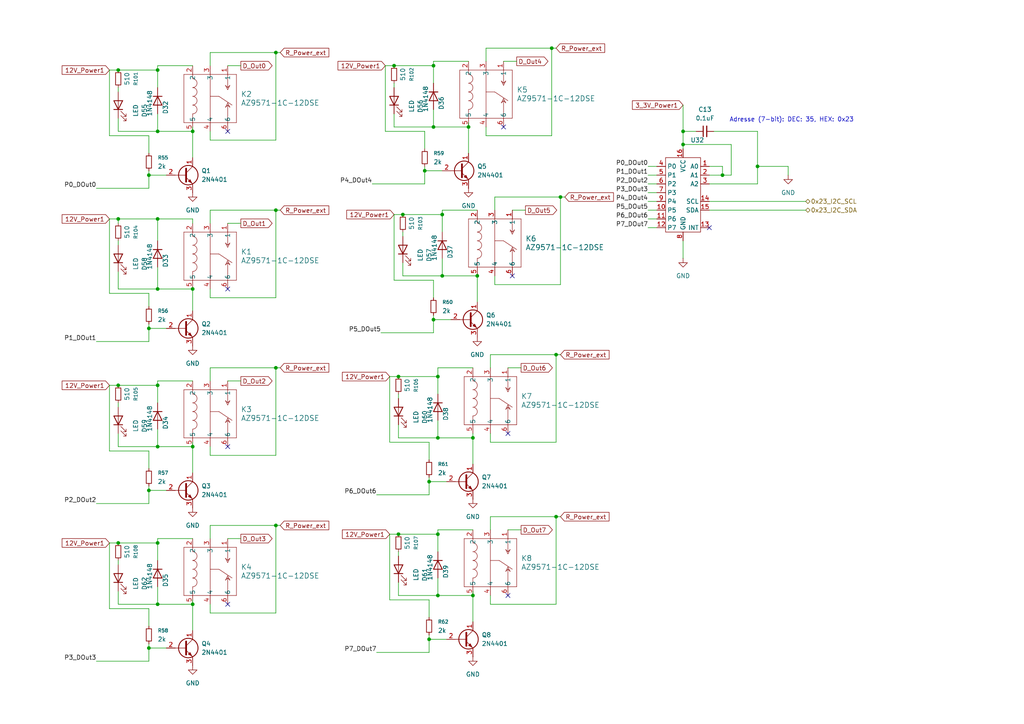
<source format=kicad_sch>
(kicad_sch
	(version 20250114)
	(generator "eeschema")
	(generator_version "9.0")
	(uuid "75fb2161-1196-4504-9fe3-cf7aca7fc7d4")
	(paper "A4")
	(lib_symbols
		(symbol "Device:C_Small"
			(pin_numbers
				(hide yes)
			)
			(pin_names
				(offset 0.254)
				(hide yes)
			)
			(exclude_from_sim no)
			(in_bom yes)
			(on_board yes)
			(property "Reference" "C"
				(at 0.254 1.778 0)
				(effects
					(font
						(size 1.27 1.27)
					)
					(justify left)
				)
			)
			(property "Value" "C_Small"
				(at 0.254 -2.032 0)
				(effects
					(font
						(size 1.27 1.27)
					)
					(justify left)
				)
			)
			(property "Footprint" ""
				(at 0 0 0)
				(effects
					(font
						(size 1.27 1.27)
					)
					(hide yes)
				)
			)
			(property "Datasheet" "~"
				(at 0 0 0)
				(effects
					(font
						(size 1.27 1.27)
					)
					(hide yes)
				)
			)
			(property "Description" "Unpolarized capacitor, small symbol"
				(at 0 0 0)
				(effects
					(font
						(size 1.27 1.27)
					)
					(hide yes)
				)
			)
			(property "ki_keywords" "capacitor cap"
				(at 0 0 0)
				(effects
					(font
						(size 1.27 1.27)
					)
					(hide yes)
				)
			)
			(property "ki_fp_filters" "C_*"
				(at 0 0 0)
				(effects
					(font
						(size 1.27 1.27)
					)
					(hide yes)
				)
			)
			(symbol "C_Small_0_1"
				(polyline
					(pts
						(xy -1.524 0.508) (xy 1.524 0.508)
					)
					(stroke
						(width 0.3048)
						(type default)
					)
					(fill
						(type none)
					)
				)
				(polyline
					(pts
						(xy -1.524 -0.508) (xy 1.524 -0.508)
					)
					(stroke
						(width 0.3302)
						(type default)
					)
					(fill
						(type none)
					)
				)
			)
			(symbol "C_Small_1_1"
				(pin passive line
					(at 0 2.54 270)
					(length 2.032)
					(name "~"
						(effects
							(font
								(size 1.27 1.27)
							)
						)
					)
					(number "1"
						(effects
							(font
								(size 1.27 1.27)
							)
						)
					)
				)
				(pin passive line
					(at 0 -2.54 90)
					(length 2.032)
					(name "~"
						(effects
							(font
								(size 1.27 1.27)
							)
						)
					)
					(number "2"
						(effects
							(font
								(size 1.27 1.27)
							)
						)
					)
				)
			)
			(embedded_fonts no)
		)
		(symbol "Device:LED"
			(pin_numbers
				(hide yes)
			)
			(pin_names
				(offset 1.016)
				(hide yes)
			)
			(exclude_from_sim no)
			(in_bom yes)
			(on_board yes)
			(property "Reference" "D"
				(at 0 2.54 0)
				(effects
					(font
						(size 1.27 1.27)
					)
				)
			)
			(property "Value" "LED"
				(at 0 -2.54 0)
				(effects
					(font
						(size 1.27 1.27)
					)
				)
			)
			(property "Footprint" ""
				(at 0 0 0)
				(effects
					(font
						(size 1.27 1.27)
					)
					(hide yes)
				)
			)
			(property "Datasheet" "~"
				(at 0 0 0)
				(effects
					(font
						(size 1.27 1.27)
					)
					(hide yes)
				)
			)
			(property "Description" "Light emitting diode"
				(at 0 0 0)
				(effects
					(font
						(size 1.27 1.27)
					)
					(hide yes)
				)
			)
			(property "Sim.Pins" "1=K 2=A"
				(at 0 0 0)
				(effects
					(font
						(size 1.27 1.27)
					)
					(hide yes)
				)
			)
			(property "ki_keywords" "LED diode"
				(at 0 0 0)
				(effects
					(font
						(size 1.27 1.27)
					)
					(hide yes)
				)
			)
			(property "ki_fp_filters" "LED* LED_SMD:* LED_THT:*"
				(at 0 0 0)
				(effects
					(font
						(size 1.27 1.27)
					)
					(hide yes)
				)
			)
			(symbol "LED_0_1"
				(polyline
					(pts
						(xy -3.048 -0.762) (xy -4.572 -2.286) (xy -3.81 -2.286) (xy -4.572 -2.286) (xy -4.572 -1.524)
					)
					(stroke
						(width 0)
						(type default)
					)
					(fill
						(type none)
					)
				)
				(polyline
					(pts
						(xy -1.778 -0.762) (xy -3.302 -2.286) (xy -2.54 -2.286) (xy -3.302 -2.286) (xy -3.302 -1.524)
					)
					(stroke
						(width 0)
						(type default)
					)
					(fill
						(type none)
					)
				)
				(polyline
					(pts
						(xy -1.27 0) (xy 1.27 0)
					)
					(stroke
						(width 0)
						(type default)
					)
					(fill
						(type none)
					)
				)
				(polyline
					(pts
						(xy -1.27 -1.27) (xy -1.27 1.27)
					)
					(stroke
						(width 0.254)
						(type default)
					)
					(fill
						(type none)
					)
				)
				(polyline
					(pts
						(xy 1.27 -1.27) (xy 1.27 1.27) (xy -1.27 0) (xy 1.27 -1.27)
					)
					(stroke
						(width 0.254)
						(type default)
					)
					(fill
						(type none)
					)
				)
			)
			(symbol "LED_1_1"
				(pin passive line
					(at -3.81 0 0)
					(length 2.54)
					(name "K"
						(effects
							(font
								(size 1.27 1.27)
							)
						)
					)
					(number "1"
						(effects
							(font
								(size 1.27 1.27)
							)
						)
					)
				)
				(pin passive line
					(at 3.81 0 180)
					(length 2.54)
					(name "A"
						(effects
							(font
								(size 1.27 1.27)
							)
						)
					)
					(number "2"
						(effects
							(font
								(size 1.27 1.27)
							)
						)
					)
				)
			)
			(embedded_fonts no)
		)
		(symbol "Device:R_Small"
			(pin_numbers
				(hide yes)
			)
			(pin_names
				(offset 0.254)
				(hide yes)
			)
			(exclude_from_sim no)
			(in_bom yes)
			(on_board yes)
			(property "Reference" "R"
				(at 0 0 90)
				(effects
					(font
						(size 1.016 1.016)
					)
				)
			)
			(property "Value" "R_Small"
				(at 1.778 0 90)
				(effects
					(font
						(size 1.27 1.27)
					)
				)
			)
			(property "Footprint" ""
				(at 0 0 0)
				(effects
					(font
						(size 1.27 1.27)
					)
					(hide yes)
				)
			)
			(property "Datasheet" "~"
				(at 0 0 0)
				(effects
					(font
						(size 1.27 1.27)
					)
					(hide yes)
				)
			)
			(property "Description" "Resistor, small symbol"
				(at 0 0 0)
				(effects
					(font
						(size 1.27 1.27)
					)
					(hide yes)
				)
			)
			(property "ki_keywords" "R resistor"
				(at 0 0 0)
				(effects
					(font
						(size 1.27 1.27)
					)
					(hide yes)
				)
			)
			(property "ki_fp_filters" "R_*"
				(at 0 0 0)
				(effects
					(font
						(size 1.27 1.27)
					)
					(hide yes)
				)
			)
			(symbol "R_Small_0_1"
				(rectangle
					(start -0.762 1.778)
					(end 0.762 -1.778)
					(stroke
						(width 0.2032)
						(type default)
					)
					(fill
						(type none)
					)
				)
			)
			(symbol "R_Small_1_1"
				(pin passive line
					(at 0 2.54 270)
					(length 0.762)
					(name "~"
						(effects
							(font
								(size 1.27 1.27)
							)
						)
					)
					(number "1"
						(effects
							(font
								(size 1.27 1.27)
							)
						)
					)
				)
				(pin passive line
					(at 0 -2.54 90)
					(length 0.762)
					(name "~"
						(effects
							(font
								(size 1.27 1.27)
							)
						)
					)
					(number "2"
						(effects
							(font
								(size 1.27 1.27)
							)
						)
					)
				)
			)
			(embedded_fonts no)
		)
		(symbol "Diode:1N4148"
			(pin_numbers
				(hide yes)
			)
			(pin_names
				(hide yes)
			)
			(exclude_from_sim no)
			(in_bom yes)
			(on_board yes)
			(property "Reference" "D"
				(at 0 2.54 0)
				(effects
					(font
						(size 1.27 1.27)
					)
				)
			)
			(property "Value" "1N4148"
				(at 0 -2.54 0)
				(effects
					(font
						(size 1.27 1.27)
					)
				)
			)
			(property "Footprint" "Diode_THT:D_DO-35_SOD27_P7.62mm_Horizontal"
				(at 0 0 0)
				(effects
					(font
						(size 1.27 1.27)
					)
					(hide yes)
				)
			)
			(property "Datasheet" "https://assets.nexperia.com/documents/data-sheet/1N4148_1N4448.pdf"
				(at 0 0 0)
				(effects
					(font
						(size 1.27 1.27)
					)
					(hide yes)
				)
			)
			(property "Description" "100V 0.15A standard switching diode, DO-35"
				(at 0 0 0)
				(effects
					(font
						(size 1.27 1.27)
					)
					(hide yes)
				)
			)
			(property "Sim.Device" "D"
				(at 0 0 0)
				(effects
					(font
						(size 1.27 1.27)
					)
					(hide yes)
				)
			)
			(property "Sim.Pins" "1=K 2=A"
				(at 0 0 0)
				(effects
					(font
						(size 1.27 1.27)
					)
					(hide yes)
				)
			)
			(property "ki_keywords" "diode"
				(at 0 0 0)
				(effects
					(font
						(size 1.27 1.27)
					)
					(hide yes)
				)
			)
			(property "ki_fp_filters" "D*DO?35*"
				(at 0 0 0)
				(effects
					(font
						(size 1.27 1.27)
					)
					(hide yes)
				)
			)
			(symbol "1N4148_0_1"
				(polyline
					(pts
						(xy -1.27 1.27) (xy -1.27 -1.27)
					)
					(stroke
						(width 0.254)
						(type default)
					)
					(fill
						(type none)
					)
				)
				(polyline
					(pts
						(xy 1.27 1.27) (xy 1.27 -1.27) (xy -1.27 0) (xy 1.27 1.27)
					)
					(stroke
						(width 0.254)
						(type default)
					)
					(fill
						(type none)
					)
				)
				(polyline
					(pts
						(xy 1.27 0) (xy -1.27 0)
					)
					(stroke
						(width 0)
						(type default)
					)
					(fill
						(type none)
					)
				)
			)
			(symbol "1N4148_1_1"
				(pin passive line
					(at -3.81 0 0)
					(length 2.54)
					(name "K"
						(effects
							(font
								(size 1.27 1.27)
							)
						)
					)
					(number "1"
						(effects
							(font
								(size 1.27 1.27)
							)
						)
					)
				)
				(pin passive line
					(at 3.81 0 180)
					(length 2.54)
					(name "A"
						(effects
							(font
								(size 1.27 1.27)
							)
						)
					)
					(number "2"
						(effects
							(font
								(size 1.27 1.27)
							)
						)
					)
				)
			)
			(embedded_fonts no)
		)
		(symbol "own_symbols:2N4401"
			(pin_names
				(offset 0)
				(hide yes)
			)
			(exclude_from_sim no)
			(in_bom yes)
			(on_board yes)
			(property "Reference" "Q"
				(at 5.08 1.27 0)
				(effects
					(font
						(size 1.27 1.27)
					)
					(justify left)
				)
			)
			(property "Value" "2N4401"
				(at 5.08 -1.27 0)
				(effects
					(font
						(size 1.27 1.27)
					)
					(justify left)
				)
			)
			(property "Footprint" "_footprints:TO-92_Inline_Wide_EBC"
				(at 5.08 2.54 0)
				(effects
					(font
						(size 1.27 1.27)
					)
					(hide yes)
				)
			)
			(property "Datasheet" "https://www.onsemi.com/pdf/datasheet/mmbt4401-d.pdf"
				(at 0 0 0)
				(effects
					(font
						(size 1.27 1.27)
					)
					(hide yes)
				)
			)
			(property "Description" "NPN transistor, emitter/base/collector"
				(at 0 0 0)
				(effects
					(font
						(size 1.27 1.27)
					)
					(hide yes)
				)
			)
			(property "ki_keywords" "BJT"
				(at 0 0 0)
				(effects
					(font
						(size 1.27 1.27)
					)
					(hide yes)
				)
			)
			(symbol "2N4401_0_1"
				(polyline
					(pts
						(xy -2.54 0) (xy 0.635 0)
					)
					(stroke
						(width 0)
						(type default)
					)
					(fill
						(type none)
					)
				)
				(polyline
					(pts
						(xy 0.635 1.905) (xy 0.635 -1.905)
					)
					(stroke
						(width 0.508)
						(type default)
					)
					(fill
						(type none)
					)
				)
				(circle
					(center 1.27 0)
					(radius 2.8194)
					(stroke
						(width 0.254)
						(type default)
					)
					(fill
						(type none)
					)
				)
			)
			(symbol "2N4401_1_1"
				(polyline
					(pts
						(xy 0.635 0.635) (xy 2.54 2.54)
					)
					(stroke
						(width 0)
						(type default)
					)
					(fill
						(type none)
					)
				)
				(polyline
					(pts
						(xy 0.635 -0.635) (xy 2.54 -2.54)
					)
					(stroke
						(width 0)
						(type default)
					)
					(fill
						(type none)
					)
				)
				(polyline
					(pts
						(xy 1.27 -1.778) (xy 1.778 -1.27) (xy 2.286 -2.286) (xy 1.27 -1.778)
					)
					(stroke
						(width 0)
						(type default)
					)
					(fill
						(type outline)
					)
				)
				(pin input line
					(at -5.08 0 0)
					(length 2.54)
					(name "B"
						(effects
							(font
								(size 1.27 1.27)
							)
						)
					)
					(number "2"
						(effects
							(font
								(size 1.27 1.27)
							)
						)
					)
				)
				(pin passive line
					(at 2.54 5.08 270)
					(length 2.54)
					(name "C"
						(effects
							(font
								(size 1.27 1.27)
							)
						)
					)
					(number "1"
						(effects
							(font
								(size 1.27 1.27)
							)
						)
					)
				)
				(pin passive line
					(at 2.54 -5.08 90)
					(length 2.54)
					(name "E"
						(effects
							(font
								(size 1.27 1.27)
							)
						)
					)
					(number "3"
						(effects
							(font
								(size 1.27 1.27)
							)
						)
					)
				)
			)
			(embedded_fonts no)
		)
		(symbol "own_symbols:AZ9571-1C-12DSE"
			(pin_names
				(offset 0.254)
			)
			(exclude_from_sim no)
			(in_bom yes)
			(on_board yes)
			(property "Reference" "K"
				(at 0 12.7 0)
				(effects
					(font
						(size 1.524 1.524)
					)
				)
			)
			(property "Value" "AZ9571-1C-12DSE"
				(at 0 10.16 0)
				(effects
					(font
						(size 1.524 1.524)
					)
				)
			)
			(property "Footprint" "RELAY6_AZ9571-1C-12DSE_AMZ"
				(at 0 0 0)
				(effects
					(font
						(size 1.27 1.27)
						(italic yes)
					)
					(hide yes)
				)
			)
			(property "Datasheet" "https://www.azettler.com/pdfs/az9571.pdf"
				(at 0 0 0)
				(effects
					(font
						(size 1.27 1.27)
						(italic yes)
					)
					(hide yes)
				)
			)
			(property "Description" ""
				(at 0 0 0)
				(effects
					(font
						(size 1.27 1.27)
					)
					(hide yes)
				)
			)
			(property "ki_keywords" "AZ9571-1C-12DSE"
				(at 0 0 0)
				(effects
					(font
						(size 1.27 1.27)
					)
					(hide yes)
				)
			)
			(property "ki_fp_filters" "RELAY6_AZ9571-1C-12DSE_AMZ"
				(at 0 0 0)
				(effects
					(font
						(size 1.27 1.27)
					)
					(hide yes)
				)
			)
			(symbol "AZ9571-1C-12DSE_0_1"
				(polyline
					(pts
						(xy -6.35 7.62) (xy -6.35 -7.62)
					)
					(stroke
						(width 0.127)
						(type default)
					)
					(fill
						(type none)
					)
				)
				(polyline
					(pts
						(xy -6.35 5.08) (xy -2.54 5.08)
					)
					(stroke
						(width 0.127)
						(type default)
					)
					(fill
						(type none)
					)
				)
				(polyline
					(pts
						(xy -6.35 0) (xy 7.62 0)
					)
					(stroke
						(width 0.127)
						(type default)
					)
					(fill
						(type none)
					)
				)
				(polyline
					(pts
						(xy -6.35 -5.08) (xy -5.08 -5.08)
					)
					(stroke
						(width 0.127)
						(type default)
					)
					(fill
						(type none)
					)
				)
				(polyline
					(pts
						(xy -6.35 -7.62) (xy 7.62 -7.62)
					)
					(stroke
						(width 0.127)
						(type default)
					)
					(fill
						(type none)
					)
				)
				(arc
					(start -5.08 -5.08)
					(mid -3.81 -3.8155)
					(end -2.54 -5.08)
					(stroke
						(width 0.127)
						(type default)
					)
					(fill
						(type none)
					)
				)
				(polyline
					(pts
						(xy -3.175 5.715) (xy -2.54 5.08)
					)
					(stroke
						(width 0.127)
						(type default)
					)
					(fill
						(type none)
					)
				)
				(polyline
					(pts
						(xy -3.175 4.445) (xy -1.905 5.08)
					)
					(stroke
						(width 0.127)
						(type default)
					)
					(fill
						(type none)
					)
				)
				(polyline
					(pts
						(xy -2.54 5.08) (xy -3.175 4.445)
					)
					(stroke
						(width 0.127)
						(type default)
					)
					(fill
						(type none)
					)
				)
				(polyline
					(pts
						(xy -1.905 5.08) (xy -3.175 5.715)
					)
					(stroke
						(width 0.127)
						(type default)
					)
					(fill
						(type none)
					)
				)
				(arc
					(start -2.54 -5.08)
					(mid -1.27 -3.8155)
					(end 0 -5.08)
					(stroke
						(width 0.127)
						(type default)
					)
					(fill
						(type none)
					)
				)
				(polyline
					(pts
						(xy 0 2.54) (xy 0 0)
					)
					(stroke
						(width 0.127)
						(type default)
					)
					(fill
						(type none)
					)
				)
				(polyline
					(pts
						(xy 0 2.54) (xy 2.54 6.35)
					)
					(stroke
						(width 0.127)
						(type default)
					)
					(fill
						(type none)
					)
				)
				(arc
					(start 0 -5.08)
					(mid 1.27 -3.8155)
					(end 2.54 -5.08)
					(stroke
						(width 0.127)
						(type default)
					)
					(fill
						(type none)
					)
				)
				(polyline
					(pts
						(xy 1.905 5.08) (xy 3.175 5.715)
					)
					(stroke
						(width 0.127)
						(type default)
					)
					(fill
						(type none)
					)
				)
				(polyline
					(pts
						(xy 2.54 5.08) (xy 3.175 4.445)
					)
					(stroke
						(width 0.127)
						(type default)
					)
					(fill
						(type none)
					)
				)
				(polyline
					(pts
						(xy 2.54 5.08) (xy 7.62 5.08)
					)
					(stroke
						(width 0.127)
						(type default)
					)
					(fill
						(type none)
					)
				)
				(polyline
					(pts
						(xy 3.175 5.715) (xy 2.54 5.08)
					)
					(stroke
						(width 0.127)
						(type default)
					)
					(fill
						(type none)
					)
				)
				(polyline
					(pts
						(xy 3.175 4.445) (xy 1.905 5.08)
					)
					(stroke
						(width 0.127)
						(type default)
					)
					(fill
						(type none)
					)
				)
				(arc
					(start 2.54 -5.08)
					(mid 3.81 -3.8155)
					(end 5.08 -5.08)
					(stroke
						(width 0.127)
						(type default)
					)
					(fill
						(type none)
					)
				)
				(polyline
					(pts
						(xy 5.08 -5.08) (xy 7.62 -5.08)
					)
					(stroke
						(width 0.127)
						(type default)
					)
					(fill
						(type none)
					)
				)
				(polyline
					(pts
						(xy 7.62 7.62) (xy -6.35 7.62)
					)
					(stroke
						(width 0.127)
						(type default)
					)
					(fill
						(type none)
					)
				)
				(polyline
					(pts
						(xy 7.62 -7.62) (xy 7.62 7.62)
					)
					(stroke
						(width 0.127)
						(type default)
					)
					(fill
						(type none)
					)
				)
			)
			(symbol "AZ9571-1C-12DSE_1_1"
				(pin unspecified line
					(at -8.89 5.08 0)
					(length 2.54)
					(name "1"
						(effects
							(font
								(size 1.27 1.27)
							)
						)
					)
					(number "1"
						(effects
							(font
								(size 1.27 1.27)
							)
						)
					)
				)
				(pin unspecified line
					(at -8.89 0 0)
					(length 2.54)
					(name "3"
						(effects
							(font
								(size 1.27 1.27)
							)
						)
					)
					(number "3"
						(effects
							(font
								(size 1.27 1.27)
							)
						)
					)
				)
				(pin unspecified line
					(at -8.89 -5.08 0)
					(length 2.54)
					(name "2"
						(effects
							(font
								(size 1.27 1.27)
							)
						)
					)
					(number "2"
						(effects
							(font
								(size 1.27 1.27)
							)
						)
					)
				)
				(pin unspecified line
					(at 10.16 5.08 180)
					(length 2.54)
					(name "6"
						(effects
							(font
								(size 1.27 1.27)
							)
						)
					)
					(number "6"
						(effects
							(font
								(size 1.27 1.27)
							)
						)
					)
				)
				(pin unspecified line
					(at 10.16 0 180)
					(length 2.54)
					(name "4"
						(effects
							(font
								(size 1.27 1.27)
							)
						)
					)
					(number "4"
						(effects
							(font
								(size 1.27 1.27)
							)
						)
					)
				)
				(pin unspecified line
					(at 10.16 -5.08 180)
					(length 2.54)
					(name "5"
						(effects
							(font
								(size 1.27 1.27)
							)
						)
					)
					(number "5"
						(effects
							(font
								(size 1.27 1.27)
							)
						)
					)
				)
			)
			(embedded_fonts no)
		)
		(symbol "own_symbols:PCF8574N"
			(exclude_from_sim no)
			(in_bom yes)
			(on_board yes)
			(property "Reference" "U"
				(at 0 0 0)
				(effects
					(font
						(size 1.27 1.27)
					)
				)
			)
			(property "Value" ""
				(at 0 0 0)
				(effects
					(font
						(size 1.27 1.27)
					)
				)
			)
			(property "Footprint" "Package_DIP:DIP-16_W7.62mm"
				(at 17.526 15.748 0)
				(effects
					(font
						(size 1.27 1.27)
					)
					(hide yes)
				)
			)
			(property "Datasheet" "https://www.ti.com/lit/ds/symlink/pcf8574.pdf?ts=1728822589974&ref_url=https%253A%252F%252Fwww.ti.com%252Fproduct%252FPCF8574%253Futm_source%253Dgoogle%2526utm_medium%253Dcpc%2526utm_campaign%253Dti-null-null-xref-cpc-pf-google-wwe%2526utm_content%253Dxref%2526ds_k%253D%257B_dssearchterm%257D%2526DCM%253Dyes%2526gad_source%253D1%2526gclid%253DEAIaIQobChMI6f2G9a2LiQMVKp2DBx3rOwzlEAAYASAAEgIEUPD_BwE%2526gclsrc%253Daw.ds"
				(at -0.254 20.32 0)
				(effects
					(font
						(size 1.27 1.27)
					)
					(hide yes)
				)
			)
			(property "Description" "8 Port IO expander I2C-Interface"
				(at 3.302 18.288 0)
				(effects
					(font
						(size 1.27 1.27)
					)
					(hide yes)
				)
			)
			(symbol "PCF8574N_0_1"
				(rectangle
					(start 5.08 10.16)
					(end -5.08 -11.43)
					(stroke
						(width 0)
						(type default)
					)
					(fill
						(type none)
					)
				)
			)
			(symbol "PCF8574N_1_1"
				(pin bidirectional line
					(at -7.62 7.62 0)
					(length 2.54)
					(name "P0"
						(effects
							(font
								(size 1.27 1.27)
							)
						)
					)
					(number "4"
						(effects
							(font
								(size 1.27 1.27)
							)
						)
					)
				)
				(pin bidirectional line
					(at -7.62 5.08 0)
					(length 2.54)
					(name "P1"
						(effects
							(font
								(size 1.27 1.27)
							)
						)
					)
					(number "5"
						(effects
							(font
								(size 1.27 1.27)
							)
						)
					)
				)
				(pin bidirectional line
					(at -7.62 2.54 0)
					(length 2.54)
					(name "P2"
						(effects
							(font
								(size 1.27 1.27)
							)
						)
					)
					(number "6"
						(effects
							(font
								(size 1.27 1.27)
							)
						)
					)
				)
				(pin bidirectional line
					(at -7.62 0 0)
					(length 2.54)
					(name "P3"
						(effects
							(font
								(size 1.27 1.27)
							)
						)
					)
					(number "7"
						(effects
							(font
								(size 1.27 1.27)
							)
						)
					)
				)
				(pin bidirectional line
					(at -7.62 -2.54 0)
					(length 2.54)
					(name "P4"
						(effects
							(font
								(size 1.27 1.27)
							)
						)
					)
					(number "9"
						(effects
							(font
								(size 1.27 1.27)
							)
						)
					)
				)
				(pin bidirectional line
					(at -7.62 -5.08 0)
					(length 2.54)
					(name "P5"
						(effects
							(font
								(size 1.27 1.27)
							)
						)
					)
					(number "10"
						(effects
							(font
								(size 1.27 1.27)
							)
						)
					)
				)
				(pin bidirectional line
					(at -7.62 -7.62 0)
					(length 2.54)
					(name "P6"
						(effects
							(font
								(size 1.27 1.27)
							)
						)
					)
					(number "11"
						(effects
							(font
								(size 1.27 1.27)
							)
						)
					)
				)
				(pin bidirectional line
					(at -7.62 -10.16 0)
					(length 2.54)
					(name "P7"
						(effects
							(font
								(size 1.27 1.27)
							)
						)
					)
					(number "12"
						(effects
							(font
								(size 1.27 1.27)
							)
						)
					)
				)
				(pin input line
					(at 0 12.7 270)
					(length 2.54)
					(name "VCC"
						(effects
							(font
								(size 1.27 1.27)
							)
						)
					)
					(number "16"
						(effects
							(font
								(size 1.27 1.27)
							)
						)
					)
				)
				(pin output line
					(at 0 -13.97 90)
					(length 2.54)
					(name "GND"
						(effects
							(font
								(size 1.27 1.27)
							)
						)
					)
					(number "8"
						(effects
							(font
								(size 1.27 1.27)
							)
						)
					)
				)
				(pin input line
					(at 7.62 7.62 180)
					(length 2.54)
					(name "A0"
						(effects
							(font
								(size 1.27 1.27)
							)
						)
					)
					(number "1"
						(effects
							(font
								(size 1.27 1.27)
							)
						)
					)
				)
				(pin input line
					(at 7.62 5.08 180)
					(length 2.54)
					(name "A1"
						(effects
							(font
								(size 1.27 1.27)
							)
						)
					)
					(number "2"
						(effects
							(font
								(size 1.27 1.27)
							)
						)
					)
				)
				(pin input line
					(at 7.62 2.54 180)
					(length 2.54)
					(name "A2"
						(effects
							(font
								(size 1.27 1.27)
							)
						)
					)
					(number "3"
						(effects
							(font
								(size 1.27 1.27)
							)
						)
					)
				)
				(pin bidirectional line
					(at 7.62 -2.54 180)
					(length 2.54)
					(name "SCL"
						(effects
							(font
								(size 1.27 1.27)
							)
						)
					)
					(number "14"
						(effects
							(font
								(size 1.27 1.27)
							)
						)
					)
				)
				(pin bidirectional line
					(at 7.62 -5.08 180)
					(length 2.54)
					(name "SDA"
						(effects
							(font
								(size 1.27 1.27)
							)
						)
					)
					(number "15"
						(effects
							(font
								(size 1.27 1.27)
							)
						)
					)
				)
				(pin input line
					(at 7.62 -10.16 180)
					(length 2.54)
					(name "INT"
						(effects
							(font
								(size 1.27 1.27)
							)
						)
					)
					(number "13"
						(effects
							(font
								(size 1.27 1.27)
							)
						)
					)
				)
			)
			(embedded_fonts no)
		)
		(symbol "power:GND"
			(power)
			(pin_numbers
				(hide yes)
			)
			(pin_names
				(offset 0)
				(hide yes)
			)
			(exclude_from_sim no)
			(in_bom yes)
			(on_board yes)
			(property "Reference" "#PWR"
				(at 0 -6.35 0)
				(effects
					(font
						(size 1.27 1.27)
					)
					(hide yes)
				)
			)
			(property "Value" "GND"
				(at 0 -3.81 0)
				(effects
					(font
						(size 1.27 1.27)
					)
				)
			)
			(property "Footprint" ""
				(at 0 0 0)
				(effects
					(font
						(size 1.27 1.27)
					)
					(hide yes)
				)
			)
			(property "Datasheet" ""
				(at 0 0 0)
				(effects
					(font
						(size 1.27 1.27)
					)
					(hide yes)
				)
			)
			(property "Description" "Power symbol creates a global label with name \"GND\" , ground"
				(at 0 0 0)
				(effects
					(font
						(size 1.27 1.27)
					)
					(hide yes)
				)
			)
			(property "ki_keywords" "global power"
				(at 0 0 0)
				(effects
					(font
						(size 1.27 1.27)
					)
					(hide yes)
				)
			)
			(symbol "GND_0_1"
				(polyline
					(pts
						(xy 0 0) (xy 0 -1.27) (xy 1.27 -1.27) (xy 0 -2.54) (xy -1.27 -1.27) (xy 0 -1.27)
					)
					(stroke
						(width 0)
						(type default)
					)
					(fill
						(type none)
					)
				)
			)
			(symbol "GND_1_1"
				(pin power_in line
					(at 0 0 270)
					(length 0)
					(name "~"
						(effects
							(font
								(size 1.27 1.27)
							)
						)
					)
					(number "1"
						(effects
							(font
								(size 1.27 1.27)
							)
						)
					)
				)
			)
			(embedded_fonts no)
		)
	)
	(text "Adresse (7-bit): DEC: 35, HEX: 0x23"
		(exclude_from_sim no)
		(at 229.616 34.798 0)
		(effects
			(font
				(size 1.27 1.27)
			)
		)
		(uuid "58cc0330-988e-4116-b447-b8282a62556d")
	)
	(junction
		(at 116.84 62.23)
		(diameter 0)
		(color 0 0 0 0)
		(uuid "004482b9-0f8b-4aab-8ebc-c1ac6a40537d")
	)
	(junction
		(at 80.01 15.24)
		(diameter 0)
		(color 0 0 0 0)
		(uuid "06d5195f-158a-4671-a20c-7d767f9b146f")
	)
	(junction
		(at 125.73 36.83)
		(diameter 0)
		(color 0 0 0 0)
		(uuid "0a44216a-9a5e-4ed3-951a-c32c23235c4e")
	)
	(junction
		(at 209.55 50.8)
		(diameter 0)
		(color 0 0 0 0)
		(uuid "0af9441a-57f8-46e2-9e16-e85e2520a86a")
	)
	(junction
		(at 127 127)
		(diameter 0)
		(color 0 0 0 0)
		(uuid "13f82ef3-53d0-4a8b-bc84-a35179bed78c")
	)
	(junction
		(at 34.29 157.48)
		(diameter 0)
		(color 0 0 0 0)
		(uuid "157c2de5-91e5-409c-ab9d-734341e78701")
	)
	(junction
		(at 43.18 142.24)
		(diameter 0)
		(color 0 0 0 0)
		(uuid "1626d639-657c-4674-a595-1db585223dc6")
	)
	(junction
		(at 127 154.94)
		(diameter 0)
		(color 0 0 0 0)
		(uuid "18148c46-2e9f-4b84-8563-1d8c6be82f4a")
	)
	(junction
		(at 127 109.22)
		(diameter 0)
		(color 0 0 0 0)
		(uuid "20ed58c0-3d9d-4b1f-9cd1-39e8accc1ac4")
	)
	(junction
		(at 45.72 175.26)
		(diameter 0)
		(color 0 0 0 0)
		(uuid "2465a7d7-fa09-434b-b07e-4832c2acd19a")
	)
	(junction
		(at 55.88 83.82)
		(diameter 0)
		(color 0 0 0 0)
		(uuid "25d28184-a01e-47d2-976a-8b97c6bc6578")
	)
	(junction
		(at 80.01 106.68)
		(diameter 0)
		(color 0 0 0 0)
		(uuid "26fc3003-11f0-4956-b82a-7b2c53f91999")
	)
	(junction
		(at 55.88 175.26)
		(diameter 0)
		(color 0 0 0 0)
		(uuid "2a6be2c5-3b59-4331-9a2a-08707e01f769")
	)
	(junction
		(at 45.72 157.48)
		(diameter 0)
		(color 0 0 0 0)
		(uuid "2faf1615-f210-48f0-9e1d-440968607e14")
	)
	(junction
		(at 161.29 102.87)
		(diameter 0)
		(color 0 0 0 0)
		(uuid "36f9d40b-7ea6-44b1-9085-a7203ecc81be")
	)
	(junction
		(at 198.12 41.91)
		(diameter 0)
		(color 0 0 0 0)
		(uuid "392a60b8-62ab-4faf-86a4-f679330ce60b")
	)
	(junction
		(at 115.57 109.22)
		(diameter 0)
		(color 0 0 0 0)
		(uuid "3d614e8d-9775-4429-a889-0ebb9b5c1979")
	)
	(junction
		(at 34.29 63.5)
		(diameter 0)
		(color 0 0 0 0)
		(uuid "42f0ac99-09f8-45e0-9c81-f894d3b68c0f")
	)
	(junction
		(at 128.27 80.01)
		(diameter 0)
		(color 0 0 0 0)
		(uuid "463425b9-a900-4e02-a111-fac98621a9b5")
	)
	(junction
		(at 125.73 19.05)
		(diameter 0)
		(color 0 0 0 0)
		(uuid "4847507a-92da-4c54-99b6-7e6f9674b829")
	)
	(junction
		(at 161.29 149.86)
		(diameter 0)
		(color 0 0 0 0)
		(uuid "520eb588-7049-4f19-899b-e0157c953790")
	)
	(junction
		(at 162.56 57.15)
		(diameter 0)
		(color 0 0 0 0)
		(uuid "582f8d38-8a65-4828-9529-40f1f1ae696c")
	)
	(junction
		(at 198.12 38.1)
		(diameter 0)
		(color 0 0 0 0)
		(uuid "5a3332cc-6168-4e7a-a1e8-2517cb0d647a")
	)
	(junction
		(at 219.71 48.26)
		(diameter 0)
		(color 0 0 0 0)
		(uuid "5d2133e7-b685-4e81-953f-b0b60ae722c3")
	)
	(junction
		(at 34.29 111.76)
		(diameter 0)
		(color 0 0 0 0)
		(uuid "5d73f955-230e-4fb5-bc6f-b8824ae304eb")
	)
	(junction
		(at 123.19 49.53)
		(diameter 0)
		(color 0 0 0 0)
		(uuid "5e3650b3-29f6-40bb-b2ed-c14c1ebc6fdb")
	)
	(junction
		(at 55.88 38.1)
		(diameter 0)
		(color 0 0 0 0)
		(uuid "5edade0a-2721-4b01-bdeb-b19981c14f4c")
	)
	(junction
		(at 137.16 172.72)
		(diameter 0)
		(color 0 0 0 0)
		(uuid "653a3ac0-9c8d-40d3-a375-3df3de85db2a")
	)
	(junction
		(at 45.72 38.1)
		(diameter 0)
		(color 0 0 0 0)
		(uuid "663fded1-0f1a-422c-81ea-bafcd981ac26")
	)
	(junction
		(at 115.57 154.94)
		(diameter 0)
		(color 0 0 0 0)
		(uuid "6bccfac5-bf01-4e90-ad25-e694fc8673e6")
	)
	(junction
		(at 45.72 111.76)
		(diameter 0)
		(color 0 0 0 0)
		(uuid "78900c1e-cacb-4510-9337-b2da0b694176")
	)
	(junction
		(at 124.46 139.7)
		(diameter 0)
		(color 0 0 0 0)
		(uuid "8a092724-c14a-42d2-a065-5bd5cb806ddf")
	)
	(junction
		(at 135.89 36.83)
		(diameter 0)
		(color 0 0 0 0)
		(uuid "8ab48dba-f951-492d-ba95-cfd91b13a5a8")
	)
	(junction
		(at 128.27 62.23)
		(diameter 0)
		(color 0 0 0 0)
		(uuid "8e1b2556-150a-46a2-b046-5a95715553fa")
	)
	(junction
		(at 137.16 127)
		(diameter 0)
		(color 0 0 0 0)
		(uuid "aaa7ac9d-1272-4011-aea6-db74f2c79101")
	)
	(junction
		(at 125.73 92.71)
		(diameter 0)
		(color 0 0 0 0)
		(uuid "ab4e6fde-072a-4430-95e9-d509d5f9d74c")
	)
	(junction
		(at 45.72 83.82)
		(diameter 0)
		(color 0 0 0 0)
		(uuid "b7348c7b-c63a-4395-b3c4-a6d174bdd815")
	)
	(junction
		(at 160.02 13.97)
		(diameter 0)
		(color 0 0 0 0)
		(uuid "b7950cc0-3a44-4b71-b1fd-5ab6a58d0dcb")
	)
	(junction
		(at 127 172.72)
		(diameter 0)
		(color 0 0 0 0)
		(uuid "bbe76daf-26b4-48dc-a234-fa557d5dd818")
	)
	(junction
		(at 45.72 20.32)
		(diameter 0)
		(color 0 0 0 0)
		(uuid "c1de28b7-7672-4a26-84ae-46711dc77050")
	)
	(junction
		(at 114.3 19.05)
		(diameter 0)
		(color 0 0 0 0)
		(uuid "c8ce9cde-8d1c-46a6-b4cc-e55902f7053b")
	)
	(junction
		(at 43.18 50.8)
		(diameter 0)
		(color 0 0 0 0)
		(uuid "c8d92e3e-02fe-496f-8e71-a5137d157a54")
	)
	(junction
		(at 138.43 80.01)
		(diameter 0)
		(color 0 0 0 0)
		(uuid "cea8c4b6-1a41-4cf1-9777-566df37c4a26")
	)
	(junction
		(at 55.88 129.54)
		(diameter 0)
		(color 0 0 0 0)
		(uuid "da10c0d7-6384-4f6d-86c5-5ebb59e0961f")
	)
	(junction
		(at 34.29 20.32)
		(diameter 0)
		(color 0 0 0 0)
		(uuid "dcca2995-ef07-46a5-b7c9-d87b9185a43a")
	)
	(junction
		(at 80.01 60.96)
		(diameter 0)
		(color 0 0 0 0)
		(uuid "e3e74b18-3d4d-4db8-a082-9b5608a8e702")
	)
	(junction
		(at 124.46 185.42)
		(diameter 0)
		(color 0 0 0 0)
		(uuid "e7133476-7804-48a4-bcbf-fad0ab3718dc")
	)
	(junction
		(at 80.01 152.4)
		(diameter 0)
		(color 0 0 0 0)
		(uuid "e76a1014-7ce5-4291-b1a9-ad9255ac14e5")
	)
	(junction
		(at 43.18 95.25)
		(diameter 0)
		(color 0 0 0 0)
		(uuid "ea62192e-bc14-4c52-a4d1-89c8eaeee5e7")
	)
	(junction
		(at 43.18 187.96)
		(diameter 0)
		(color 0 0 0 0)
		(uuid "eb5b9d2f-5c08-4ee6-bd6d-91c40811d78c")
	)
	(junction
		(at 45.72 63.5)
		(diameter 0)
		(color 0 0 0 0)
		(uuid "ec303257-a145-402b-9c8b-3bd6142c9c16")
	)
	(junction
		(at 45.72 129.54)
		(diameter 0)
		(color 0 0 0 0)
		(uuid "fd101c02-adf0-4f30-962c-87412e2fdd05")
	)
	(no_connect
		(at 66.04 129.54)
		(uuid "0f929530-b825-462a-a807-6642071a44ef")
	)
	(no_connect
		(at 66.04 38.1)
		(uuid "18f0bf26-de94-4a71-9cae-4471f6537eb4")
	)
	(no_connect
		(at 147.32 172.72)
		(uuid "226e50d6-506a-4776-a1f8-c7f483880a07")
	)
	(no_connect
		(at 148.59 80.01)
		(uuid "48328968-85c3-45ae-823e-f0d9cfa9631b")
	)
	(no_connect
		(at 205.74 66.04)
		(uuid "4ad62e8a-2b74-4a78-8902-3803828b6dfe")
	)
	(no_connect
		(at 66.04 175.26)
		(uuid "52e100d0-36bc-4640-bf51-665a99b54fd8")
	)
	(no_connect
		(at 147.32 125.73)
		(uuid "6b41d1eb-ee1c-4912-9ef5-b6d0f41e959f")
	)
	(no_connect
		(at 146.05 36.83)
		(uuid "b6b2053b-3a1d-4854-bd7f-456fb4142966")
	)
	(no_connect
		(at 66.04 83.82)
		(uuid "ccbae56e-0150-4ba3-9d4e-869903f4c571")
	)
	(wire
		(pts
			(xy 80.01 15.24) (xy 80.01 40.64)
		)
		(stroke
			(width 0)
			(type default)
		)
		(uuid "00e25a9a-dc94-4385-a676-6e8c569e0442")
	)
	(wire
		(pts
			(xy 115.57 114.3) (xy 115.57 115.57)
		)
		(stroke
			(width 0)
			(type default)
		)
		(uuid "05a8dd23-f188-4b58-a894-a5f0a54137af")
	)
	(wire
		(pts
			(xy 140.97 39.37) (xy 140.97 36.83)
		)
		(stroke
			(width 0)
			(type default)
		)
		(uuid "0778e7d2-d954-4805-84b9-f63807ddd26d")
	)
	(wire
		(pts
			(xy 128.27 67.31) (xy 128.27 62.23)
		)
		(stroke
			(width 0)
			(type default)
		)
		(uuid "080c85af-eeaf-4372-bbdd-f17ad119c299")
	)
	(wire
		(pts
			(xy 43.18 142.24) (xy 48.26 142.24)
		)
		(stroke
			(width 0)
			(type default)
		)
		(uuid "0b0ec141-f3d7-4369-8368-c5ca84dd2061")
	)
	(wire
		(pts
			(xy 125.73 36.83) (xy 135.89 36.83)
		)
		(stroke
			(width 0)
			(type default)
		)
		(uuid "0d1653a5-7ddc-42b7-b88c-6a8e7766da59")
	)
	(wire
		(pts
			(xy 45.72 63.5) (xy 34.29 63.5)
		)
		(stroke
			(width 0)
			(type default)
		)
		(uuid "0fa65f94-61f5-4eee-94b9-10de9dc2a7b0")
	)
	(wire
		(pts
			(xy 124.46 128.27) (xy 124.46 133.35)
		)
		(stroke
			(width 0)
			(type default)
		)
		(uuid "0fc1f90a-68ba-4257-a52d-3941726d9e13")
	)
	(wire
		(pts
			(xy 31.75 176.53) (xy 43.18 176.53)
		)
		(stroke
			(width 0)
			(type default)
		)
		(uuid "1077a183-bfdb-4829-8003-7810bd08288e")
	)
	(wire
		(pts
			(xy 45.72 77.47) (xy 45.72 83.82)
		)
		(stroke
			(width 0)
			(type default)
		)
		(uuid "10b5ffe4-e715-4e5e-ab7e-b2e2e9c703c1")
	)
	(wire
		(pts
			(xy 60.96 60.96) (xy 60.96 64.77)
		)
		(stroke
			(width 0)
			(type default)
		)
		(uuid "1147b338-cdd9-4da0-86af-bcad8ecf022f")
	)
	(wire
		(pts
			(xy 45.72 63.5) (xy 55.88 63.5)
		)
		(stroke
			(width 0)
			(type default)
		)
		(uuid "14762aac-0868-42ff-b5b5-05c294a88783")
	)
	(wire
		(pts
			(xy 124.46 138.43) (xy 124.46 139.7)
		)
		(stroke
			(width 0)
			(type default)
		)
		(uuid "16e09e7e-36a8-4f3b-855c-9b57874e9fcb")
	)
	(wire
		(pts
			(xy 45.72 83.82) (xy 55.88 83.82)
		)
		(stroke
			(width 0)
			(type default)
		)
		(uuid "174054f6-3cd9-46cf-82fd-4f1cf5cb590e")
	)
	(wire
		(pts
			(xy 55.88 128.27) (xy 55.88 129.54)
		)
		(stroke
			(width 0)
			(type default)
		)
		(uuid "17f0d13d-8ade-4ca2-8a3a-77c464952fa3")
	)
	(wire
		(pts
			(xy 60.96 86.36) (xy 60.96 83.82)
		)
		(stroke
			(width 0)
			(type default)
		)
		(uuid "1842d483-b99e-4b8d-a41f-5ceedcc179ab")
	)
	(wire
		(pts
			(xy 45.72 157.48) (xy 34.29 157.48)
		)
		(stroke
			(width 0)
			(type default)
		)
		(uuid "18b8ec0e-fc03-465e-b7d9-b3dfd3603fda")
	)
	(wire
		(pts
			(xy 137.16 172.72) (xy 137.16 180.34)
		)
		(stroke
			(width 0)
			(type default)
		)
		(uuid "19908622-2989-4b9b-932e-31d9b549e99b")
	)
	(wire
		(pts
			(xy 45.72 110.49) (xy 55.88 110.49)
		)
		(stroke
			(width 0)
			(type default)
		)
		(uuid "1bfb0949-de1b-42c6-9133-8fcfc17a014e")
	)
	(wire
		(pts
			(xy 31.75 63.5) (xy 31.75 85.09)
		)
		(stroke
			(width 0)
			(type default)
		)
		(uuid "1d2cca81-1d5c-4bcd-b943-cd9576ef515a")
	)
	(wire
		(pts
			(xy 31.75 85.09) (xy 43.18 85.09)
		)
		(stroke
			(width 0)
			(type default)
		)
		(uuid "1f391443-a202-41f5-bf70-cf36b425237a")
	)
	(wire
		(pts
			(xy 69.85 64.77) (xy 66.04 64.77)
		)
		(stroke
			(width 0)
			(type default)
		)
		(uuid "1f8631ac-6f08-43a6-9418-6c9447448897")
	)
	(wire
		(pts
			(xy 140.97 13.97) (xy 140.97 17.78)
		)
		(stroke
			(width 0)
			(type default)
		)
		(uuid "2022f3be-36d4-442f-9f7c-8dc4cea2c6c9")
	)
	(wire
		(pts
			(xy 228.6 50.8) (xy 228.6 48.26)
		)
		(stroke
			(width 0)
			(type default)
		)
		(uuid "20ccef25-0259-4079-8340-7b4687d0adf9")
	)
	(wire
		(pts
			(xy 124.46 185.42) (xy 124.46 189.23)
		)
		(stroke
			(width 0)
			(type default)
		)
		(uuid "22350757-e482-4421-8ae0-8328480f9868")
	)
	(wire
		(pts
			(xy 187.96 58.42) (xy 190.5 58.42)
		)
		(stroke
			(width 0)
			(type default)
		)
		(uuid "2277accd-f095-4936-b3d6-b0acfff71758")
	)
	(wire
		(pts
			(xy 43.18 130.81) (xy 43.18 135.89)
		)
		(stroke
			(width 0)
			(type default)
		)
		(uuid "23da2268-c851-4d87-a9ca-45fb38888396")
	)
	(wire
		(pts
			(xy 60.96 106.68) (xy 80.01 106.68)
		)
		(stroke
			(width 0)
			(type default)
		)
		(uuid "24d44560-4a5d-4941-8708-32af85675204")
	)
	(wire
		(pts
			(xy 45.72 175.26) (xy 55.88 175.26)
		)
		(stroke
			(width 0)
			(type default)
		)
		(uuid "2844775d-a35a-46e6-97bd-00079960f3a3")
	)
	(wire
		(pts
			(xy 45.72 124.46) (xy 45.72 129.54)
		)
		(stroke
			(width 0)
			(type default)
		)
		(uuid "284db71a-37da-4fc3-b80f-7cd9666298a9")
	)
	(wire
		(pts
			(xy 34.29 111.76) (xy 31.75 111.76)
		)
		(stroke
			(width 0)
			(type default)
		)
		(uuid "2914c271-06a9-42a0-afd3-bbebfa677d76")
	)
	(wire
		(pts
			(xy 123.19 49.53) (xy 123.19 53.34)
		)
		(stroke
			(width 0)
			(type default)
		)
		(uuid "2c28b0b0-d631-4501-b930-a9ff6806f5dc")
	)
	(wire
		(pts
			(xy 128.27 74.93) (xy 128.27 80.01)
		)
		(stroke
			(width 0)
			(type default)
		)
		(uuid "2c8f44bb-4dec-498a-8935-2839f603e347")
	)
	(wire
		(pts
			(xy 43.18 85.09) (xy 43.18 88.9)
		)
		(stroke
			(width 0)
			(type default)
		)
		(uuid "2c8f8d4e-5443-4545-9fc6-436bcd847c48")
	)
	(wire
		(pts
			(xy 142.24 128.27) (xy 142.24 125.73)
		)
		(stroke
			(width 0)
			(type default)
		)
		(uuid "2f49a848-60b0-4511-914a-0f48e6ac931a")
	)
	(wire
		(pts
			(xy 69.85 156.21) (xy 66.04 156.21)
		)
		(stroke
			(width 0)
			(type default)
		)
		(uuid "302f79ef-ed34-46ac-9e8a-17a9b57460c4")
	)
	(wire
		(pts
			(xy 34.29 25.4) (xy 34.29 26.67)
		)
		(stroke
			(width 0)
			(type default)
		)
		(uuid "303ddb10-5985-40f7-b1d4-69367f56088d")
	)
	(wire
		(pts
			(xy 115.57 123.19) (xy 115.57 127)
		)
		(stroke
			(width 0)
			(type default)
		)
		(uuid "308c159e-3a8c-4e57-8cd4-65cbc59d8e2e")
	)
	(wire
		(pts
			(xy 198.12 30.48) (xy 198.12 38.1)
		)
		(stroke
			(width 0)
			(type default)
		)
		(uuid "32e2ee5a-a6f2-4879-ae29-e5f859f70af3")
	)
	(wire
		(pts
			(xy 80.01 86.36) (xy 60.96 86.36)
		)
		(stroke
			(width 0)
			(type default)
		)
		(uuid "366f9285-1fd9-4133-adb4-be312126932a")
	)
	(wire
		(pts
			(xy 31.75 20.32) (xy 31.75 39.37)
		)
		(stroke
			(width 0)
			(type default)
		)
		(uuid "36eedf90-ae01-4893-909b-5f1e9e6fbaa4")
	)
	(wire
		(pts
			(xy 209.55 48.26) (xy 209.55 50.8)
		)
		(stroke
			(width 0)
			(type default)
		)
		(uuid "37559829-d18f-4093-a2e2-1114999a21db")
	)
	(wire
		(pts
			(xy 43.18 50.8) (xy 43.18 54.61)
		)
		(stroke
			(width 0)
			(type default)
		)
		(uuid "37a05c0e-7e43-4ba1-917e-88055523ed82")
	)
	(wire
		(pts
			(xy 114.3 81.28) (xy 125.73 81.28)
		)
		(stroke
			(width 0)
			(type default)
		)
		(uuid "380f2f47-d709-4d1c-9dfa-e69db94765ee")
	)
	(wire
		(pts
			(xy 198.12 38.1) (xy 201.93 38.1)
		)
		(stroke
			(width 0)
			(type default)
		)
		(uuid "39bf776f-5e2c-45c2-95ea-36680b616312")
	)
	(wire
		(pts
			(xy 55.88 156.21) (xy 45.72 156.21)
		)
		(stroke
			(width 0)
			(type default)
		)
		(uuid "3a5b6fc4-4c95-4c62-b88f-eaeab0ae1f1d")
	)
	(wire
		(pts
			(xy 111.76 38.1) (xy 123.19 38.1)
		)
		(stroke
			(width 0)
			(type default)
		)
		(uuid "3b2915e0-a4de-4c63-81a8-678accf43cdf")
	)
	(wire
		(pts
			(xy 205.74 60.96) (xy 233.68 60.96)
		)
		(stroke
			(width 0)
			(type default)
		)
		(uuid "3baa3c50-a936-4dc9-b3da-b06650f63631")
	)
	(wire
		(pts
			(xy 161.29 102.87) (xy 162.56 102.87)
		)
		(stroke
			(width 0)
			(type default)
		)
		(uuid "3bf4dbad-6e4c-46d7-976a-00e09697818d")
	)
	(wire
		(pts
			(xy 114.3 19.05) (xy 111.76 19.05)
		)
		(stroke
			(width 0)
			(type default)
		)
		(uuid "3d95c416-0ebf-4e28-9598-263b98111699")
	)
	(wire
		(pts
			(xy 31.75 39.37) (xy 43.18 39.37)
		)
		(stroke
			(width 0)
			(type default)
		)
		(uuid "3e951ebe-9d85-44fd-afb7-5b494eebd806")
	)
	(wire
		(pts
			(xy 160.02 13.97) (xy 161.29 13.97)
		)
		(stroke
			(width 0)
			(type default)
		)
		(uuid "42f86e5c-8835-45c9-9716-e866b4306078")
	)
	(wire
		(pts
			(xy 34.29 20.32) (xy 31.75 20.32)
		)
		(stroke
			(width 0)
			(type default)
		)
		(uuid "4323e564-65ee-486a-9450-3f5bafc6d246")
	)
	(wire
		(pts
			(xy 34.29 116.84) (xy 34.29 118.11)
		)
		(stroke
			(width 0)
			(type default)
		)
		(uuid "43698cf0-252f-4eaa-8db0-b80695baa1aa")
	)
	(wire
		(pts
			(xy 124.46 185.42) (xy 129.54 185.42)
		)
		(stroke
			(width 0)
			(type default)
		)
		(uuid "443d700d-68f3-472c-bdd0-be49b5025222")
	)
	(wire
		(pts
			(xy 142.24 102.87) (xy 142.24 106.68)
		)
		(stroke
			(width 0)
			(type default)
		)
		(uuid "452aac9a-fa43-4917-b3f8-0ad93fbabb87")
	)
	(wire
		(pts
			(xy 60.96 152.4) (xy 80.01 152.4)
		)
		(stroke
			(width 0)
			(type default)
		)
		(uuid "469be1c5-bb3c-4585-9a01-afaac90342ac")
	)
	(wire
		(pts
			(xy 69.85 110.49) (xy 66.04 110.49)
		)
		(stroke
			(width 0)
			(type default)
		)
		(uuid "4a97bebe-92de-4b28-8fec-19d3edb6c0e0")
	)
	(wire
		(pts
			(xy 34.29 69.85) (xy 34.29 71.12)
		)
		(stroke
			(width 0)
			(type default)
		)
		(uuid "4ac9f54a-b745-4f90-a373-ab2d2d604c78")
	)
	(wire
		(pts
			(xy 31.75 111.76) (xy 31.75 130.81)
		)
		(stroke
			(width 0)
			(type default)
		)
		(uuid "4b1ffc86-6b43-46de-9d3c-35aff9a4a8fb")
	)
	(wire
		(pts
			(xy 60.96 132.08) (xy 60.96 129.54)
		)
		(stroke
			(width 0)
			(type default)
		)
		(uuid "4be8d4ff-4916-45cb-8cd5-a5760959fc0a")
	)
	(wire
		(pts
			(xy 43.18 142.24) (xy 43.18 146.05)
		)
		(stroke
			(width 0)
			(type default)
		)
		(uuid "4bfdd483-9076-4536-a736-1b2356fec7b0")
	)
	(wire
		(pts
			(xy 45.72 156.21) (xy 45.72 157.48)
		)
		(stroke
			(width 0)
			(type default)
		)
		(uuid "4efad11c-1987-4add-b931-0808f3dbfedc")
	)
	(wire
		(pts
			(xy 160.02 39.37) (xy 140.97 39.37)
		)
		(stroke
			(width 0)
			(type default)
		)
		(uuid "51277f4d-4ccc-4e47-9e6f-97faeb2ac208")
	)
	(wire
		(pts
			(xy 128.27 80.01) (xy 138.43 80.01)
		)
		(stroke
			(width 0)
			(type default)
		)
		(uuid "525a065f-0992-4dc6-9e17-f23e0e2cb47a")
	)
	(wire
		(pts
			(xy 125.73 31.75) (xy 125.73 36.83)
		)
		(stroke
			(width 0)
			(type default)
		)
		(uuid "533c5fa5-bb44-4fa8-b47b-8504bf304526")
	)
	(wire
		(pts
			(xy 43.18 95.25) (xy 43.18 99.06)
		)
		(stroke
			(width 0)
			(type default)
		)
		(uuid "53994a14-a6b4-4778-9b04-a58d5c3d19ed")
	)
	(wire
		(pts
			(xy 43.18 49.53) (xy 43.18 50.8)
		)
		(stroke
			(width 0)
			(type default)
		)
		(uuid "569e5c0e-bf69-4239-b525-75d426eb61b2")
	)
	(wire
		(pts
			(xy 212.09 50.8) (xy 212.09 41.91)
		)
		(stroke
			(width 0)
			(type default)
		)
		(uuid "56f15006-063f-4753-b550-bcf78df70dee")
	)
	(wire
		(pts
			(xy 43.18 187.96) (xy 43.18 191.77)
		)
		(stroke
			(width 0)
			(type default)
		)
		(uuid "56f1da85-5ed1-4e4b-854a-786dcb6097e7")
	)
	(wire
		(pts
			(xy 45.72 162.56) (xy 45.72 157.48)
		)
		(stroke
			(width 0)
			(type default)
		)
		(uuid "56f86f67-7b8d-417a-9307-f2b7ad9bc4bc")
	)
	(wire
		(pts
			(xy 138.43 60.96) (xy 128.27 60.96)
		)
		(stroke
			(width 0)
			(type default)
		)
		(uuid "57cbfedb-4432-442f-bff0-8bfa3932068e")
	)
	(wire
		(pts
			(xy 80.01 132.08) (xy 60.96 132.08)
		)
		(stroke
			(width 0)
			(type default)
		)
		(uuid "5ab8e006-909f-44ac-ad55-3c472a08a91f")
	)
	(wire
		(pts
			(xy 127 160.02) (xy 127 154.94)
		)
		(stroke
			(width 0)
			(type default)
		)
		(uuid "5be3d2d0-625e-464f-8852-5d6bcf10e9cb")
	)
	(wire
		(pts
			(xy 127 153.67) (xy 127 154.94)
		)
		(stroke
			(width 0)
			(type default)
		)
		(uuid "5c120fd7-f36a-4018-bc8f-e7daf52c4101")
	)
	(wire
		(pts
			(xy 114.3 33.02) (xy 114.3 36.83)
		)
		(stroke
			(width 0)
			(type default)
		)
		(uuid "5d59c2cc-3832-4633-9014-8e3150242a52")
	)
	(wire
		(pts
			(xy 80.01 177.8) (xy 60.96 177.8)
		)
		(stroke
			(width 0)
			(type default)
		)
		(uuid "5d89086b-e52a-487b-abad-88f10909ee78")
	)
	(wire
		(pts
			(xy 205.74 53.34) (xy 219.71 53.34)
		)
		(stroke
			(width 0)
			(type default)
		)
		(uuid "5e17193c-ed4b-4dac-ac94-da0a59e35f50")
	)
	(wire
		(pts
			(xy 27.94 99.06) (xy 43.18 99.06)
		)
		(stroke
			(width 0)
			(type default)
		)
		(uuid "5e5e22c0-15fe-45bf-b5f1-870efe14f05a")
	)
	(wire
		(pts
			(xy 34.29 38.1) (xy 45.72 38.1)
		)
		(stroke
			(width 0)
			(type default)
		)
		(uuid "5e7ebbc6-6533-42d9-abc8-da9e0f84b4dd")
	)
	(wire
		(pts
			(xy 45.72 129.54) (xy 55.88 129.54)
		)
		(stroke
			(width 0)
			(type default)
		)
		(uuid "5fee72c1-c488-48aa-a25b-05ca188acc30")
	)
	(wire
		(pts
			(xy 219.71 48.26) (xy 219.71 53.34)
		)
		(stroke
			(width 0)
			(type default)
		)
		(uuid "601f7381-bf6e-47c1-a716-6ce26460bb67")
	)
	(wire
		(pts
			(xy 142.24 149.86) (xy 161.29 149.86)
		)
		(stroke
			(width 0)
			(type default)
		)
		(uuid "60717e69-f9d9-43eb-8c59-2b15e60f95df")
	)
	(wire
		(pts
			(xy 149.86 17.78) (xy 146.05 17.78)
		)
		(stroke
			(width 0)
			(type default)
		)
		(uuid "61ec0b1c-6ec5-4532-9944-8d4f32f8f7dd")
	)
	(wire
		(pts
			(xy 27.94 146.05) (xy 43.18 146.05)
		)
		(stroke
			(width 0)
			(type default)
		)
		(uuid "66197ab9-0fe6-4ddd-bd76-cc4ae5a34047")
	)
	(wire
		(pts
			(xy 45.72 63.5) (xy 45.72 69.85)
		)
		(stroke
			(width 0)
			(type default)
		)
		(uuid "670ee4d1-53b9-49d8-9ed9-6fa43f7f1835")
	)
	(wire
		(pts
			(xy 161.29 149.86) (xy 161.29 175.26)
		)
		(stroke
			(width 0)
			(type default)
		)
		(uuid "6a14ada1-9189-43b0-8291-a46c6aa8bf99")
	)
	(wire
		(pts
			(xy 128.27 62.23) (xy 116.84 62.23)
		)
		(stroke
			(width 0)
			(type default)
		)
		(uuid "6b934ca4-06b8-4e6a-9c38-106cd808fd20")
	)
	(wire
		(pts
			(xy 161.29 128.27) (xy 142.24 128.27)
		)
		(stroke
			(width 0)
			(type default)
		)
		(uuid "6c041b97-3683-4ab3-8af4-7f43306c2797")
	)
	(wire
		(pts
			(xy 109.22 189.23) (xy 124.46 189.23)
		)
		(stroke
			(width 0)
			(type default)
		)
		(uuid "6d8e3368-a426-41b4-911e-a335afa14968")
	)
	(wire
		(pts
			(xy 115.57 168.91) (xy 115.57 172.72)
		)
		(stroke
			(width 0)
			(type default)
		)
		(uuid "6e165390-b716-4bcf-bc2d-fe12b55b88b8")
	)
	(wire
		(pts
			(xy 124.46 184.15) (xy 124.46 185.42)
		)
		(stroke
			(width 0)
			(type default)
		)
		(uuid "6f6d4b1d-ecbf-43b2-9fd9-61f0d8262c61")
	)
	(wire
		(pts
			(xy 116.84 76.2) (xy 116.84 80.01)
		)
		(stroke
			(width 0)
			(type default)
		)
		(uuid "6fffcc61-3352-4a0d-b415-2e242e9c2906")
	)
	(wire
		(pts
			(xy 80.01 152.4) (xy 80.01 177.8)
		)
		(stroke
			(width 0)
			(type default)
		)
		(uuid "7155103b-4b4c-4e3e-92b3-f7606ba4f8dd")
	)
	(wire
		(pts
			(xy 43.18 95.25) (xy 48.26 95.25)
		)
		(stroke
			(width 0)
			(type default)
		)
		(uuid "719ccfd2-3422-4977-a61b-45da390a6016")
	)
	(wire
		(pts
			(xy 111.76 19.05) (xy 111.76 38.1)
		)
		(stroke
			(width 0)
			(type default)
		)
		(uuid "71b11adb-2140-4968-8387-730d3e031160")
	)
	(wire
		(pts
			(xy 198.12 38.1) (xy 198.12 41.91)
		)
		(stroke
			(width 0)
			(type default)
		)
		(uuid "72e7286a-3752-48c0-9070-f5e4ac980d4f")
	)
	(wire
		(pts
			(xy 127 127) (xy 137.16 127)
		)
		(stroke
			(width 0)
			(type default)
		)
		(uuid "7335dbf9-b45c-4de5-a1d7-265704f6fa0a")
	)
	(wire
		(pts
			(xy 55.88 19.05) (xy 45.72 19.05)
		)
		(stroke
			(width 0)
			(type default)
		)
		(uuid "75dabac1-84b3-4d6d-9725-38417fbe50d9")
	)
	(wire
		(pts
			(xy 162.56 57.15) (xy 162.56 82.55)
		)
		(stroke
			(width 0)
			(type default)
		)
		(uuid "77055f75-2862-4c40-9acd-2639e93c4703")
	)
	(wire
		(pts
			(xy 116.84 62.23) (xy 114.3 62.23)
		)
		(stroke
			(width 0)
			(type default)
		)
		(uuid "7711542f-e389-49cd-9f63-55ddcaae22d6")
	)
	(wire
		(pts
			(xy 187.96 60.96) (xy 190.5 60.96)
		)
		(stroke
			(width 0)
			(type default)
		)
		(uuid "786ef1a0-ce7f-43db-94a2-3d329466443e")
	)
	(wire
		(pts
			(xy 80.01 15.24) (xy 81.28 15.24)
		)
		(stroke
			(width 0)
			(type default)
		)
		(uuid "797f7fd1-f4ea-41f7-98a6-a5c88ee0d017")
	)
	(wire
		(pts
			(xy 60.96 15.24) (xy 80.01 15.24)
		)
		(stroke
			(width 0)
			(type default)
		)
		(uuid "7b021537-e6cc-4c6a-8b55-8bb9b24b2c94")
	)
	(wire
		(pts
			(xy 140.97 13.97) (xy 160.02 13.97)
		)
		(stroke
			(width 0)
			(type default)
		)
		(uuid "7bf6321d-e1f9-4b19-a363-29098cefc21b")
	)
	(wire
		(pts
			(xy 138.43 78.74) (xy 138.43 80.01)
		)
		(stroke
			(width 0)
			(type default)
		)
		(uuid "7e4b25c0-847b-4883-897e-788c5afdd83f")
	)
	(wire
		(pts
			(xy 45.72 116.84) (xy 45.72 111.76)
		)
		(stroke
			(width 0)
			(type default)
		)
		(uuid "7face100-339e-4263-b920-401c1c2be9e3")
	)
	(wire
		(pts
			(xy 113.03 173.99) (xy 124.46 173.99)
		)
		(stroke
			(width 0)
			(type default)
		)
		(uuid "80cda306-16ca-475a-8cac-a138e71910cc")
	)
	(wire
		(pts
			(xy 115.57 154.94) (xy 113.03 154.94)
		)
		(stroke
			(width 0)
			(type default)
		)
		(uuid "8112c6a8-6881-4431-bd7c-27f170375b60")
	)
	(wire
		(pts
			(xy 60.96 152.4) (xy 60.96 156.21)
		)
		(stroke
			(width 0)
			(type default)
		)
		(uuid "81aafb29-0842-4e9d-9013-18d543c8cf49")
	)
	(wire
		(pts
			(xy 80.01 60.96) (xy 81.28 60.96)
		)
		(stroke
			(width 0)
			(type default)
		)
		(uuid "82c2d9ff-2f90-4c9f-b485-79674c52c494")
	)
	(wire
		(pts
			(xy 127 109.22) (xy 115.57 109.22)
		)
		(stroke
			(width 0)
			(type default)
		)
		(uuid "83378fe6-33db-482a-a1fb-b056228361f0")
	)
	(wire
		(pts
			(xy 113.03 128.27) (xy 124.46 128.27)
		)
		(stroke
			(width 0)
			(type default)
		)
		(uuid "849d4f7e-8017-484c-9c80-5b1daf4d25aa")
	)
	(wire
		(pts
			(xy 114.3 62.23) (xy 114.3 81.28)
		)
		(stroke
			(width 0)
			(type default)
		)
		(uuid "863fcd0b-1530-4506-af81-1bfdbc65b295")
	)
	(wire
		(pts
			(xy 190.5 66.04) (xy 187.96 66.04)
		)
		(stroke
			(width 0)
			(type default)
		)
		(uuid "87180a48-2c84-4bf0-9233-a5a817df0af5")
	)
	(wire
		(pts
			(xy 113.03 154.94) (xy 113.03 173.99)
		)
		(stroke
			(width 0)
			(type default)
		)
		(uuid "87d0b1af-883f-4bc7-b2a6-3c0c77e0282c")
	)
	(wire
		(pts
			(xy 125.73 92.71) (xy 125.73 96.52)
		)
		(stroke
			(width 0)
			(type default)
		)
		(uuid "8b3927b3-cd01-4c59-99f0-9c92f0558e77")
	)
	(wire
		(pts
			(xy 137.16 106.68) (xy 127 106.68)
		)
		(stroke
			(width 0)
			(type default)
		)
		(uuid "8d493781-9d9c-4496-bbb0-e10cb691cad0")
	)
	(wire
		(pts
			(xy 43.18 140.97) (xy 43.18 142.24)
		)
		(stroke
			(width 0)
			(type default)
		)
		(uuid "8e1fdb18-2ed1-44c9-9c68-61eba2f8811c")
	)
	(wire
		(pts
			(xy 45.72 20.32) (xy 34.29 20.32)
		)
		(stroke
			(width 0)
			(type default)
		)
		(uuid "8e8b7085-429f-498c-ae80-1bee353244d8")
	)
	(wire
		(pts
			(xy 45.72 19.05) (xy 45.72 20.32)
		)
		(stroke
			(width 0)
			(type default)
		)
		(uuid "8fc7bf14-623b-4078-9d38-505e82dd9c7b")
	)
	(wire
		(pts
			(xy 110.49 96.52) (xy 125.73 96.52)
		)
		(stroke
			(width 0)
			(type default)
		)
		(uuid "8fd9b29f-58f3-445b-87f1-8e7268073019")
	)
	(wire
		(pts
			(xy 43.18 176.53) (xy 43.18 181.61)
		)
		(stroke
			(width 0)
			(type default)
		)
		(uuid "91645e42-80ca-424f-b553-9b0e40ee6a78")
	)
	(wire
		(pts
			(xy 142.24 149.86) (xy 142.24 153.67)
		)
		(stroke
			(width 0)
			(type default)
		)
		(uuid "936b4173-b971-47b6-8b47-a2789fe9d3cd")
	)
	(wire
		(pts
			(xy 43.18 50.8) (xy 48.26 50.8)
		)
		(stroke
			(width 0)
			(type default)
		)
		(uuid "953fd878-5c8e-4f38-a572-d87aa450fead")
	)
	(wire
		(pts
			(xy 80.01 40.64) (xy 60.96 40.64)
		)
		(stroke
			(width 0)
			(type default)
		)
		(uuid "95dfb7c3-cb37-4eb5-bfae-c57937532785")
	)
	(wire
		(pts
			(xy 162.56 82.55) (xy 143.51 82.55)
		)
		(stroke
			(width 0)
			(type default)
		)
		(uuid "97353d53-38f8-44a2-815d-1413fbe67937")
	)
	(wire
		(pts
			(xy 55.88 63.5) (xy 55.88 64.77)
		)
		(stroke
			(width 0)
			(type default)
		)
		(uuid "9790a796-ab60-4698-bf16-6a622b8c26ae")
	)
	(wire
		(pts
			(xy 219.71 38.1) (xy 219.71 48.26)
		)
		(stroke
			(width 0)
			(type default)
		)
		(uuid "97995dcf-0419-4044-a2a3-eaf019e7c77d")
	)
	(wire
		(pts
			(xy 187.96 63.5) (xy 190.5 63.5)
		)
		(stroke
			(width 0)
			(type default)
		)
		(uuid "98717ebf-6b1b-4df9-aac3-1494d9812263")
	)
	(wire
		(pts
			(xy 60.96 40.64) (xy 60.96 38.1)
		)
		(stroke
			(width 0)
			(type default)
		)
		(uuid "996df13e-4396-4d61-86fe-8524dc9cbeb1")
	)
	(wire
		(pts
			(xy 45.72 33.02) (xy 45.72 38.1)
		)
		(stroke
			(width 0)
			(type default)
		)
		(uuid "99c55bbb-363e-4b82-92b2-0915d109e307")
	)
	(wire
		(pts
			(xy 205.74 50.8) (xy 209.55 50.8)
		)
		(stroke
			(width 0)
			(type default)
		)
		(uuid "9eda3be6-1874-4923-84c4-84b9bf08cf95")
	)
	(wire
		(pts
			(xy 80.01 106.68) (xy 81.28 106.68)
		)
		(stroke
			(width 0)
			(type default)
		)
		(uuid "a31932e6-1939-41d0-b6fe-889173f2333a")
	)
	(wire
		(pts
			(xy 209.55 50.8) (xy 212.09 50.8)
		)
		(stroke
			(width 0)
			(type default)
		)
		(uuid "a6b4bfd5-8a9b-4716-94b0-4eaaedbbe4eb")
	)
	(wire
		(pts
			(xy 123.19 38.1) (xy 123.19 43.18)
		)
		(stroke
			(width 0)
			(type default)
		)
		(uuid "a7838c4d-2158-4589-81ad-995202ee9b18")
	)
	(wire
		(pts
			(xy 125.73 17.78) (xy 125.73 19.05)
		)
		(stroke
			(width 0)
			(type default)
		)
		(uuid "aa22c1e1-988c-4476-9953-d32863faec26")
	)
	(wire
		(pts
			(xy 123.19 49.53) (xy 128.27 49.53)
		)
		(stroke
			(width 0)
			(type default)
		)
		(uuid "aab02613-d611-4382-98ab-bcab6c1c5098")
	)
	(wire
		(pts
			(xy 127 154.94) (xy 115.57 154.94)
		)
		(stroke
			(width 0)
			(type default)
		)
		(uuid "aad1c53c-60a0-4458-bbb9-0d69ead7d32a")
	)
	(wire
		(pts
			(xy 45.72 25.4) (xy 45.72 20.32)
		)
		(stroke
			(width 0)
			(type default)
		)
		(uuid "ab0d2ff8-8725-480c-802f-dad11f53948a")
	)
	(wire
		(pts
			(xy 34.29 78.74) (xy 34.29 83.82)
		)
		(stroke
			(width 0)
			(type default)
		)
		(uuid "abae7b83-b034-4228-9f78-535ca0890cb9")
	)
	(wire
		(pts
			(xy 125.73 91.44) (xy 125.73 92.71)
		)
		(stroke
			(width 0)
			(type default)
		)
		(uuid "abe9ef30-8b9e-484c-9a9a-d4e0ab113f8a")
	)
	(wire
		(pts
			(xy 107.95 53.34) (xy 123.19 53.34)
		)
		(stroke
			(width 0)
			(type default)
		)
		(uuid "ac48e5ac-1f6a-4956-ac8a-e2b80391b850")
	)
	(wire
		(pts
			(xy 55.88 173.99) (xy 55.88 175.26)
		)
		(stroke
			(width 0)
			(type default)
		)
		(uuid "ac9779ab-4cd3-44b5-9302-fc5e1342cef5")
	)
	(wire
		(pts
			(xy 45.72 110.49) (xy 45.72 111.76)
		)
		(stroke
			(width 0)
			(type default)
		)
		(uuid "ace3c574-fd0a-48cf-8a9e-464c1999d97e")
	)
	(wire
		(pts
			(xy 116.84 80.01) (xy 128.27 80.01)
		)
		(stroke
			(width 0)
			(type default)
		)
		(uuid "ae4d40b2-49ac-4d72-b120-d06392a9d524")
	)
	(wire
		(pts
			(xy 135.89 17.78) (xy 125.73 17.78)
		)
		(stroke
			(width 0)
			(type default)
		)
		(uuid "b0d3319a-7d15-476d-a513-1da668ee73fc")
	)
	(wire
		(pts
			(xy 115.57 160.02) (xy 115.57 161.29)
		)
		(stroke
			(width 0)
			(type default)
		)
		(uuid "b587418c-6b88-4922-b776-8f336a86fbdc")
	)
	(wire
		(pts
			(xy 55.88 129.54) (xy 55.88 137.16)
		)
		(stroke
			(width 0)
			(type default)
		)
		(uuid "b62572e3-f236-4aec-920e-19f3c67e4580")
	)
	(wire
		(pts
			(xy 142.24 175.26) (xy 142.24 172.72)
		)
		(stroke
			(width 0)
			(type default)
		)
		(uuid "b6c8f03a-762a-4f38-92fe-a2d24b9e79ff")
	)
	(wire
		(pts
			(xy 187.96 50.8) (xy 190.5 50.8)
		)
		(stroke
			(width 0)
			(type default)
		)
		(uuid "b7097c0a-3ffc-4015-94fd-5f249def3f0b")
	)
	(wire
		(pts
			(xy 31.75 157.48) (xy 31.75 176.53)
		)
		(stroke
			(width 0)
			(type default)
		)
		(uuid "b734a920-e832-420e-9bf0-56194acca2d3")
	)
	(wire
		(pts
			(xy 124.46 173.99) (xy 124.46 179.07)
		)
		(stroke
			(width 0)
			(type default)
		)
		(uuid "b78aeb1e-dd9b-4976-96c6-1d8b2cb45bb0")
	)
	(wire
		(pts
			(xy 125.73 19.05) (xy 114.3 19.05)
		)
		(stroke
			(width 0)
			(type default)
		)
		(uuid "b7fba9e0-93a4-4c96-a2ca-79c93410d312")
	)
	(wire
		(pts
			(xy 55.88 175.26) (xy 55.88 182.88)
		)
		(stroke
			(width 0)
			(type default)
		)
		(uuid "b88a4768-0bde-4157-841c-30451580d6c5")
	)
	(wire
		(pts
			(xy 27.94 54.61) (xy 43.18 54.61)
		)
		(stroke
			(width 0)
			(type default)
		)
		(uuid "bae7e7eb-5e8a-4930-a1dc-af252f8d1a43")
	)
	(wire
		(pts
			(xy 60.96 106.68) (xy 60.96 110.49)
		)
		(stroke
			(width 0)
			(type default)
		)
		(uuid "bbedad7a-f4c1-4327-96af-816c12be275e")
	)
	(wire
		(pts
			(xy 219.71 48.26) (xy 228.6 48.26)
		)
		(stroke
			(width 0)
			(type default)
		)
		(uuid "be639901-6e30-44d9-b875-0338fd1dabbd")
	)
	(wire
		(pts
			(xy 143.51 57.15) (xy 162.56 57.15)
		)
		(stroke
			(width 0)
			(type default)
		)
		(uuid "be9565cb-b93a-4b49-be08-f624061204f4")
	)
	(wire
		(pts
			(xy 45.72 38.1) (xy 55.88 38.1)
		)
		(stroke
			(width 0)
			(type default)
		)
		(uuid "bec29442-e995-4795-bc82-9847bb0bb543")
	)
	(wire
		(pts
			(xy 80.01 106.68) (xy 80.01 132.08)
		)
		(stroke
			(width 0)
			(type default)
		)
		(uuid "bf5455fe-5605-40d6-b4e5-7648a92bf72d")
	)
	(wire
		(pts
			(xy 34.29 83.82) (xy 45.72 83.82)
		)
		(stroke
			(width 0)
			(type default)
		)
		(uuid "c0315158-c5f5-4fcf-a495-74fb0f673f70")
	)
	(wire
		(pts
			(xy 128.27 60.96) (xy 128.27 62.23)
		)
		(stroke
			(width 0)
			(type default)
		)
		(uuid "c06210a5-c9d7-4f84-95c3-44c200d7bf9c")
	)
	(wire
		(pts
			(xy 55.88 38.1) (xy 55.88 45.72)
		)
		(stroke
			(width 0)
			(type default)
		)
		(uuid "c1230292-e8f9-47ff-beec-fc571fc5991b")
	)
	(wire
		(pts
			(xy 60.96 60.96) (xy 80.01 60.96)
		)
		(stroke
			(width 0)
			(type default)
		)
		(uuid "c145c8de-845f-4cce-a3fc-1359f0c4caf3")
	)
	(wire
		(pts
			(xy 135.89 35.56) (xy 135.89 36.83)
		)
		(stroke
			(width 0)
			(type default)
		)
		(uuid "c1871159-b1fc-407d-8b0f-6a340a733fae")
	)
	(wire
		(pts
			(xy 124.46 139.7) (xy 129.54 139.7)
		)
		(stroke
			(width 0)
			(type default)
		)
		(uuid "c4d72e3f-c956-483c-af4f-debef017d690")
	)
	(wire
		(pts
			(xy 137.16 127) (xy 137.16 134.62)
		)
		(stroke
			(width 0)
			(type default)
		)
		(uuid "c56cea29-6b3e-4b8e-a204-6ce2fb787100")
	)
	(wire
		(pts
			(xy 43.18 93.98) (xy 43.18 95.25)
		)
		(stroke
			(width 0)
			(type default)
		)
		(uuid "c5b55954-b7d3-4bf8-b513-e88a099f927b")
	)
	(wire
		(pts
			(xy 43.18 187.96) (xy 48.26 187.96)
		)
		(stroke
			(width 0)
			(type default)
		)
		(uuid "c611c763-4755-4f1f-bc4b-f8cca4ff1ab0")
	)
	(wire
		(pts
			(xy 151.13 153.67) (xy 147.32 153.67)
		)
		(stroke
			(width 0)
			(type default)
		)
		(uuid "c7e060e0-fb80-4025-9d9b-4a65ab39eeb6")
	)
	(wire
		(pts
			(xy 124.46 139.7) (xy 124.46 143.51)
		)
		(stroke
			(width 0)
			(type default)
		)
		(uuid "c8c0c9c7-f06a-49cd-895e-4fcfa86f5fe5")
	)
	(wire
		(pts
			(xy 127 106.68) (xy 127 109.22)
		)
		(stroke
			(width 0)
			(type default)
		)
		(uuid "c913fca1-f1a5-44bc-b361-17f35d950765")
	)
	(wire
		(pts
			(xy 115.57 127) (xy 127 127)
		)
		(stroke
			(width 0)
			(type default)
		)
		(uuid "ca4798c4-4551-4364-ba1c-807017f9d099")
	)
	(wire
		(pts
			(xy 55.88 36.83) (xy 55.88 38.1)
		)
		(stroke
			(width 0)
			(type default)
		)
		(uuid "cbbf91df-3d12-45da-9978-af302ce57f42")
	)
	(wire
		(pts
			(xy 60.96 177.8) (xy 60.96 175.26)
		)
		(stroke
			(width 0)
			(type default)
		)
		(uuid "ce0578e0-df56-41e5-9293-d0d1b3a7b457")
	)
	(wire
		(pts
			(xy 205.74 58.42) (xy 233.68 58.42)
		)
		(stroke
			(width 0)
			(type default)
		)
		(uuid "ce14a34c-ae8e-49a2-afbb-6a92525460b8")
	)
	(wire
		(pts
			(xy 161.29 149.86) (xy 162.56 149.86)
		)
		(stroke
			(width 0)
			(type default)
		)
		(uuid "cfb1706d-6651-4747-b7f7-40d8069555e8")
	)
	(wire
		(pts
			(xy 205.74 48.26) (xy 209.55 48.26)
		)
		(stroke
			(width 0)
			(type default)
		)
		(uuid "d09280f1-ed0c-4b09-80f3-c1ba4ef5fb8b")
	)
	(wire
		(pts
			(xy 135.89 36.83) (xy 135.89 44.45)
		)
		(stroke
			(width 0)
			(type default)
		)
		(uuid "d1b02618-b096-4ded-bf03-e6ef7f9eb773")
	)
	(wire
		(pts
			(xy 137.16 153.67) (xy 127 153.67)
		)
		(stroke
			(width 0)
			(type default)
		)
		(uuid "d1c1dc21-edf4-40eb-ab64-63b82d1f5700")
	)
	(wire
		(pts
			(xy 34.29 34.29) (xy 34.29 38.1)
		)
		(stroke
			(width 0)
			(type default)
		)
		(uuid "d235a39b-e90e-4d17-82b0-f45c4412e2ec")
	)
	(wire
		(pts
			(xy 43.18 39.37) (xy 43.18 44.45)
		)
		(stroke
			(width 0)
			(type default)
		)
		(uuid "d24dbfd3-b73c-4666-bb74-e5a50bc513cb")
	)
	(wire
		(pts
			(xy 34.29 171.45) (xy 34.29 175.26)
		)
		(stroke
			(width 0)
			(type default)
		)
		(uuid "d40c3a30-1f1f-44b8-b2cb-0f5ba41ef32e")
	)
	(wire
		(pts
			(xy 127 172.72) (xy 137.16 172.72)
		)
		(stroke
			(width 0)
			(type default)
		)
		(uuid "d4364776-56c5-4252-8faf-21e2a2d2286d")
	)
	(wire
		(pts
			(xy 198.12 69.85) (xy 198.12 74.93)
		)
		(stroke
			(width 0)
			(type default)
		)
		(uuid "d4569f50-fe69-47c3-bc06-4eedfff5d515")
	)
	(wire
		(pts
			(xy 137.16 171.45) (xy 137.16 172.72)
		)
		(stroke
			(width 0)
			(type default)
		)
		(uuid "d52f4d5c-3dd8-4537-bcb0-637591011d0c")
	)
	(wire
		(pts
			(xy 127 114.3) (xy 127 109.22)
		)
		(stroke
			(width 0)
			(type default)
		)
		(uuid "d60c0c8f-3b5f-42a1-9a94-1a38d9d8cbf2")
	)
	(wire
		(pts
			(xy 142.24 102.87) (xy 161.29 102.87)
		)
		(stroke
			(width 0)
			(type default)
		)
		(uuid "d63c799d-cc14-4fa9-9317-4664067dc1cf")
	)
	(wire
		(pts
			(xy 161.29 175.26) (xy 142.24 175.26)
		)
		(stroke
			(width 0)
			(type default)
		)
		(uuid "d6c282d4-0ea8-4ed6-bc76-59cb6da6bcff")
	)
	(wire
		(pts
			(xy 160.02 13.97) (xy 160.02 39.37)
		)
		(stroke
			(width 0)
			(type default)
		)
		(uuid "d706ddcb-1eda-4345-9540-b3d84a0cd2e9")
	)
	(wire
		(pts
			(xy 123.19 48.26) (xy 123.19 49.53)
		)
		(stroke
			(width 0)
			(type default)
		)
		(uuid "d80d8638-f7b1-4c3a-b328-bc951edd2e31")
	)
	(wire
		(pts
			(xy 31.75 130.81) (xy 43.18 130.81)
		)
		(stroke
			(width 0)
			(type default)
		)
		(uuid "db5c5778-4ab1-41a0-bc13-0fc431c4ae2f")
	)
	(wire
		(pts
			(xy 125.73 24.13) (xy 125.73 19.05)
		)
		(stroke
			(width 0)
			(type default)
		)
		(uuid "dbc87050-26ea-4c95-bbbc-1af684f1d1b3")
	)
	(wire
		(pts
			(xy 143.51 57.15) (xy 143.51 60.96)
		)
		(stroke
			(width 0)
			(type default)
		)
		(uuid "dc9f0ed6-3490-4fd0-9c2c-5c4c5992837a")
	)
	(wire
		(pts
			(xy 27.94 191.77) (xy 43.18 191.77)
		)
		(stroke
			(width 0)
			(type default)
		)
		(uuid "ddb58760-3e2f-4bac-8e9b-849293e03c2e")
	)
	(wire
		(pts
			(xy 69.85 19.05) (xy 66.04 19.05)
		)
		(stroke
			(width 0)
			(type default)
		)
		(uuid "dfc5e73c-d36b-4d40-821a-5e5c29e3a692")
	)
	(wire
		(pts
			(xy 34.29 125.73) (xy 34.29 129.54)
		)
		(stroke
			(width 0)
			(type default)
		)
		(uuid "dff6d14b-d6bc-4b2f-b19c-2234686e3004")
	)
	(wire
		(pts
			(xy 138.43 80.01) (xy 138.43 87.63)
		)
		(stroke
			(width 0)
			(type default)
		)
		(uuid "e02ec4d1-1fba-4327-a526-3613395bc0ea")
	)
	(wire
		(pts
			(xy 187.96 53.34) (xy 190.5 53.34)
		)
		(stroke
			(width 0)
			(type default)
		)
		(uuid "e17ac704-897f-4375-8494-b466ebdea682")
	)
	(wire
		(pts
			(xy 187.96 48.26) (xy 190.5 48.26)
		)
		(stroke
			(width 0)
			(type default)
		)
		(uuid "e18114e7-bf4e-4a41-86b6-7bd63a016e5f")
	)
	(wire
		(pts
			(xy 115.57 172.72) (xy 127 172.72)
		)
		(stroke
			(width 0)
			(type default)
		)
		(uuid "e1a9c7bf-cd59-4b3c-addc-a16678f46adc")
	)
	(wire
		(pts
			(xy 45.72 111.76) (xy 34.29 111.76)
		)
		(stroke
			(width 0)
			(type default)
		)
		(uuid "e29f854c-15ef-4ddc-89d6-04bda9756a05")
	)
	(wire
		(pts
			(xy 34.29 162.56) (xy 34.29 163.83)
		)
		(stroke
			(width 0)
			(type default)
		)
		(uuid "e3d1f1fa-38d0-4471-ac17-c334301aa3f0")
	)
	(wire
		(pts
			(xy 143.51 82.55) (xy 143.51 80.01)
		)
		(stroke
			(width 0)
			(type default)
		)
		(uuid "e5141a8f-3f39-4c93-82c5-a428c79c38bb")
	)
	(wire
		(pts
			(xy 115.57 109.22) (xy 113.03 109.22)
		)
		(stroke
			(width 0)
			(type default)
		)
		(uuid "e65c17de-ce21-45e9-bed2-e4a9b609ea26")
	)
	(wire
		(pts
			(xy 55.88 83.82) (xy 55.88 90.17)
		)
		(stroke
			(width 0)
			(type default)
		)
		(uuid "e7931689-2a5c-4eb8-9ddf-3627cb10039b")
	)
	(wire
		(pts
			(xy 187.96 55.88) (xy 190.5 55.88)
		)
		(stroke
			(width 0)
			(type default)
		)
		(uuid "e7a12737-472b-4282-8fab-5a1e002e229c")
	)
	(wire
		(pts
			(xy 34.29 175.26) (xy 45.72 175.26)
		)
		(stroke
			(width 0)
			(type default)
		)
		(uuid "e8883379-a00d-429c-8e36-a46757ef7d24")
	)
	(wire
		(pts
			(xy 161.29 102.87) (xy 161.29 128.27)
		)
		(stroke
			(width 0)
			(type default)
		)
		(uuid "e8976104-a0fa-4f78-abf6-0393496608c6")
	)
	(wire
		(pts
			(xy 34.29 157.48) (xy 31.75 157.48)
		)
		(stroke
			(width 0)
			(type default)
		)
		(uuid "eb96b605-0593-4281-a3ce-ce28e39c0c11")
	)
	(wire
		(pts
			(xy 34.29 129.54) (xy 45.72 129.54)
		)
		(stroke
			(width 0)
			(type default)
		)
		(uuid "ebba162d-71c8-43b3-ba2a-72258f0e3b62")
	)
	(wire
		(pts
			(xy 212.09 41.91) (xy 198.12 41.91)
		)
		(stroke
			(width 0)
			(type default)
		)
		(uuid "ee6f9736-1c39-486d-a3c9-b7fa8287fe34")
	)
	(wire
		(pts
			(xy 207.01 38.1) (xy 219.71 38.1)
		)
		(stroke
			(width 0)
			(type default)
		)
		(uuid "eefefa00-4100-43da-b06f-21422f34b11e")
	)
	(wire
		(pts
			(xy 113.03 109.22) (xy 113.03 128.27)
		)
		(stroke
			(width 0)
			(type default)
		)
		(uuid "efb6aa97-907b-4103-bb5d-1f777f673175")
	)
	(wire
		(pts
			(xy 125.73 81.28) (xy 125.73 86.36)
		)
		(stroke
			(width 0)
			(type default)
		)
		(uuid "f00fe4d0-d0fe-46a2-9002-fa32f2a2c299")
	)
	(wire
		(pts
			(xy 31.75 63.5) (xy 34.29 63.5)
		)
		(stroke
			(width 0)
			(type default)
		)
		(uuid "f026babb-2faa-4675-af89-455c5152d808")
	)
	(wire
		(pts
			(xy 80.01 152.4) (xy 81.28 152.4)
		)
		(stroke
			(width 0)
			(type default)
		)
		(uuid "f2fc6e63-7aae-4686-a8bb-e02c5769d190")
	)
	(wire
		(pts
			(xy 80.01 60.96) (xy 80.01 86.36)
		)
		(stroke
			(width 0)
			(type default)
		)
		(uuid "f31765cd-6e39-4187-b579-6d5509e15975")
	)
	(wire
		(pts
			(xy 151.13 106.68) (xy 147.32 106.68)
		)
		(stroke
			(width 0)
			(type default)
		)
		(uuid "f31ac477-451d-4696-9e45-6db6d6f0c101")
	)
	(wire
		(pts
			(xy 114.3 36.83) (xy 125.73 36.83)
		)
		(stroke
			(width 0)
			(type default)
		)
		(uuid "f35e3cc4-2de7-425e-803f-6748bfddee67")
	)
	(wire
		(pts
			(xy 109.22 143.51) (xy 124.46 143.51)
		)
		(stroke
			(width 0)
			(type default)
		)
		(uuid "f4730a38-baf2-4a0f-b46f-10774ccddbfd")
	)
	(wire
		(pts
			(xy 198.12 41.91) (xy 198.12 43.18)
		)
		(stroke
			(width 0)
			(type default)
		)
		(uuid "f5d5702d-84ca-46b3-8ed4-7391d7541f28")
	)
	(wire
		(pts
			(xy 137.16 125.73) (xy 137.16 127)
		)
		(stroke
			(width 0)
			(type default)
		)
		(uuid "f67bf67f-0ee5-4f89-bcf8-79a488b7dcae")
	)
	(wire
		(pts
			(xy 152.4 60.96) (xy 148.59 60.96)
		)
		(stroke
			(width 0)
			(type default)
		)
		(uuid "f76a32c1-10c4-4363-84f3-d375c47188f7")
	)
	(wire
		(pts
			(xy 127 167.64) (xy 127 172.72)
		)
		(stroke
			(width 0)
			(type default)
		)
		(uuid "f7886c8e-89a6-40db-af90-2d67933d23e7")
	)
	(wire
		(pts
			(xy 162.56 57.15) (xy 163.83 57.15)
		)
		(stroke
			(width 0)
			(type default)
		)
		(uuid "f7e81a94-25a3-49f9-b123-72d2e9d91861")
	)
	(wire
		(pts
			(xy 114.3 24.13) (xy 114.3 25.4)
		)
		(stroke
			(width 0)
			(type default)
		)
		(uuid "f82657e3-9ad8-4bbd-b556-08e79cff53e5")
	)
	(wire
		(pts
			(xy 125.73 92.71) (xy 130.81 92.71)
		)
		(stroke
			(width 0)
			(type default)
		)
		(uuid "f832361e-bbdd-494f-b586-cea98697bb43")
	)
	(wire
		(pts
			(xy 34.29 63.5) (xy 34.29 64.77)
		)
		(stroke
			(width 0)
			(type default)
		)
		(uuid "f9861474-655c-4ccd-9b85-e39f594c57a5")
	)
	(wire
		(pts
			(xy 60.96 15.24) (xy 60.96 19.05)
		)
		(stroke
			(width 0)
			(type default)
		)
		(uuid "f9c66339-5921-4ccb-8c1b-df7b69b22fd1")
	)
	(wire
		(pts
			(xy 127 121.92) (xy 127 127)
		)
		(stroke
			(width 0)
			(type default)
		)
		(uuid "fa1a59b9-86c1-43ca-b896-eacca8aca3a8")
	)
	(wire
		(pts
			(xy 45.72 170.18) (xy 45.72 175.26)
		)
		(stroke
			(width 0)
			(type default)
		)
		(uuid "fe3c51f8-a8cb-4f1a-9376-35e42b7194c9")
	)
	(wire
		(pts
			(xy 43.18 186.69) (xy 43.18 187.96)
		)
		(stroke
			(width 0)
			(type default)
		)
		(uuid "ff0dea65-3aca-4ef7-a919-a347b4c8dc1c")
	)
	(wire
		(pts
			(xy 116.84 67.31) (xy 116.84 68.58)
		)
		(stroke
			(width 0)
			(type default)
		)
		(uuid "ffed65d1-8a6a-4a86-ad81-a3219109777c")
	)
	(label "P1_DOut1"
		(at 27.94 99.06 180)
		(effects
			(font
				(size 1.27 1.27)
			)
			(justify right bottom)
		)
		(uuid "3f373aae-0a8b-4be0-b72f-e190be88cb8c")
	)
	(label "P7_DOut7"
		(at 187.96 66.04 180)
		(effects
			(font
				(size 1.27 1.27)
			)
			(justify right bottom)
		)
		(uuid "436e1af0-9b91-4806-8351-b6293abb761c")
	)
	(label "P4_DOut4"
		(at 107.95 53.34 180)
		(effects
			(font
				(size 1.27 1.27)
			)
			(justify right bottom)
		)
		(uuid "46fb029a-7dab-487c-b846-6f7e59c0d63f")
	)
	(label "P2_DOut2"
		(at 27.94 146.05 180)
		(effects
			(font
				(size 1.27 1.27)
			)
			(justify right bottom)
		)
		(uuid "597eda7b-0c7e-4e6f-8e1b-e1480cd87350")
	)
	(label "P6_DOut6"
		(at 187.96 63.5 180)
		(effects
			(font
				(size 1.27 1.27)
			)
			(justify right bottom)
		)
		(uuid "6b3a19e6-dc49-48ef-a51b-4103a22aadbc")
	)
	(label "P3_DOut3"
		(at 27.94 191.77 180)
		(effects
			(font
				(size 1.27 1.27)
			)
			(justify right bottom)
		)
		(uuid "6ccf2208-cd9c-4a0d-bea7-cdde7d4abcfe")
	)
	(label "P7_DOut7"
		(at 109.22 189.23 180)
		(effects
			(font
				(size 1.27 1.27)
			)
			(justify right bottom)
		)
		(uuid "6d30fc7f-d6ae-4c74-bfe8-6f5b00b7d055")
	)
	(label "P4_DOut4"
		(at 187.96 58.42 180)
		(effects
			(font
				(size 1.27 1.27)
			)
			(justify right bottom)
		)
		(uuid "7da208cd-29d7-481d-b025-fcb04408ffa3")
	)
	(label "P6_DOut6"
		(at 109.22 143.51 180)
		(effects
			(font
				(size 1.27 1.27)
			)
			(justify right bottom)
		)
		(uuid "7e348c53-72e3-4ed5-8577-0a147bb16b18")
	)
	(label "P0_DOut0"
		(at 187.96 48.26 180)
		(effects
			(font
				(size 1.27 1.27)
			)
			(justify right bottom)
		)
		(uuid "86390b3c-3a0a-4e3b-9b4e-017658e8af4e")
	)
	(label "P2_DOut2"
		(at 187.96 53.34 180)
		(effects
			(font
				(size 1.27 1.27)
			)
			(justify right bottom)
		)
		(uuid "933e7510-f4c4-40ed-ac46-aad557ab3c4a")
	)
	(label "P5_DOut5"
		(at 187.96 60.96 180)
		(effects
			(font
				(size 1.27 1.27)
			)
			(justify right bottom)
		)
		(uuid "994dfe0f-a27b-463a-b3dc-9fbc1f177daa")
	)
	(label "P1_DOut1"
		(at 187.96 50.8 180)
		(effects
			(font
				(size 1.27 1.27)
			)
			(justify right bottom)
		)
		(uuid "bead73ac-cb12-4b94-ae9b-cdb82fb13ee5")
	)
	(label "P5_DOut5"
		(at 110.49 96.52 180)
		(effects
			(font
				(size 1.27 1.27)
			)
			(justify right bottom)
		)
		(uuid "da5bf983-33c7-40e4-be4c-ab7311cd2356")
	)
	(label "P0_DOut0"
		(at 27.94 54.61 180)
		(effects
			(font
				(size 1.27 1.27)
			)
			(justify right bottom)
		)
		(uuid "e167e742-9965-48a7-9b0c-abb9219a7871")
	)
	(label "P3_DOut3"
		(at 187.96 55.88 180)
		(effects
			(font
				(size 1.27 1.27)
			)
			(justify right bottom)
		)
		(uuid "e88ef968-addd-42a2-89b5-f65e6b6c0eba")
	)
	(global_label "R_Power_ext"
		(shape input)
		(at 81.28 152.4 0)
		(fields_autoplaced yes)
		(effects
			(font
				(size 1.27 1.27)
			)
			(justify left)
		)
		(uuid "07b58b35-396d-4d32-9090-cbbfabd0fe33")
		(property "Intersheetrefs" "${INTERSHEET_REFS}"
			(at 95.9371 152.4 0)
			(effects
				(font
					(size 1.27 1.27)
				)
				(justify left)
				(hide yes)
			)
		)
	)
	(global_label "12V_Power1"
		(shape input)
		(at 114.3 62.23 180)
		(fields_autoplaced yes)
		(effects
			(font
				(size 1.27 1.27)
			)
			(justify right)
		)
		(uuid "10293904-ebdb-4786-85ad-f94edd754362")
		(property "Intersheetrefs" "${INTERSHEET_REFS}"
			(at 100.0058 62.23 0)
			(effects
				(font
					(size 1.27 1.27)
				)
				(justify right)
				(hide yes)
			)
		)
	)
	(global_label "R_Power_ext"
		(shape input)
		(at 81.28 106.68 0)
		(fields_autoplaced yes)
		(effects
			(font
				(size 1.27 1.27)
			)
			(justify left)
		)
		(uuid "131acaf2-9521-45b7-806b-c1569169d2ef")
		(property "Intersheetrefs" "${INTERSHEET_REFS}"
			(at 95.9371 106.68 0)
			(effects
				(font
					(size 1.27 1.27)
				)
				(justify left)
				(hide yes)
			)
		)
	)
	(global_label "12V_Power1"
		(shape input)
		(at 113.03 154.94 180)
		(fields_autoplaced yes)
		(effects
			(font
				(size 1.27 1.27)
			)
			(justify right)
		)
		(uuid "16b8dc5c-8026-4aae-aeb3-c12ab61e3b90")
		(property "Intersheetrefs" "${INTERSHEET_REFS}"
			(at 98.7358 154.94 0)
			(effects
				(font
					(size 1.27 1.27)
				)
				(justify right)
				(hide yes)
			)
		)
	)
	(global_label "12V_Power1"
		(shape input)
		(at 31.75 157.48 180)
		(fields_autoplaced yes)
		(effects
			(font
				(size 1.27 1.27)
			)
			(justify right)
		)
		(uuid "1f68c322-3e01-4399-899e-1bd77cf2611b")
		(property "Intersheetrefs" "${INTERSHEET_REFS}"
			(at 17.4558 157.48 0)
			(effects
				(font
					(size 1.27 1.27)
				)
				(justify right)
				(hide yes)
			)
		)
	)
	(global_label "D_Out2"
		(shape output)
		(at 69.85 110.49 0)
		(fields_autoplaced yes)
		(effects
			(font
				(size 1.27 1.27)
			)
			(justify left)
		)
		(uuid "2d470b66-153a-4398-a4ba-ed25c326309f")
		(property "Intersheetrefs" "${INTERSHEET_REFS}"
			(at 79.4875 110.49 0)
			(effects
				(font
					(size 1.27 1.27)
				)
				(justify left)
				(hide yes)
			)
		)
	)
	(global_label "12V_Power1"
		(shape input)
		(at 31.75 20.32 180)
		(fields_autoplaced yes)
		(effects
			(font
				(size 1.27 1.27)
			)
			(justify right)
		)
		(uuid "4788a26b-c4e6-4e77-af1f-ca48c26cf524")
		(property "Intersheetrefs" "${INTERSHEET_REFS}"
			(at 17.4558 20.32 0)
			(effects
				(font
					(size 1.27 1.27)
				)
				(justify right)
				(hide yes)
			)
		)
	)
	(global_label "D_Out4"
		(shape output)
		(at 149.86 17.78 0)
		(fields_autoplaced yes)
		(effects
			(font
				(size 1.27 1.27)
			)
			(justify left)
		)
		(uuid "54265762-1b4d-45fa-b5ab-ca4b8487081c")
		(property "Intersheetrefs" "${INTERSHEET_REFS}"
			(at 159.4975 17.78 0)
			(effects
				(font
					(size 1.27 1.27)
				)
				(justify left)
				(hide yes)
			)
		)
	)
	(global_label "R_Power_ext"
		(shape input)
		(at 161.29 13.97 0)
		(fields_autoplaced yes)
		(effects
			(font
				(size 1.27 1.27)
			)
			(justify left)
		)
		(uuid "5e2b1a36-49e7-4f1b-b50f-0c5810566cf3")
		(property "Intersheetrefs" "${INTERSHEET_REFS}"
			(at 175.9471 13.97 0)
			(effects
				(font
					(size 1.27 1.27)
				)
				(justify left)
				(hide yes)
			)
		)
	)
	(global_label "3_3V_Power1"
		(shape input)
		(at 198.12 30.48 180)
		(fields_autoplaced yes)
		(effects
			(font
				(size 1.27 1.27)
			)
			(justify right)
		)
		(uuid "71411eda-2d16-45e0-8c2f-344b32295576")
		(property "Intersheetrefs" "${INTERSHEET_REFS}"
			(at 182.8582 30.48 0)
			(effects
				(font
					(size 1.27 1.27)
				)
				(justify right)
				(hide yes)
			)
		)
	)
	(global_label "D_Out1"
		(shape output)
		(at 69.85 64.77 0)
		(fields_autoplaced yes)
		(effects
			(font
				(size 1.27 1.27)
			)
			(justify left)
		)
		(uuid "78f7f75c-1efc-4171-8ef5-6aa0ebccf3b5")
		(property "Intersheetrefs" "${INTERSHEET_REFS}"
			(at 79.4875 64.77 0)
			(effects
				(font
					(size 1.27 1.27)
				)
				(justify left)
				(hide yes)
			)
		)
	)
	(global_label "R_Power_ext"
		(shape input)
		(at 163.83 57.15 0)
		(fields_autoplaced yes)
		(effects
			(font
				(size 1.27 1.27)
			)
			(justify left)
		)
		(uuid "7c0f95e5-90ba-45c4-b511-0d8343eb5184")
		(property "Intersheetrefs" "${INTERSHEET_REFS}"
			(at 178.4871 57.15 0)
			(effects
				(font
					(size 1.27 1.27)
				)
				(justify left)
				(hide yes)
			)
		)
	)
	(global_label "D_Out6"
		(shape output)
		(at 151.13 106.68 0)
		(fields_autoplaced yes)
		(effects
			(font
				(size 1.27 1.27)
			)
			(justify left)
		)
		(uuid "7cc52b6c-bd8a-4924-aa2d-deb0ff18a0f9")
		(property "Intersheetrefs" "${INTERSHEET_REFS}"
			(at 160.7675 106.68 0)
			(effects
				(font
					(size 1.27 1.27)
				)
				(justify left)
				(hide yes)
			)
		)
	)
	(global_label "R_Power_ext"
		(shape input)
		(at 81.28 60.96 0)
		(fields_autoplaced yes)
		(effects
			(font
				(size 1.27 1.27)
			)
			(justify left)
		)
		(uuid "875328f1-73ff-4027-875c-fd38b67729be")
		(property "Intersheetrefs" "${INTERSHEET_REFS}"
			(at 95.9371 60.96 0)
			(effects
				(font
					(size 1.27 1.27)
				)
				(justify left)
				(hide yes)
			)
		)
	)
	(global_label "12V_Power1"
		(shape input)
		(at 31.75 111.76 180)
		(fields_autoplaced yes)
		(effects
			(font
				(size 1.27 1.27)
			)
			(justify right)
		)
		(uuid "96733004-b079-48ed-b2ae-5cb3e43eeca6")
		(property "Intersheetrefs" "${INTERSHEET_REFS}"
			(at 17.4558 111.76 0)
			(effects
				(font
					(size 1.27 1.27)
				)
				(justify right)
				(hide yes)
			)
		)
	)
	(global_label "D_Out5"
		(shape output)
		(at 152.4 60.96 0)
		(fields_autoplaced yes)
		(effects
			(font
				(size 1.27 1.27)
			)
			(justify left)
		)
		(uuid "a295eb35-70d9-47c6-a5ac-a45cd227963d")
		(property "Intersheetrefs" "${INTERSHEET_REFS}"
			(at 162.0375 60.96 0)
			(effects
				(font
					(size 1.27 1.27)
				)
				(justify left)
				(hide yes)
			)
		)
	)
	(global_label "D_Out7"
		(shape output)
		(at 151.13 153.67 0)
		(fields_autoplaced yes)
		(effects
			(font
				(size 1.27 1.27)
			)
			(justify left)
		)
		(uuid "a3b89d6e-db60-44df-9389-29ee774389b9")
		(property "Intersheetrefs" "${INTERSHEET_REFS}"
			(at 160.7675 153.67 0)
			(effects
				(font
					(size 1.27 1.27)
				)
				(justify left)
				(hide yes)
			)
		)
	)
	(global_label "12V_Power1"
		(shape input)
		(at 113.03 109.22 180)
		(fields_autoplaced yes)
		(effects
			(font
				(size 1.27 1.27)
			)
			(justify right)
		)
		(uuid "a833c70c-6330-44b2-b682-e5e5816288a4")
		(property "Intersheetrefs" "${INTERSHEET_REFS}"
			(at 98.7358 109.22 0)
			(effects
				(font
					(size 1.27 1.27)
				)
				(justify right)
				(hide yes)
			)
		)
	)
	(global_label "R_Power_ext"
		(shape input)
		(at 162.56 102.87 0)
		(fields_autoplaced yes)
		(effects
			(font
				(size 1.27 1.27)
			)
			(justify left)
		)
		(uuid "cce26031-e3f7-4fc9-9bec-4806dbe500d2")
		(property "Intersheetrefs" "${INTERSHEET_REFS}"
			(at 177.2171 102.87 0)
			(effects
				(font
					(size 1.27 1.27)
				)
				(justify left)
				(hide yes)
			)
		)
	)
	(global_label "12V_Power1"
		(shape input)
		(at 111.76 19.05 180)
		(fields_autoplaced yes)
		(effects
			(font
				(size 1.27 1.27)
			)
			(justify right)
		)
		(uuid "cd823c66-490b-425e-b3af-86ca73f3d85f")
		(property "Intersheetrefs" "${INTERSHEET_REFS}"
			(at 97.4658 19.05 0)
			(effects
				(font
					(size 1.27 1.27)
				)
				(justify right)
				(hide yes)
			)
		)
	)
	(global_label "12V_Power1"
		(shape input)
		(at 31.75 63.5 180)
		(fields_autoplaced yes)
		(effects
			(font
				(size 1.27 1.27)
			)
			(justify right)
		)
		(uuid "d7c8924b-b29e-43ed-b4b1-85d919ae90eb")
		(property "Intersheetrefs" "${INTERSHEET_REFS}"
			(at 17.4558 63.5 0)
			(effects
				(font
					(size 1.27 1.27)
				)
				(justify right)
				(hide yes)
			)
		)
	)
	(global_label "R_Power_ext"
		(shape input)
		(at 162.56 149.86 0)
		(fields_autoplaced yes)
		(effects
			(font
				(size 1.27 1.27)
			)
			(justify left)
		)
		(uuid "d84234d9-b019-4307-bfa8-e1ab9b67e637")
		(property "Intersheetrefs" "${INTERSHEET_REFS}"
			(at 177.2171 149.86 0)
			(effects
				(font
					(size 1.27 1.27)
				)
				(justify left)
				(hide yes)
			)
		)
	)
	(global_label "D_Out0"
		(shape output)
		(at 69.85 19.05 0)
		(fields_autoplaced yes)
		(effects
			(font
				(size 1.27 1.27)
			)
			(justify left)
		)
		(uuid "dd551a0f-c063-40c9-a101-18dc697cdb1b")
		(property "Intersheetrefs" "${INTERSHEET_REFS}"
			(at 79.4875 19.05 0)
			(effects
				(font
					(size 1.27 1.27)
				)
				(justify left)
				(hide yes)
			)
		)
	)
	(global_label "R_Power_ext"
		(shape input)
		(at 81.28 15.24 0)
		(fields_autoplaced yes)
		(effects
			(font
				(size 1.27 1.27)
			)
			(justify left)
		)
		(uuid "e8842fcb-e224-4f1b-819d-95b212bc971b")
		(property "Intersheetrefs" "${INTERSHEET_REFS}"
			(at 95.9371 15.24 0)
			(effects
				(font
					(size 1.27 1.27)
				)
				(justify left)
				(hide yes)
			)
		)
	)
	(global_label "D_Out3"
		(shape output)
		(at 69.85 156.21 0)
		(fields_autoplaced yes)
		(effects
			(font
				(size 1.27 1.27)
			)
			(justify left)
		)
		(uuid "f99bab76-45d9-4d4e-a695-ada5dbced0e7")
		(property "Intersheetrefs" "${INTERSHEET_REFS}"
			(at 79.4875 156.21 0)
			(effects
				(font
					(size 1.27 1.27)
				)
				(justify left)
				(hide yes)
			)
		)
	)
	(hierarchical_label "0x23_I2C_SCL"
		(shape bidirectional)
		(at 233.68 58.42 0)
		(effects
			(font
				(size 1.27 1.27)
			)
			(justify left)
		)
		(uuid "1ed26623-0e60-4593-b2e9-4ff0de3c1768")
	)
	(hierarchical_label "0x23_I2C_SDA"
		(shape bidirectional)
		(at 233.68 60.96 0)
		(effects
			(font
				(size 1.27 1.27)
			)
			(justify left)
		)
		(uuid "2f2ae027-8230-4877-bb29-c5110b699cad")
	)
	(symbol
		(lib_id "own_symbols:AZ9571-1C-12DSE")
		(at 60.96 73.66 270)
		(unit 1)
		(exclude_from_sim no)
		(in_bom yes)
		(on_board yes)
		(dnp no)
		(fields_autoplaced yes)
		(uuid "00e169be-000b-4f4e-a79d-aca6611307fd")
		(property "Reference" "K1"
			(at 69.85 73.0249 90)
			(effects
				(font
					(size 1.524 1.524)
				)
				(justify left)
			)
		)
		(property "Value" "AZ9571-1C-12DSE"
			(at 69.85 75.5649 90)
			(effects
				(font
					(size 1.524 1.524)
				)
				(justify left)
			)
		)
		(property "Footprint" "RELAY6_AZ9571-1C-12DSE_AMZ"
			(at 60.96 73.66 0)
			(effects
				(font
					(size 1.27 1.27)
					(italic yes)
				)
				(hide yes)
			)
		)
		(property "Datasheet" "https://www.azettler.com/pdfs/az9571.pdf"
			(at 60.96 73.66 0)
			(effects
				(font
					(size 1.27 1.27)
					(italic yes)
				)
				(hide yes)
			)
		)
		(property "Description" ""
			(at 60.96 73.66 0)
			(effects
				(font
					(size 1.27 1.27)
				)
				(hide yes)
			)
		)
		(pin "6"
			(uuid "4c4bbfb4-0ee1-4fbb-85ee-20d9e34d5734")
		)
		(pin "4"
			(uuid "000fcbbf-530a-4dbf-b05e-57818808502e")
		)
		(pin "1"
			(uuid "2c71ac81-a449-49d2-9b50-ec75ed27e2ff")
		)
		(pin "2"
			(uuid "b882e73b-d740-41d6-8ff6-88e7c442a355")
		)
		(pin "5"
			(uuid "39587a24-1a6e-48b1-bfef-fd801141b857")
		)
		(pin "3"
			(uuid "5882466c-d4f4-4c4e-b234-9f06fea88065")
		)
		(instances
			(project ""
				(path "/5fbba8b4-3ab1-4241-8e39-3098c3149716/e5e44aa7-ff3e-40ec-adc5-cfcab77559ef/1c847332-7d97-4328-a6ff-9b8eb3010f0e"
					(reference "K1")
					(unit 1)
				)
			)
		)
	)
	(symbol
		(lib_id "Diode:1N4148")
		(at 45.72 29.21 270)
		(unit 1)
		(exclude_from_sim no)
		(in_bom yes)
		(on_board yes)
		(dnp no)
		(uuid "03cae6da-ac27-4d8f-9202-7109e709eb5f")
		(property "Reference" "D32"
			(at 48.006 29.21 0)
			(effects
				(font
					(size 1.27 1.27)
				)
				(justify left)
			)
		)
		(property "Value" "1N4148"
			(at 43.434 26.162 0)
			(effects
				(font
					(size 1.27 1.27)
				)
				(justify left)
			)
		)
		(property "Footprint" "Diode_THT:D_DO-35_SOD27_P7.62mm_Horizontal"
			(at 45.72 29.21 0)
			(effects
				(font
					(size 1.27 1.27)
				)
				(hide yes)
			)
		)
		(property "Datasheet" "https://www.smc-diodes.com/propdf/1N4148%20N0230%20REV.A.pdf"
			(at 45.72 29.21 0)
			(effects
				(font
					(size 1.27 1.27)
				)
				(hide yes)
			)
		)
		(property "Description" "100V 0.15A standard switching diode, DO-35"
			(at 45.72 29.21 0)
			(effects
				(font
					(size 1.27 1.27)
				)
				(hide yes)
			)
		)
		(property "Sim.Device" "D"
			(at 45.72 29.21 0)
			(effects
				(font
					(size 1.27 1.27)
				)
				(hide yes)
			)
		)
		(property "Sim.Pins" "1=K 2=A"
			(at 45.72 29.21 0)
			(effects
				(font
					(size 1.27 1.27)
				)
				(hide yes)
			)
		)
		(property "DigiKey_PN" "1655-1N4148CT-ND"
			(at 45.72 29.21 90)
			(effects
				(font
					(size 1.27 1.27)
				)
				(hide yes)
			)
		)
		(pin "2"
			(uuid "d0d94f13-e633-47e9-8107-664a450d0e6b")
		)
		(pin "1"
			(uuid "d1e4650c-c651-4708-ae67-39059c62dad0")
		)
		(instances
			(project "BGA_Steuerung"
				(path "/5fbba8b4-3ab1-4241-8e39-3098c3149716/e5e44aa7-ff3e-40ec-adc5-cfcab77559ef/1c847332-7d97-4328-a6ff-9b8eb3010f0e"
					(reference "D32")
					(unit 1)
				)
			)
		)
	)
	(symbol
		(lib_id "own_symbols:2N4401")
		(at 53.34 50.8 0)
		(unit 1)
		(exclude_from_sim no)
		(in_bom yes)
		(on_board yes)
		(dnp no)
		(fields_autoplaced yes)
		(uuid "05cfb354-d699-45c2-be72-32ef240f212e")
		(property "Reference" "Q1"
			(at 58.42 49.5299 0)
			(effects
				(font
					(size 1.27 1.27)
				)
				(justify left)
			)
		)
		(property "Value" "2N4401"
			(at 58.42 52.0699 0)
			(effects
				(font
					(size 1.27 1.27)
				)
				(justify left)
			)
		)
		(property "Footprint" "_footprints:TO-92_Inline_Wide_EBC"
			(at 58.42 48.26 0)
			(effects
				(font
					(size 1.27 1.27)
				)
				(hide yes)
			)
		)
		(property "Datasheet" "https://www.onsemi.com/pdf/datasheet/mmbt4401-d.pdf"
			(at 53.34 50.8 0)
			(effects
				(font
					(size 1.27 1.27)
				)
				(hide yes)
			)
		)
		(property "Description" "NPN transistor, emitter/base/collector"
			(at 53.34 50.8 0)
			(effects
				(font
					(size 1.27 1.27)
				)
				(hide yes)
			)
		)
		(pin "2"
			(uuid "6dce597a-a0b7-41f0-8d5f-4ee03e631757")
		)
		(pin "3"
			(uuid "9bbba8d6-13a0-4803-8759-a99be75ca398")
		)
		(pin "1"
			(uuid "94a4289d-ae36-4b4c-a26c-dfcdcab5f6dc")
		)
		(instances
			(project ""
				(path "/5fbba8b4-3ab1-4241-8e39-3098c3149716/e5e44aa7-ff3e-40ec-adc5-cfcab77559ef/1c847332-7d97-4328-a6ff-9b8eb3010f0e"
					(reference "Q1")
					(unit 1)
				)
			)
		)
	)
	(symbol
		(lib_id "own_symbols:PCF8574N")
		(at 198.12 55.88 0)
		(unit 1)
		(exclude_from_sim no)
		(in_bom yes)
		(on_board yes)
		(dnp no)
		(fields_autoplaced yes)
		(uuid "0b04b39b-dbb6-4306-8a19-bac71eef0f7f")
		(property "Reference" "U32"
			(at 200.2633 40.64 0)
			(effects
				(font
					(size 1.27 1.27)
				)
				(justify left)
			)
		)
		(property "Value" "~"
			(at 200.2633 43.18 0)
			(effects
				(font
					(size 1.27 1.27)
				)
				(justify left)
				(hide yes)
			)
		)
		(property "Footprint" "Package_DIP:DIP-16_W7.62mm"
			(at 215.646 40.132 0)
			(effects
				(font
					(size 1.27 1.27)
				)
				(hide yes)
			)
		)
		(property "Datasheet" "https://www.ti.com/lit/ds/symlink/pcf8574.pdf?ts=1728822589974&ref_url=https%253A%252F%252Fwww.ti.com%252Fproduct%252FPCF8574%253Futm_source%253Dgoogle%2526utm_medium%253Dcpc%2526utm_campaign%253Dti-null-null-xref-cpc-pf-google-wwe%2526utm_content%253Dxref%2526ds_k%253D%257B_dssearchterm%257D%2526DCM%253Dyes%2526gad_source%253D1%2526gclid%253DEAIaIQobChMI6f2G9a2LiQMVKp2DBx3rOwzlEAAYASAAEgIEUPD_BwE%2526gclsrc%253Daw.ds"
			(at 197.866 35.56 0)
			(effects
				(font
					(size 1.27 1.27)
				)
				(hide yes)
			)
		)
		(property "Description" "8 Port IO expander I2C-Interface"
			(at 201.422 37.592 0)
			(effects
				(font
					(size 1.27 1.27)
				)
				(hide yes)
			)
		)
		(pin "2"
			(uuid "06d774ab-be28-475f-abd5-1a96f9a4353c")
		)
		(pin "12"
			(uuid "e387d6cb-8b27-476c-807e-f42547b24634")
		)
		(pin "16"
			(uuid "8526e48a-388e-4ecd-a5e9-8b39379610c9")
		)
		(pin "7"
			(uuid "08dafff3-7262-43d3-807c-0669abe0f949")
		)
		(pin "15"
			(uuid "791ae59f-a9b4-400c-944a-d8888439d787")
		)
		(pin "8"
			(uuid "ccff4e99-7ab0-4258-a74b-d41006f9545a")
		)
		(pin "14"
			(uuid "aaff894d-d8c4-4f4e-8046-1dbcba44b7e8")
		)
		(pin "4"
			(uuid "9e43255c-d8ae-4aa1-8751-3bd84c363147")
		)
		(pin "6"
			(uuid "fcfac07e-f79b-4c76-83fd-4235d5efc76c")
		)
		(pin "9"
			(uuid "83a35335-d860-4ede-8917-9d0205ae9d91")
		)
		(pin "10"
			(uuid "7b59084f-d373-4714-81d7-0eb0f4d0dffc")
		)
		(pin "5"
			(uuid "0defc752-4966-44b5-80fd-ea4d433c481d")
		)
		(pin "11"
			(uuid "859ad53e-7b01-44e5-8f09-fd0928cc7c66")
		)
		(pin "1"
			(uuid "440bd07d-90e3-45a4-ba8b-13de4673bc2b")
		)
		(pin "13"
			(uuid "b34aef39-86d7-445b-9c4e-f0c3e578ae30")
		)
		(pin "3"
			(uuid "bc1d054b-f446-4eb6-ad4a-e8cb666af4ca")
		)
		(instances
			(project "BGA_Steuerung"
				(path "/5fbba8b4-3ab1-4241-8e39-3098c3149716/e5e44aa7-ff3e-40ec-adc5-cfcab77559ef/1c847332-7d97-4328-a6ff-9b8eb3010f0e"
					(reference "U32")
					(unit 1)
				)
			)
		)
	)
	(symbol
		(lib_id "Device:R_Small")
		(at 43.18 46.99 0)
		(unit 1)
		(exclude_from_sim no)
		(in_bom yes)
		(on_board yes)
		(dnp no)
		(fields_autoplaced yes)
		(uuid "0f29ae07-e2e2-4188-829f-6f047c7a192d")
		(property "Reference" "R55"
			(at 45.72 45.7199 0)
			(effects
				(font
					(size 1.016 1.016)
				)
				(justify left)
			)
		)
		(property "Value" "2k"
			(at 45.72 48.2599 0)
			(effects
				(font
					(size 1.27 1.27)
				)
				(justify left)
			)
		)
		(property "Footprint" "Resistor_SMD:R_0603_1608Metric"
			(at 43.18 46.99 0)
			(effects
				(font
					(size 1.27 1.27)
				)
				(hide yes)
			)
		)
		(property "Datasheet" "https://jlcpcb.com/api/file/downloadByFileSystemAccessId/8579706189568917504"
			(at 43.18 46.99 0)
			(effects
				(font
					(size 1.27 1.27)
				)
				(hide yes)
			)
		)
		(property "Description" "-55℃~+155℃ 100mW 2kΩ 75V Thick Film Resistor ±1% ±100ppm/℃ 0603 Chip Resistor - Surface Mount ROHS"
			(at 43.18 46.99 0)
			(effects
				(font
					(size 1.27 1.27)
				)
				(hide yes)
			)
		)
		(property "LCSC PN" "C22975"
			(at 43.18 46.99 0)
			(effects
				(font
					(size 1.27 1.27)
				)
				(hide yes)
			)
		)
		(pin "2"
			(uuid "3eacc54d-011f-42cf-b0c3-c1bade06581c")
		)
		(pin "1"
			(uuid "656d1f11-ec3f-4ce0-8320-6f749a0d7f20")
		)
		(instances
			(project ""
				(path "/5fbba8b4-3ab1-4241-8e39-3098c3149716/e5e44aa7-ff3e-40ec-adc5-cfcab77559ef/1c847332-7d97-4328-a6ff-9b8eb3010f0e"
					(reference "R55")
					(unit 1)
				)
			)
		)
	)
	(symbol
		(lib_id "Device:LED")
		(at 34.29 167.64 90)
		(unit 1)
		(exclude_from_sim no)
		(in_bom yes)
		(on_board yes)
		(dnp no)
		(fields_autoplaced yes)
		(uuid "0fd32e18-b764-482a-87a0-eabeced5df07")
		(property "Reference" "D62"
			(at 41.91 169.2275 0)
			(effects
				(font
					(size 1.27 1.27)
				)
			)
		)
		(property "Value" "LED"
			(at 39.37 169.2275 0)
			(effects
				(font
					(size 1.27 1.27)
				)
			)
		)
		(property "Footprint" "Diode_SMD:D_0603_1608Metric"
			(at 34.29 167.64 0)
			(effects
				(font
					(size 1.27 1.27)
				)
				(hide yes)
			)
		)
		(property "Datasheet" "https://jlcpcb.com/api/file/downloadByFileSystemAccessId/8550723991833485312"
			(at 34.29 167.64 0)
			(effects
				(font
					(size 1.27 1.27)
				)
				(hide yes)
			)
		)
		(property "Description" "-40℃~+85℃ 120° 2.4V 20mA 300mcd 40mW 615nm~630nm 645nm Red Water Clear 0603 LED Indication - Discrete ROHS"
			(at 34.29 167.64 0)
			(effects
				(font
					(size 1.27 1.27)
				)
				(hide yes)
			)
		)
		(property "Sim.Pins" "1=K 2=A"
			(at 34.29 167.64 0)
			(effects
				(font
					(size 1.27 1.27)
				)
				(hide yes)
			)
		)
		(property "LCSC PN" "KT-0603R"
			(at 34.29 167.64 0)
			(effects
				(font
					(size 1.27 1.27)
				)
				(hide yes)
			)
		)
		(pin "1"
			(uuid "c7ebf29b-0803-4c1e-914c-2060e780f61e")
		)
		(pin "2"
			(uuid "51c152cf-2476-4a9a-ba03-43dff01dfd87")
		)
		(instances
			(project "BGA_Steuerung"
				(path "/5fbba8b4-3ab1-4241-8e39-3098c3149716/e5e44aa7-ff3e-40ec-adc5-cfcab77559ef/1c847332-7d97-4328-a6ff-9b8eb3010f0e"
					(reference "D62")
					(unit 1)
				)
			)
		)
	)
	(symbol
		(lib_id "Diode:1N4148")
		(at 45.72 73.66 270)
		(unit 1)
		(exclude_from_sim no)
		(in_bom yes)
		(on_board yes)
		(dnp no)
		(uuid "14b80eb9-a87f-4a6d-90de-1c060ecdedcc")
		(property "Reference" "D33"
			(at 48.006 73.66 0)
			(effects
				(font
					(size 1.27 1.27)
				)
				(justify left)
			)
		)
		(property "Value" "1N4148"
			(at 43.434 70.612 0)
			(effects
				(font
					(size 1.27 1.27)
				)
				(justify left)
			)
		)
		(property "Footprint" "Diode_THT:D_DO-35_SOD27_P7.62mm_Horizontal"
			(at 45.72 73.66 0)
			(effects
				(font
					(size 1.27 1.27)
				)
				(hide yes)
			)
		)
		(property "Datasheet" "https://www.smc-diodes.com/propdf/1N4148%20N0230%20REV.A.pdf"
			(at 45.72 73.66 0)
			(effects
				(font
					(size 1.27 1.27)
				)
				(hide yes)
			)
		)
		(property "Description" "100V 0.15A standard switching diode, DO-35"
			(at 45.72 73.66 0)
			(effects
				(font
					(size 1.27 1.27)
				)
				(hide yes)
			)
		)
		(property "Sim.Device" "D"
			(at 45.72 73.66 0)
			(effects
				(font
					(size 1.27 1.27)
				)
				(hide yes)
			)
		)
		(property "Sim.Pins" "1=K 2=A"
			(at 45.72 73.66 0)
			(effects
				(font
					(size 1.27 1.27)
				)
				(hide yes)
			)
		)
		(property "DigiKey_PN" "1655-1N4148CT-ND"
			(at 45.72 73.66 90)
			(effects
				(font
					(size 1.27 1.27)
				)
				(hide yes)
			)
		)
		(pin "2"
			(uuid "98bc5297-d478-4848-aee3-07df8fa14997")
		)
		(pin "1"
			(uuid "a6ad95fa-fa15-4601-8268-22be6883a15f")
		)
		(instances
			(project "BGA_Steuerung"
				(path "/5fbba8b4-3ab1-4241-8e39-3098c3149716/e5e44aa7-ff3e-40ec-adc5-cfcab77559ef/1c847332-7d97-4328-a6ff-9b8eb3010f0e"
					(reference "D33")
					(unit 1)
				)
			)
		)
	)
	(symbol
		(lib_id "Device:R_Small")
		(at 34.29 67.31 0)
		(unit 1)
		(exclude_from_sim no)
		(in_bom yes)
		(on_board yes)
		(dnp no)
		(fields_autoplaced yes)
		(uuid "158f1a9b-7a25-4051-813d-13ad2f3b10c3")
		(property "Reference" "R104"
			(at 39.37 67.31 90)
			(effects
				(font
					(size 1.016 1.016)
				)
			)
		)
		(property "Value" "510"
			(at 36.83 67.31 90)
			(effects
				(font
					(size 1.27 1.27)
				)
			)
		)
		(property "Footprint" "Resistor_SMD:R_0603_1608Metric"
			(at 34.29 67.31 0)
			(effects
				(font
					(size 1.27 1.27)
				)
				(hide yes)
			)
		)
		(property "Datasheet" "https://jlcpcb.com/api/file/downloadByFileSystemAccessId/8579706285526474752"
			(at 34.29 67.31 0)
			(effects
				(font
					(size 1.27 1.27)
				)
				(hide yes)
			)
		)
		(property "Description" "-40℃~+85℃ 120° 2.4V 20mA 300mcd 40mW 615nm~630nm 645nm Red Water Clear 0603 LED Indication - Discrete ROHS"
			(at 34.29 67.31 0)
			(effects
				(font
					(size 1.27 1.27)
				)
				(hide yes)
			)
		)
		(property "LCSC PN" "C23193"
			(at 34.29 67.31 90)
			(effects
				(font
					(size 1.27 1.27)
				)
				(hide yes)
			)
		)
		(pin "1"
			(uuid "615ff054-cbba-4086-93a4-4743fb1f6d2a")
		)
		(pin "2"
			(uuid "a1cbe66c-d00a-4b05-a24d-84186c0cfb24")
		)
		(instances
			(project "BGA_Steuerung"
				(path "/5fbba8b4-3ab1-4241-8e39-3098c3149716/e5e44aa7-ff3e-40ec-adc5-cfcab77559ef/1c847332-7d97-4328-a6ff-9b8eb3010f0e"
					(reference "R104")
					(unit 1)
				)
			)
		)
	)
	(symbol
		(lib_id "own_symbols:AZ9571-1C-12DSE")
		(at 142.24 162.56 270)
		(unit 1)
		(exclude_from_sim no)
		(in_bom yes)
		(on_board yes)
		(dnp no)
		(fields_autoplaced yes)
		(uuid "1a4b8803-d1c5-4e13-a4c7-6cc02d4b713c")
		(property "Reference" "K8"
			(at 151.13 161.9249 90)
			(effects
				(font
					(size 1.524 1.524)
				)
				(justify left)
			)
		)
		(property "Value" "AZ9571-1C-12DSE"
			(at 151.13 164.4649 90)
			(effects
				(font
					(size 1.524 1.524)
				)
				(justify left)
			)
		)
		(property "Footprint" "RELAY6_AZ9571-1C-12DSE_AMZ"
			(at 142.24 162.56 0)
			(effects
				(font
					(size 1.27 1.27)
					(italic yes)
				)
				(hide yes)
			)
		)
		(property "Datasheet" "https://www.azettler.com/pdfs/az9571.pdf"
			(at 142.24 162.56 0)
			(effects
				(font
					(size 1.27 1.27)
					(italic yes)
				)
				(hide yes)
			)
		)
		(property "Description" ""
			(at 142.24 162.56 0)
			(effects
				(font
					(size 1.27 1.27)
				)
				(hide yes)
			)
		)
		(pin "6"
			(uuid "5a2e9811-216d-43c4-881e-66bf0206d7aa")
		)
		(pin "4"
			(uuid "871a5d1f-cd35-490c-8e29-a892337530b0")
		)
		(pin "1"
			(uuid "900a0ff8-781d-4e86-b8d6-94e1d7f3310f")
		)
		(pin "2"
			(uuid "0a5f88e5-8121-4de9-8918-f4639712d00c")
		)
		(pin "5"
			(uuid "7cf83ab8-d785-43f3-aae7-8da5871e5d8f")
		)
		(pin "3"
			(uuid "7c8bfeae-067d-4bbe-94fb-a37a9a95dd6f")
		)
		(instances
			(project "BGA_Steuerung_4layer"
				(path "/5fbba8b4-3ab1-4241-8e39-3098c3149716/e5e44aa7-ff3e-40ec-adc5-cfcab77559ef/1c847332-7d97-4328-a6ff-9b8eb3010f0e"
					(reference "K8")
					(unit 1)
				)
			)
		)
	)
	(symbol
		(lib_id "Device:R_Small")
		(at 115.57 157.48 0)
		(unit 1)
		(exclude_from_sim no)
		(in_bom yes)
		(on_board yes)
		(dnp no)
		(fields_autoplaced yes)
		(uuid "2d2a9952-80f5-47d1-b54c-9d873dcdda44")
		(property "Reference" "R107"
			(at 120.65 157.48 90)
			(effects
				(font
					(size 1.016 1.016)
				)
			)
		)
		(property "Value" "510"
			(at 118.11 157.48 90)
			(effects
				(font
					(size 1.27 1.27)
				)
			)
		)
		(property "Footprint" "Resistor_SMD:R_0603_1608Metric"
			(at 115.57 157.48 0)
			(effects
				(font
					(size 1.27 1.27)
				)
				(hide yes)
			)
		)
		(property "Datasheet" "https://jlcpcb.com/api/file/downloadByFileSystemAccessId/8579706285526474752"
			(at 115.57 157.48 0)
			(effects
				(font
					(size 1.27 1.27)
				)
				(hide yes)
			)
		)
		(property "Description" "-40℃~+85℃ 120° 2.4V 20mA 300mcd 40mW 615nm~630nm 645nm Red Water Clear 0603 LED Indication - Discrete ROHS"
			(at 115.57 157.48 0)
			(effects
				(font
					(size 1.27 1.27)
				)
				(hide yes)
			)
		)
		(property "LCSC PN" "C23193"
			(at 115.57 157.48 90)
			(effects
				(font
					(size 1.27 1.27)
				)
				(hide yes)
			)
		)
		(pin "1"
			(uuid "0452be66-5be3-4112-8f47-611677f53eba")
		)
		(pin "2"
			(uuid "c5d19a9d-2e22-405c-b75e-505452c1c236")
		)
		(instances
			(project "BGA_Steuerung"
				(path "/5fbba8b4-3ab1-4241-8e39-3098c3149716/e5e44aa7-ff3e-40ec-adc5-cfcab77559ef/1c847332-7d97-4328-a6ff-9b8eb3010f0e"
					(reference "R107")
					(unit 1)
				)
			)
		)
	)
	(symbol
		(lib_id "Diode:1N4148")
		(at 127 118.11 270)
		(unit 1)
		(exclude_from_sim no)
		(in_bom yes)
		(on_board yes)
		(dnp no)
		(uuid "2fa75c31-7083-4588-81d0-a90ba6d92204")
		(property "Reference" "D38"
			(at 129.286 118.11 0)
			(effects
				(font
					(size 1.27 1.27)
				)
				(justify left)
			)
		)
		(property "Value" "1N4148"
			(at 124.714 115.062 0)
			(effects
				(font
					(size 1.27 1.27)
				)
				(justify left)
			)
		)
		(property "Footprint" "Diode_THT:D_DO-35_SOD27_P7.62mm_Horizontal"
			(at 127 118.11 0)
			(effects
				(font
					(size 1.27 1.27)
				)
				(hide yes)
			)
		)
		(property "Datasheet" "https://www.smc-diodes.com/propdf/1N4148%20N0230%20REV.A.pdf"
			(at 127 118.11 0)
			(effects
				(font
					(size 1.27 1.27)
				)
				(hide yes)
			)
		)
		(property "Description" "100V 0.15A standard switching diode, DO-35"
			(at 127 118.11 0)
			(effects
				(font
					(size 1.27 1.27)
				)
				(hide yes)
			)
		)
		(property "Sim.Device" "D"
			(at 127 118.11 0)
			(effects
				(font
					(size 1.27 1.27)
				)
				(hide yes)
			)
		)
		(property "Sim.Pins" "1=K 2=A"
			(at 127 118.11 0)
			(effects
				(font
					(size 1.27 1.27)
				)
				(hide yes)
			)
		)
		(property "DigiKey_PN" "1655-1N4148CT-ND"
			(at 127 118.11 90)
			(effects
				(font
					(size 1.27 1.27)
				)
				(hide yes)
			)
		)
		(pin "2"
			(uuid "722ad0a8-9354-49ee-874f-8a4c7f9c3d1c")
		)
		(pin "1"
			(uuid "ae8af3b9-523c-4bab-aded-f78667297ebe")
		)
		(instances
			(project "BGA_Steuerung"
				(path "/5fbba8b4-3ab1-4241-8e39-3098c3149716/e5e44aa7-ff3e-40ec-adc5-cfcab77559ef/1c847332-7d97-4328-a6ff-9b8eb3010f0e"
					(reference "D38")
					(unit 1)
				)
			)
		)
	)
	(symbol
		(lib_id "own_symbols:2N4401")
		(at 134.62 185.42 0)
		(unit 1)
		(exclude_from_sim no)
		(in_bom yes)
		(on_board yes)
		(dnp no)
		(fields_autoplaced yes)
		(uuid "36da268b-1490-4e57-9037-4bae4313ee22")
		(property "Reference" "Q8"
			(at 139.7 184.1499 0)
			(effects
				(font
					(size 1.27 1.27)
				)
				(justify left)
			)
		)
		(property "Value" "2N4401"
			(at 139.7 186.6899 0)
			(effects
				(font
					(size 1.27 1.27)
				)
				(justify left)
			)
		)
		(property "Footprint" "_footprints:TO-92_Inline_Wide_EBC"
			(at 139.7 182.88 0)
			(effects
				(font
					(size 1.27 1.27)
				)
				(hide yes)
			)
		)
		(property "Datasheet" "https://www.onsemi.com/pdf/datasheet/mmbt4401-d.pdf"
			(at 134.62 185.42 0)
			(effects
				(font
					(size 1.27 1.27)
				)
				(hide yes)
			)
		)
		(property "Description" "NPN transistor, emitter/base/collector"
			(at 134.62 185.42 0)
			(effects
				(font
					(size 1.27 1.27)
				)
				(hide yes)
			)
		)
		(pin "2"
			(uuid "a8d076b5-1cd7-4f71-bca9-045454e0a9e4")
		)
		(pin "3"
			(uuid "5acd5808-942b-4906-a6c1-e550a24e5e9f")
		)
		(pin "1"
			(uuid "9158d9a0-853e-4bde-897e-49b08c843381")
		)
		(instances
			(project "BGA_Steuerung"
				(path "/5fbba8b4-3ab1-4241-8e39-3098c3149716/e5e44aa7-ff3e-40ec-adc5-cfcab77559ef/1c847332-7d97-4328-a6ff-9b8eb3010f0e"
					(reference "Q8")
					(unit 1)
				)
			)
		)
	)
	(symbol
		(lib_id "power:GND")
		(at 55.88 193.04 0)
		(unit 1)
		(exclude_from_sim no)
		(in_bom yes)
		(on_board yes)
		(dnp no)
		(fields_autoplaced yes)
		(uuid "4a379fea-f8f3-4654-be0a-473c9d0d8f35")
		(property "Reference" "#PWR053"
			(at 55.88 199.39 0)
			(effects
				(font
					(size 1.27 1.27)
				)
				(hide yes)
			)
		)
		(property "Value" "GND"
			(at 55.88 198.12 0)
			(effects
				(font
					(size 1.27 1.27)
				)
			)
		)
		(property "Footprint" ""
			(at 55.88 193.04 0)
			(effects
				(font
					(size 1.27 1.27)
				)
				(hide yes)
			)
		)
		(property "Datasheet" ""
			(at 55.88 193.04 0)
			(effects
				(font
					(size 1.27 1.27)
				)
				(hide yes)
			)
		)
		(property "Description" "Power symbol creates a global label with name \"GND\" , ground"
			(at 55.88 193.04 0)
			(effects
				(font
					(size 1.27 1.27)
				)
				(hide yes)
			)
		)
		(pin "1"
			(uuid "ddcde0e1-7bd9-431a-b6f5-2464e1aac62e")
		)
		(instances
			(project "BGA_Steuerung"
				(path "/5fbba8b4-3ab1-4241-8e39-3098c3149716/e5e44aa7-ff3e-40ec-adc5-cfcab77559ef/1c847332-7d97-4328-a6ff-9b8eb3010f0e"
					(reference "#PWR053")
					(unit 1)
				)
			)
		)
	)
	(symbol
		(lib_id "own_symbols:AZ9571-1C-12DSE")
		(at 140.97 26.67 270)
		(unit 1)
		(exclude_from_sim no)
		(in_bom yes)
		(on_board yes)
		(dnp no)
		(fields_autoplaced yes)
		(uuid "4e41d77c-8808-4a15-965a-81a4ea6ee02c")
		(property "Reference" "K5"
			(at 149.86 26.0349 90)
			(effects
				(font
					(size 1.524 1.524)
				)
				(justify left)
			)
		)
		(property "Value" "AZ9571-1C-12DSE"
			(at 149.86 28.5749 90)
			(effects
				(font
					(size 1.524 1.524)
				)
				(justify left)
			)
		)
		(property "Footprint" "RELAY6_AZ9571-1C-12DSE_AMZ"
			(at 140.97 26.67 0)
			(effects
				(font
					(size 1.27 1.27)
					(italic yes)
				)
				(hide yes)
			)
		)
		(property "Datasheet" "https://www.azettler.com/pdfs/az9571.pdf"
			(at 140.97 26.67 0)
			(effects
				(font
					(size 1.27 1.27)
					(italic yes)
				)
				(hide yes)
			)
		)
		(property "Description" ""
			(at 140.97 26.67 0)
			(effects
				(font
					(size 1.27 1.27)
				)
				(hide yes)
			)
		)
		(pin "6"
			(uuid "f3a9f0aa-e67b-44b5-9f0e-fe103d5c7e5e")
		)
		(pin "4"
			(uuid "82289055-850e-45a0-b3f7-97d79c7ce7ff")
		)
		(pin "1"
			(uuid "5e0bbfa0-faff-4cbe-be06-02c81de7a0b8")
		)
		(pin "2"
			(uuid "e41795f1-4629-4166-a97a-8b6900181530")
		)
		(pin "5"
			(uuid "911ab0d3-d192-46b2-8864-8f489c6c0a37")
		)
		(pin "3"
			(uuid "33828be3-b098-407a-80bc-c9f61e22f100")
		)
		(instances
			(project "BGA_Steuerung_4layer"
				(path "/5fbba8b4-3ab1-4241-8e39-3098c3149716/e5e44aa7-ff3e-40ec-adc5-cfcab77559ef/1c847332-7d97-4328-a6ff-9b8eb3010f0e"
					(reference "K5")
					(unit 1)
				)
			)
		)
	)
	(symbol
		(lib_id "power:GND")
		(at 137.16 190.5 0)
		(unit 1)
		(exclude_from_sim no)
		(in_bom yes)
		(on_board yes)
		(dnp no)
		(fields_autoplaced yes)
		(uuid "60afc4c2-06da-4550-aa43-6da69f05a8b9")
		(property "Reference" "#PWR057"
			(at 137.16 196.85 0)
			(effects
				(font
					(size 1.27 1.27)
				)
				(hide yes)
			)
		)
		(property "Value" "GND"
			(at 137.16 195.58 0)
			(effects
				(font
					(size 1.27 1.27)
				)
			)
		)
		(property "Footprint" ""
			(at 137.16 190.5 0)
			(effects
				(font
					(size 1.27 1.27)
				)
				(hide yes)
			)
		)
		(property "Datasheet" ""
			(at 137.16 190.5 0)
			(effects
				(font
					(size 1.27 1.27)
				)
				(hide yes)
			)
		)
		(property "Description" "Power symbol creates a global label with name \"GND\" , ground"
			(at 137.16 190.5 0)
			(effects
				(font
					(size 1.27 1.27)
				)
				(hide yes)
			)
		)
		(pin "1"
			(uuid "adf3ec8b-0d1c-4e01-92f4-3503580e55b2")
		)
		(instances
			(project "BGA_Steuerung"
				(path "/5fbba8b4-3ab1-4241-8e39-3098c3149716/e5e44aa7-ff3e-40ec-adc5-cfcab77559ef/1c847332-7d97-4328-a6ff-9b8eb3010f0e"
					(reference "#PWR057")
					(unit 1)
				)
			)
		)
	)
	(symbol
		(lib_id "Device:R_Small")
		(at 124.46 135.89 0)
		(unit 1)
		(exclude_from_sim no)
		(in_bom yes)
		(on_board yes)
		(dnp no)
		(fields_autoplaced yes)
		(uuid "61f8b7ca-4070-4486-b24c-b5402075fd79")
		(property "Reference" "R61"
			(at 127 134.6199 0)
			(effects
				(font
					(size 1.016 1.016)
				)
				(justify left)
			)
		)
		(property "Value" "2k"
			(at 127 137.1599 0)
			(effects
				(font
					(size 1.27 1.27)
				)
				(justify left)
			)
		)
		(property "Footprint" "Resistor_SMD:R_0603_1608Metric"
			(at 124.46 135.89 0)
			(effects
				(font
					(size 1.27 1.27)
				)
				(hide yes)
			)
		)
		(property "Datasheet" "https://jlcpcb.com/api/file/downloadByFileSystemAccessId/8579706189568917504"
			(at 124.46 135.89 0)
			(effects
				(font
					(size 1.27 1.27)
				)
				(hide yes)
			)
		)
		(property "Description" "-55℃~+155℃ 100mW 2kΩ 75V Thick Film Resistor ±1% ±100ppm/℃ 0603 Chip Resistor - Surface Mount ROHS"
			(at 124.46 135.89 0)
			(effects
				(font
					(size 1.27 1.27)
				)
				(hide yes)
			)
		)
		(property "LCSC PN" "C22975"
			(at 124.46 135.89 0)
			(effects
				(font
					(size 1.27 1.27)
				)
				(hide yes)
			)
		)
		(pin "2"
			(uuid "d11b8300-73e8-47a2-9024-196bbcb55cb4")
		)
		(pin "1"
			(uuid "e1e6f854-50c2-441f-b4ff-db3fa0b37c76")
		)
		(instances
			(project "BGA_Steuerung"
				(path "/5fbba8b4-3ab1-4241-8e39-3098c3149716/e5e44aa7-ff3e-40ec-adc5-cfcab77559ef/1c847332-7d97-4328-a6ff-9b8eb3010f0e"
					(reference "R61")
					(unit 1)
				)
			)
		)
	)
	(symbol
		(lib_id "power:GND")
		(at 55.88 55.88 0)
		(unit 1)
		(exclude_from_sim no)
		(in_bom yes)
		(on_board yes)
		(dnp no)
		(fields_autoplaced yes)
		(uuid "65a371da-40e9-49f7-9d28-d9e6f5d7249c")
		(property "Reference" "#PWR050"
			(at 55.88 62.23 0)
			(effects
				(font
					(size 1.27 1.27)
				)
				(hide yes)
			)
		)
		(property "Value" "GND"
			(at 55.88 60.96 0)
			(effects
				(font
					(size 1.27 1.27)
				)
			)
		)
		(property "Footprint" ""
			(at 55.88 55.88 0)
			(effects
				(font
					(size 1.27 1.27)
				)
				(hide yes)
			)
		)
		(property "Datasheet" ""
			(at 55.88 55.88 0)
			(effects
				(font
					(size 1.27 1.27)
				)
				(hide yes)
			)
		)
		(property "Description" "Power symbol creates a global label with name \"GND\" , ground"
			(at 55.88 55.88 0)
			(effects
				(font
					(size 1.27 1.27)
				)
				(hide yes)
			)
		)
		(pin "1"
			(uuid "82dadc55-074a-42b6-93a3-9a61ad9e6d56")
		)
		(instances
			(project ""
				(path "/5fbba8b4-3ab1-4241-8e39-3098c3149716/e5e44aa7-ff3e-40ec-adc5-cfcab77559ef/1c847332-7d97-4328-a6ff-9b8eb3010f0e"
					(reference "#PWR050")
					(unit 1)
				)
			)
		)
	)
	(symbol
		(lib_id "Device:R_Small")
		(at 114.3 21.59 0)
		(unit 1)
		(exclude_from_sim no)
		(in_bom yes)
		(on_board yes)
		(dnp no)
		(fields_autoplaced yes)
		(uuid "66bd2d83-5483-44c0-a383-e65dab16d1b3")
		(property "Reference" "R102"
			(at 119.38 21.59 90)
			(effects
				(font
					(size 1.016 1.016)
				)
			)
		)
		(property "Value" "510"
			(at 116.84 21.59 90)
			(effects
				(font
					(size 1.27 1.27)
				)
			)
		)
		(property "Footprint" "Resistor_SMD:R_0603_1608Metric"
			(at 114.3 21.59 0)
			(effects
				(font
					(size 1.27 1.27)
				)
				(hide yes)
			)
		)
		(property "Datasheet" "https://jlcpcb.com/api/file/downloadByFileSystemAccessId/8579706285526474752"
			(at 114.3 21.59 0)
			(effects
				(font
					(size 1.27 1.27)
				)
				(hide yes)
			)
		)
		(property "Description" "-40℃~+85℃ 120° 2.4V 20mA 300mcd 40mW 615nm~630nm 645nm Red Water Clear 0603 LED Indication - Discrete ROHS"
			(at 114.3 21.59 0)
			(effects
				(font
					(size 1.27 1.27)
				)
				(hide yes)
			)
		)
		(property "LCSC PN" "C23193"
			(at 114.3 21.59 90)
			(effects
				(font
					(size 1.27 1.27)
				)
				(hide yes)
			)
		)
		(pin "1"
			(uuid "2c35257f-756a-4229-a0f0-13728978757e")
		)
		(pin "2"
			(uuid "b72e3c62-3bf1-4dc8-8c9b-043ad35b4a42")
		)
		(instances
			(project "BGA_Steuerung"
				(path "/5fbba8b4-3ab1-4241-8e39-3098c3149716/e5e44aa7-ff3e-40ec-adc5-cfcab77559ef/1c847332-7d97-4328-a6ff-9b8eb3010f0e"
					(reference "R102")
					(unit 1)
				)
			)
		)
	)
	(symbol
		(lib_id "Device:R_Small")
		(at 115.57 111.76 0)
		(unit 1)
		(exclude_from_sim no)
		(in_bom yes)
		(on_board yes)
		(dnp no)
		(fields_autoplaced yes)
		(uuid "6dc67711-a20d-4e6c-83b7-db043453cb04")
		(property "Reference" "R106"
			(at 120.65 111.76 90)
			(effects
				(font
					(size 1.016 1.016)
				)
			)
		)
		(property "Value" "510"
			(at 118.11 111.76 90)
			(effects
				(font
					(size 1.27 1.27)
				)
			)
		)
		(property "Footprint" "Resistor_SMD:R_0603_1608Metric"
			(at 115.57 111.76 0)
			(effects
				(font
					(size 1.27 1.27)
				)
				(hide yes)
			)
		)
		(property "Datasheet" "https://jlcpcb.com/api/file/downloadByFileSystemAccessId/8579706285526474752"
			(at 115.57 111.76 0)
			(effects
				(font
					(size 1.27 1.27)
				)
				(hide yes)
			)
		)
		(property "Description" "-40℃~+85℃ 120° 2.4V 20mA 300mcd 40mW 615nm~630nm 645nm Red Water Clear 0603 LED Indication - Discrete ROHS"
			(at 115.57 111.76 0)
			(effects
				(font
					(size 1.27 1.27)
				)
				(hide yes)
			)
		)
		(property "LCSC PN" "C23193"
			(at 115.57 111.76 90)
			(effects
				(font
					(size 1.27 1.27)
				)
				(hide yes)
			)
		)
		(pin "1"
			(uuid "97b85bed-3296-4511-af50-a5b22cdb08f2")
		)
		(pin "2"
			(uuid "33c4cfd9-9632-47c5-bb18-ef6786107037")
		)
		(instances
			(project "BGA_Steuerung"
				(path "/5fbba8b4-3ab1-4241-8e39-3098c3149716/e5e44aa7-ff3e-40ec-adc5-cfcab77559ef/1c847332-7d97-4328-a6ff-9b8eb3010f0e"
					(reference "R106")
					(unit 1)
				)
			)
		)
	)
	(symbol
		(lib_id "Device:R_Small")
		(at 124.46 181.61 0)
		(unit 1)
		(exclude_from_sim no)
		(in_bom yes)
		(on_board yes)
		(dnp no)
		(fields_autoplaced yes)
		(uuid "6f7129be-6f4e-43f6-928e-f353f8ba0c1a")
		(property "Reference" "R62"
			(at 127 180.3399 0)
			(effects
				(font
					(size 1.016 1.016)
				)
				(justify left)
			)
		)
		(property "Value" "2k"
			(at 127 182.8799 0)
			(effects
				(font
					(size 1.27 1.27)
				)
				(justify left)
			)
		)
		(property "Footprint" "Resistor_SMD:R_0603_1608Metric"
			(at 124.46 181.61 0)
			(effects
				(font
					(size 1.27 1.27)
				)
				(hide yes)
			)
		)
		(property "Datasheet" "https://jlcpcb.com/api/file/downloadByFileSystemAccessId/8579706189568917504"
			(at 124.46 181.61 0)
			(effects
				(font
					(size 1.27 1.27)
				)
				(hide yes)
			)
		)
		(property "Description" "-55℃~+155℃ 100mW 2kΩ 75V Thick Film Resistor ±1% ±100ppm/℃ 0603 Chip Resistor - Surface Mount ROHS"
			(at 124.46 181.61 0)
			(effects
				(font
					(size 1.27 1.27)
				)
				(hide yes)
			)
		)
		(property "LCSC PN" "C22975"
			(at 124.46 181.61 0)
			(effects
				(font
					(size 1.27 1.27)
				)
				(hide yes)
			)
		)
		(pin "2"
			(uuid "79f0de5f-a5a4-446c-b227-295f900467ad")
		)
		(pin "1"
			(uuid "8b3b3d65-4f35-43bd-b53c-67129d45913a")
		)
		(instances
			(project "BGA_Steuerung"
				(path "/5fbba8b4-3ab1-4241-8e39-3098c3149716/e5e44aa7-ff3e-40ec-adc5-cfcab77559ef/1c847332-7d97-4328-a6ff-9b8eb3010f0e"
					(reference "R62")
					(unit 1)
				)
			)
		)
	)
	(symbol
		(lib_id "Device:LED")
		(at 34.29 74.93 90)
		(unit 1)
		(exclude_from_sim no)
		(in_bom yes)
		(on_board yes)
		(dnp no)
		(fields_autoplaced yes)
		(uuid "710fcd8c-e291-409b-8744-bab471bb4e9a")
		(property "Reference" "D58"
			(at 41.91 76.5175 0)
			(effects
				(font
					(size 1.27 1.27)
				)
			)
		)
		(property "Value" "LED"
			(at 39.37 76.5175 0)
			(effects
				(font
					(size 1.27 1.27)
				)
			)
		)
		(property "Footprint" "Diode_SMD:D_0603_1608Metric"
			(at 34.29 74.93 0)
			(effects
				(font
					(size 1.27 1.27)
				)
				(hide yes)
			)
		)
		(property "Datasheet" "https://jlcpcb.com/api/file/downloadByFileSystemAccessId/8550723991833485312"
			(at 34.29 74.93 0)
			(effects
				(font
					(size 1.27 1.27)
				)
				(hide yes)
			)
		)
		(property "Description" "-40℃~+85℃ 120° 2.4V 20mA 300mcd 40mW 615nm~630nm 645nm Red Water Clear 0603 LED Indication - Discrete ROHS"
			(at 34.29 74.93 0)
			(effects
				(font
					(size 1.27 1.27)
				)
				(hide yes)
			)
		)
		(property "Sim.Pins" "1=K 2=A"
			(at 34.29 74.93 0)
			(effects
				(font
					(size 1.27 1.27)
				)
				(hide yes)
			)
		)
		(property "LCSC PN" "KT-0603R"
			(at 34.29 74.93 0)
			(effects
				(font
					(size 1.27 1.27)
				)
				(hide yes)
			)
		)
		(pin "1"
			(uuid "8f07315f-56c9-4bbf-a340-b3222ba8a64a")
		)
		(pin "2"
			(uuid "35346d19-e92a-4b4f-bdd0-c261010f1301")
		)
		(instances
			(project "BGA_Steuerung"
				(path "/5fbba8b4-3ab1-4241-8e39-3098c3149716/e5e44aa7-ff3e-40ec-adc5-cfcab77559ef/1c847332-7d97-4328-a6ff-9b8eb3010f0e"
					(reference "D58")
					(unit 1)
				)
			)
		)
	)
	(symbol
		(lib_id "Diode:1N4148")
		(at 45.72 166.37 270)
		(unit 1)
		(exclude_from_sim no)
		(in_bom yes)
		(on_board yes)
		(dnp no)
		(uuid "714face3-4785-429f-aa69-5795add861d0")
		(property "Reference" "D35"
			(at 48.006 166.37 0)
			(effects
				(font
					(size 1.27 1.27)
				)
				(justify left)
			)
		)
		(property "Value" "1N4148"
			(at 43.434 163.322 0)
			(effects
				(font
					(size 1.27 1.27)
				)
				(justify left)
			)
		)
		(property "Footprint" "Diode_THT:D_DO-35_SOD27_P7.62mm_Horizontal"
			(at 45.72 166.37 0)
			(effects
				(font
					(size 1.27 1.27)
				)
				(hide yes)
			)
		)
		(property "Datasheet" "https://www.smc-diodes.com/propdf/1N4148%20N0230%20REV.A.pdf"
			(at 45.72 166.37 0)
			(effects
				(font
					(size 1.27 1.27)
				)
				(hide yes)
			)
		)
		(property "Description" "100V 0.15A standard switching diode, DO-35"
			(at 45.72 166.37 0)
			(effects
				(font
					(size 1.27 1.27)
				)
				(hide yes)
			)
		)
		(property "Sim.Device" "D"
			(at 45.72 166.37 0)
			(effects
				(font
					(size 1.27 1.27)
				)
				(hide yes)
			)
		)
		(property "Sim.Pins" "1=K 2=A"
			(at 45.72 166.37 0)
			(effects
				(font
					(size 1.27 1.27)
				)
				(hide yes)
			)
		)
		(property "DigiKey_PN" "1655-1N4148CT-ND"
			(at 45.72 166.37 90)
			(effects
				(font
					(size 1.27 1.27)
				)
				(hide yes)
			)
		)
		(pin "2"
			(uuid "70421d62-493c-4304-94c3-7bff49346956")
		)
		(pin "1"
			(uuid "2c27592d-6c59-4b04-bf3c-c0c53673bf3e")
		)
		(instances
			(project "BGA_Steuerung"
				(path "/5fbba8b4-3ab1-4241-8e39-3098c3149716/e5e44aa7-ff3e-40ec-adc5-cfcab77559ef/1c847332-7d97-4328-a6ff-9b8eb3010f0e"
					(reference "D35")
					(unit 1)
				)
			)
		)
	)
	(symbol
		(lib_id "Device:R_Small")
		(at 34.29 22.86 0)
		(unit 1)
		(exclude_from_sim no)
		(in_bom yes)
		(on_board yes)
		(dnp no)
		(fields_autoplaced yes)
		(uuid "725cf9c7-51cd-4a5e-b424-287d9461f5cb")
		(property "Reference" "R101"
			(at 39.37 22.86 90)
			(effects
				(font
					(size 1.016 1.016)
				)
			)
		)
		(property "Value" "510"
			(at 36.83 22.86 90)
			(effects
				(font
					(size 1.27 1.27)
				)
			)
		)
		(property "Footprint" "Resistor_SMD:R_0603_1608Metric"
			(at 34.29 22.86 0)
			(effects
				(font
					(size 1.27 1.27)
				)
				(hide yes)
			)
		)
		(property "Datasheet" "https://jlcpcb.com/api/file/downloadByFileSystemAccessId/8579706285526474752"
			(at 34.29 22.86 0)
			(effects
				(font
					(size 1.27 1.27)
				)
				(hide yes)
			)
		)
		(property "Description" "-40℃~+85℃ 120° 2.4V 20mA 300mcd 40mW 615nm~630nm 645nm Red Water Clear 0603 LED Indication - Discrete ROHS"
			(at 34.29 22.86 0)
			(effects
				(font
					(size 1.27 1.27)
				)
				(hide yes)
			)
		)
		(property "LCSC PN" "C23193"
			(at 34.29 22.86 90)
			(effects
				(font
					(size 1.27 1.27)
				)
				(hide yes)
			)
		)
		(pin "1"
			(uuid "6a467ef5-486f-416f-86b2-2a30961b92b5")
		)
		(pin "2"
			(uuid "5ea68fd4-d5e5-4503-b3ff-3ed55c270b60")
		)
		(instances
			(project "BGA_Steuerung"
				(path "/5fbba8b4-3ab1-4241-8e39-3098c3149716/e5e44aa7-ff3e-40ec-adc5-cfcab77559ef/1c847332-7d97-4328-a6ff-9b8eb3010f0e"
					(reference "R101")
					(unit 1)
				)
			)
		)
	)
	(symbol
		(lib_id "Device:LED")
		(at 115.57 119.38 90)
		(unit 1)
		(exclude_from_sim no)
		(in_bom yes)
		(on_board yes)
		(dnp no)
		(fields_autoplaced yes)
		(uuid "72afd46a-30ab-46e9-b586-e4dbb970260a")
		(property "Reference" "D60"
			(at 123.19 120.9675 0)
			(effects
				(font
					(size 1.27 1.27)
				)
			)
		)
		(property "Value" "LED"
			(at 120.65 120.9675 0)
			(effects
				(font
					(size 1.27 1.27)
				)
			)
		)
		(property "Footprint" "Diode_SMD:D_0603_1608Metric"
			(at 115.57 119.38 0)
			(effects
				(font
					(size 1.27 1.27)
				)
				(hide yes)
			)
		)
		(property "Datasheet" "https://jlcpcb.com/api/file/downloadByFileSystemAccessId/8550723991833485312"
			(at 115.57 119.38 0)
			(effects
				(font
					(size 1.27 1.27)
				)
				(hide yes)
			)
		)
		(property "Description" "-40℃~+85℃ 120° 2.4V 20mA 300mcd 40mW 615nm~630nm 645nm Red Water Clear 0603 LED Indication - Discrete ROHS"
			(at 115.57 119.38 0)
			(effects
				(font
					(size 1.27 1.27)
				)
				(hide yes)
			)
		)
		(property "Sim.Pins" "1=K 2=A"
			(at 115.57 119.38 0)
			(effects
				(font
					(size 1.27 1.27)
				)
				(hide yes)
			)
		)
		(property "LCSC PN" "KT-0603R"
			(at 115.57 119.38 0)
			(effects
				(font
					(size 1.27 1.27)
				)
				(hide yes)
			)
		)
		(pin "1"
			(uuid "1d247321-6c37-4fd8-bd81-bd011c518737")
		)
		(pin "2"
			(uuid "e6423a3f-4494-4eac-bd40-d6bae218092c")
		)
		(instances
			(project "BGA_Steuerung"
				(path "/5fbba8b4-3ab1-4241-8e39-3098c3149716/e5e44aa7-ff3e-40ec-adc5-cfcab77559ef/1c847332-7d97-4328-a6ff-9b8eb3010f0e"
					(reference "D60")
					(unit 1)
				)
			)
		)
	)
	(symbol
		(lib_id "own_symbols:2N4401")
		(at 134.62 139.7 0)
		(unit 1)
		(exclude_from_sim no)
		(in_bom yes)
		(on_board yes)
		(dnp no)
		(fields_autoplaced yes)
		(uuid "752dfeb0-673e-4e13-99b2-25b1fc44325d")
		(property "Reference" "Q7"
			(at 139.7 138.4299 0)
			(effects
				(font
					(size 1.27 1.27)
				)
				(justify left)
			)
		)
		(property "Value" "2N4401"
			(at 139.7 140.9699 0)
			(effects
				(font
					(size 1.27 1.27)
				)
				(justify left)
			)
		)
		(property "Footprint" "_footprints:TO-92_Inline_Wide_EBC"
			(at 139.7 137.16 0)
			(effects
				(font
					(size 1.27 1.27)
				)
				(hide yes)
			)
		)
		(property "Datasheet" "https://www.onsemi.com/pdf/datasheet/mmbt4401-d.pdf"
			(at 134.62 139.7 0)
			(effects
				(font
					(size 1.27 1.27)
				)
				(hide yes)
			)
		)
		(property "Description" "NPN transistor, emitter/base/collector"
			(at 134.62 139.7 0)
			(effects
				(font
					(size 1.27 1.27)
				)
				(hide yes)
			)
		)
		(pin "2"
			(uuid "ff406e21-bb55-463e-883b-e10776a1941f")
		)
		(pin "3"
			(uuid "307dd233-7d1b-4e38-bfbf-d95088feeb55")
		)
		(pin "1"
			(uuid "89801e2f-f148-4615-bdcf-7051af74feb4")
		)
		(instances
			(project "BGA_Steuerung"
				(path "/5fbba8b4-3ab1-4241-8e39-3098c3149716/e5e44aa7-ff3e-40ec-adc5-cfcab77559ef/1c847332-7d97-4328-a6ff-9b8eb3010f0e"
					(reference "Q7")
					(unit 1)
				)
			)
		)
	)
	(symbol
		(lib_id "own_symbols:2N4401")
		(at 133.35 49.53 0)
		(unit 1)
		(exclude_from_sim no)
		(in_bom yes)
		(on_board yes)
		(dnp no)
		(fields_autoplaced yes)
		(uuid "8023cda7-e848-4b5b-8072-2485172f7f9c")
		(property "Reference" "Q5"
			(at 138.43 48.2599 0)
			(effects
				(font
					(size 1.27 1.27)
				)
				(justify left)
			)
		)
		(property "Value" "2N4401"
			(at 138.43 50.7999 0)
			(effects
				(font
					(size 1.27 1.27)
				)
				(justify left)
			)
		)
		(property "Footprint" "_footprints:TO-92_Inline_Wide_EBC"
			(at 138.43 46.99 0)
			(effects
				(font
					(size 1.27 1.27)
				)
				(hide yes)
			)
		)
		(property "Datasheet" "https://www.onsemi.com/pdf/datasheet/mmbt4401-d.pdf"
			(at 133.35 49.53 0)
			(effects
				(font
					(size 1.27 1.27)
				)
				(hide yes)
			)
		)
		(property "Description" "NPN transistor, emitter/base/collector"
			(at 133.35 49.53 0)
			(effects
				(font
					(size 1.27 1.27)
				)
				(hide yes)
			)
		)
		(pin "2"
			(uuid "506084a7-7ed0-40cd-87ac-796684d957bb")
		)
		(pin "3"
			(uuid "54509025-ce84-482d-9df8-1d9a5f9da896")
		)
		(pin "1"
			(uuid "b4ab521c-b6da-4545-a563-74bb4ce59c53")
		)
		(instances
			(project "BGA_Steuerung"
				(path "/5fbba8b4-3ab1-4241-8e39-3098c3149716/e5e44aa7-ff3e-40ec-adc5-cfcab77559ef/1c847332-7d97-4328-a6ff-9b8eb3010f0e"
					(reference "Q5")
					(unit 1)
				)
			)
		)
	)
	(symbol
		(lib_id "own_symbols:AZ9571-1C-12DSE")
		(at 142.24 115.57 270)
		(unit 1)
		(exclude_from_sim no)
		(in_bom yes)
		(on_board yes)
		(dnp no)
		(fields_autoplaced yes)
		(uuid "81b5de9b-f5d1-4cda-9b76-86d5a984ebb6")
		(property "Reference" "K7"
			(at 151.13 114.9349 90)
			(effects
				(font
					(size 1.524 1.524)
				)
				(justify left)
			)
		)
		(property "Value" "AZ9571-1C-12DSE"
			(at 151.13 117.4749 90)
			(effects
				(font
					(size 1.524 1.524)
				)
				(justify left)
			)
		)
		(property "Footprint" "RELAY6_AZ9571-1C-12DSE_AMZ"
			(at 142.24 115.57 0)
			(effects
				(font
					(size 1.27 1.27)
					(italic yes)
				)
				(hide yes)
			)
		)
		(property "Datasheet" "https://www.azettler.com/pdfs/az9571.pdf"
			(at 142.24 115.57 0)
			(effects
				(font
					(size 1.27 1.27)
					(italic yes)
				)
				(hide yes)
			)
		)
		(property "Description" ""
			(at 142.24 115.57 0)
			(effects
				(font
					(size 1.27 1.27)
				)
				(hide yes)
			)
		)
		(pin "6"
			(uuid "2cbbae4f-29a8-44b0-97c9-bece2b2c2cb4")
		)
		(pin "4"
			(uuid "2f4f774d-b6df-4922-b5de-107d6d0593e4")
		)
		(pin "1"
			(uuid "739fdd46-cfd5-4136-8df2-94b5538788e5")
		)
		(pin "2"
			(uuid "40ffddd5-a1ef-4dfd-b735-2fe49b6f5da2")
		)
		(pin "5"
			(uuid "26ce922f-5261-402c-991b-8cf99f5f5c59")
		)
		(pin "3"
			(uuid "bdf477f9-7132-45b8-9772-24adb347d960")
		)
		(instances
			(project "BGA_Steuerung_4layer"
				(path "/5fbba8b4-3ab1-4241-8e39-3098c3149716/e5e44aa7-ff3e-40ec-adc5-cfcab77559ef/1c847332-7d97-4328-a6ff-9b8eb3010f0e"
					(reference "K7")
					(unit 1)
				)
			)
		)
	)
	(symbol
		(lib_id "Device:LED")
		(at 115.57 165.1 90)
		(unit 1)
		(exclude_from_sim no)
		(in_bom yes)
		(on_board yes)
		(dnp no)
		(fields_autoplaced yes)
		(uuid "82ad708f-4086-4263-9f87-0afe74b816a5")
		(property "Reference" "D61"
			(at 123.19 166.6875 0)
			(effects
				(font
					(size 1.27 1.27)
				)
			)
		)
		(property "Value" "LED"
			(at 120.65 166.6875 0)
			(effects
				(font
					(size 1.27 1.27)
				)
			)
		)
		(property "Footprint" "Diode_SMD:D_0603_1608Metric"
			(at 115.57 165.1 0)
			(effects
				(font
					(size 1.27 1.27)
				)
				(hide yes)
			)
		)
		(property "Datasheet" "https://jlcpcb.com/api/file/downloadByFileSystemAccessId/8550723991833485312"
			(at 115.57 165.1 0)
			(effects
				(font
					(size 1.27 1.27)
				)
				(hide yes)
			)
		)
		(property "Description" "-40℃~+85℃ 120° 2.4V 20mA 300mcd 40mW 615nm~630nm 645nm Red Water Clear 0603 LED Indication - Discrete ROHS"
			(at 115.57 165.1 0)
			(effects
				(font
					(size 1.27 1.27)
				)
				(hide yes)
			)
		)
		(property "Sim.Pins" "1=K 2=A"
			(at 115.57 165.1 0)
			(effects
				(font
					(size 1.27 1.27)
				)
				(hide yes)
			)
		)
		(property "LCSC PN" "KT-0603R"
			(at 115.57 165.1 0)
			(effects
				(font
					(size 1.27 1.27)
				)
				(hide yes)
			)
		)
		(pin "1"
			(uuid "38318534-442d-4dd3-9657-3bb2fa4446a8")
		)
		(pin "2"
			(uuid "1446d4b8-d22d-40d0-85b9-15078cf46524")
		)
		(instances
			(project "BGA_Steuerung"
				(path "/5fbba8b4-3ab1-4241-8e39-3098c3149716/e5e44aa7-ff3e-40ec-adc5-cfcab77559ef/1c847332-7d97-4328-a6ff-9b8eb3010f0e"
					(reference "D61")
					(unit 1)
				)
			)
		)
	)
	(symbol
		(lib_id "Device:R_Small")
		(at 43.18 138.43 0)
		(unit 1)
		(exclude_from_sim no)
		(in_bom yes)
		(on_board yes)
		(dnp no)
		(fields_autoplaced yes)
		(uuid "839cc97d-0d68-4006-becf-d83b5371d367")
		(property "Reference" "R57"
			(at 45.72 137.1599 0)
			(effects
				(font
					(size 1.016 1.016)
				)
				(justify left)
			)
		)
		(property "Value" "2k"
			(at 45.72 139.6999 0)
			(effects
				(font
					(size 1.27 1.27)
				)
				(justify left)
			)
		)
		(property "Footprint" "Resistor_SMD:R_0603_1608Metric"
			(at 43.18 138.43 0)
			(effects
				(font
					(size 1.27 1.27)
				)
				(hide yes)
			)
		)
		(property "Datasheet" "https://jlcpcb.com/api/file/downloadByFileSystemAccessId/8579706189568917504"
			(at 43.18 138.43 0)
			(effects
				(font
					(size 1.27 1.27)
				)
				(hide yes)
			)
		)
		(property "Description" "-55℃~+155℃ 100mW 2kΩ 75V Thick Film Resistor ±1% ±100ppm/℃ 0603 Chip Resistor - Surface Mount ROHS"
			(at 43.18 138.43 0)
			(effects
				(font
					(size 1.27 1.27)
				)
				(hide yes)
			)
		)
		(property "LCSC PN" "C22975"
			(at 43.18 138.43 0)
			(effects
				(font
					(size 1.27 1.27)
				)
				(hide yes)
			)
		)
		(pin "2"
			(uuid "4c05f48a-833a-46c5-9c21-244f7efd0469")
		)
		(pin "1"
			(uuid "c5149907-1767-4dd6-9d9f-f5b5739014a3")
		)
		(instances
			(project "BGA_Steuerung"
				(path "/5fbba8b4-3ab1-4241-8e39-3098c3149716/e5e44aa7-ff3e-40ec-adc5-cfcab77559ef/1c847332-7d97-4328-a6ff-9b8eb3010f0e"
					(reference "R57")
					(unit 1)
				)
			)
		)
	)
	(symbol
		(lib_id "Device:R_Small")
		(at 34.29 114.3 0)
		(unit 1)
		(exclude_from_sim no)
		(in_bom yes)
		(on_board yes)
		(dnp no)
		(fields_autoplaced yes)
		(uuid "8d49f42b-5564-49b6-b233-632bbbdaecce")
		(property "Reference" "R105"
			(at 39.37 114.3 90)
			(effects
				(font
					(size 1.016 1.016)
				)
			)
		)
		(property "Value" "510"
			(at 36.83 114.3 90)
			(effects
				(font
					(size 1.27 1.27)
				)
			)
		)
		(property "Footprint" "Resistor_SMD:R_0603_1608Metric"
			(at 34.29 114.3 0)
			(effects
				(font
					(size 1.27 1.27)
				)
				(hide yes)
			)
		)
		(property "Datasheet" "https://jlcpcb.com/api/file/downloadByFileSystemAccessId/8579706285526474752"
			(at 34.29 114.3 0)
			(effects
				(font
					(size 1.27 1.27)
				)
				(hide yes)
			)
		)
		(property "Description" "-40℃~+85℃ 120° 2.4V 20mA 300mcd 40mW 615nm~630nm 645nm Red Water Clear 0603 LED Indication - Discrete ROHS"
			(at 34.29 114.3 0)
			(effects
				(font
					(size 1.27 1.27)
				)
				(hide yes)
			)
		)
		(property "LCSC PN" "C23193"
			(at 34.29 114.3 90)
			(effects
				(font
					(size 1.27 1.27)
				)
				(hide yes)
			)
		)
		(pin "1"
			(uuid "0fa22372-07f8-427f-87eb-d92f9902a0e8")
		)
		(pin "2"
			(uuid "c664487f-7be5-4238-bf51-4340e4b96c66")
		)
		(instances
			(project "BGA_Steuerung"
				(path "/5fbba8b4-3ab1-4241-8e39-3098c3149716/e5e44aa7-ff3e-40ec-adc5-cfcab77559ef/1c847332-7d97-4328-a6ff-9b8eb3010f0e"
					(reference "R105")
					(unit 1)
				)
			)
		)
	)
	(symbol
		(lib_id "own_symbols:AZ9571-1C-12DSE")
		(at 143.51 69.85 270)
		(unit 1)
		(exclude_from_sim no)
		(in_bom yes)
		(on_board yes)
		(dnp no)
		(fields_autoplaced yes)
		(uuid "8f86d1ce-6fe3-414e-b8e9-aad0ff419bfe")
		(property "Reference" "K6"
			(at 152.4 69.2149 90)
			(effects
				(font
					(size 1.524 1.524)
				)
				(justify left)
			)
		)
		(property "Value" "AZ9571-1C-12DSE"
			(at 152.4 71.7549 90)
			(effects
				(font
					(size 1.524 1.524)
				)
				(justify left)
			)
		)
		(property "Footprint" "RELAY6_AZ9571-1C-12DSE_AMZ"
			(at 143.51 69.85 0)
			(effects
				(font
					(size 1.27 1.27)
					(italic yes)
				)
				(hide yes)
			)
		)
		(property "Datasheet" "https://www.azettler.com/pdfs/az9571.pdf"
			(at 143.51 69.85 0)
			(effects
				(font
					(size 1.27 1.27)
					(italic yes)
				)
				(hide yes)
			)
		)
		(property "Description" ""
			(at 143.51 69.85 0)
			(effects
				(font
					(size 1.27 1.27)
				)
				(hide yes)
			)
		)
		(pin "6"
			(uuid "cb55dcb2-cdfd-44a3-b9b8-10472a4793e3")
		)
		(pin "4"
			(uuid "ec7d5ccb-66a0-4eea-9c4c-427651c22316")
		)
		(pin "1"
			(uuid "ae397bec-9dc9-43d0-9c2e-10e68665b891")
		)
		(pin "2"
			(uuid "f28a4d48-cc6e-4c54-884e-3f57df433503")
		)
		(pin "5"
			(uuid "89400b02-c828-4cf3-a706-f6ffcf057937")
		)
		(pin "3"
			(uuid "d6a9362c-6800-43ad-b983-77b76927a0c0")
		)
		(instances
			(project "BGA_Steuerung_4layer"
				(path "/5fbba8b4-3ab1-4241-8e39-3098c3149716/e5e44aa7-ff3e-40ec-adc5-cfcab77559ef/1c847332-7d97-4328-a6ff-9b8eb3010f0e"
					(reference "K6")
					(unit 1)
				)
			)
		)
	)
	(symbol
		(lib_id "power:GND")
		(at 137.16 144.78 0)
		(unit 1)
		(exclude_from_sim no)
		(in_bom yes)
		(on_board yes)
		(dnp no)
		(fields_autoplaced yes)
		(uuid "9b5c3086-0a65-4fe6-9e02-f6daa11defa3")
		(property "Reference" "#PWR056"
			(at 137.16 151.13 0)
			(effects
				(font
					(size 1.27 1.27)
				)
				(hide yes)
			)
		)
		(property "Value" "GND"
			(at 137.16 149.86 0)
			(effects
				(font
					(size 1.27 1.27)
				)
			)
		)
		(property "Footprint" ""
			(at 137.16 144.78 0)
			(effects
				(font
					(size 1.27 1.27)
				)
				(hide yes)
			)
		)
		(property "Datasheet" ""
			(at 137.16 144.78 0)
			(effects
				(font
					(size 1.27 1.27)
				)
				(hide yes)
			)
		)
		(property "Description" "Power symbol creates a global label with name \"GND\" , ground"
			(at 137.16 144.78 0)
			(effects
				(font
					(size 1.27 1.27)
				)
				(hide yes)
			)
		)
		(pin "1"
			(uuid "1f720912-c2a1-4c74-a53c-2254d20be7fa")
		)
		(instances
			(project "BGA_Steuerung_4layer"
				(path "/5fbba8b4-3ab1-4241-8e39-3098c3149716/e5e44aa7-ff3e-40ec-adc5-cfcab77559ef/1c847332-7d97-4328-a6ff-9b8eb3010f0e"
					(reference "#PWR056")
					(unit 1)
				)
			)
		)
	)
	(symbol
		(lib_id "Diode:1N4148")
		(at 125.73 27.94 270)
		(unit 1)
		(exclude_from_sim no)
		(in_bom yes)
		(on_board yes)
		(dnp no)
		(uuid "9bf5492f-13da-437f-9953-8b38187ae9d7")
		(property "Reference" "D36"
			(at 128.016 27.94 0)
			(effects
				(font
					(size 1.27 1.27)
				)
				(justify left)
			)
		)
		(property "Value" "1N4148"
			(at 123.444 24.892 0)
			(effects
				(font
					(size 1.27 1.27)
				)
				(justify left)
			)
		)
		(property "Footprint" "Diode_THT:D_DO-35_SOD27_P7.62mm_Horizontal"
			(at 125.73 27.94 0)
			(effects
				(font
					(size 1.27 1.27)
				)
				(hide yes)
			)
		)
		(property "Datasheet" "https://www.smc-diodes.com/propdf/1N4148%20N0230%20REV.A.pdf"
			(at 125.73 27.94 0)
			(effects
				(font
					(size 1.27 1.27)
				)
				(hide yes)
			)
		)
		(property "Description" "100V 0.15A standard switching diode, DO-35"
			(at 125.73 27.94 0)
			(effects
				(font
					(size 1.27 1.27)
				)
				(hide yes)
			)
		)
		(property "Sim.Device" "D"
			(at 125.73 27.94 0)
			(effects
				(font
					(size 1.27 1.27)
				)
				(hide yes)
			)
		)
		(property "Sim.Pins" "1=K 2=A"
			(at 125.73 27.94 0)
			(effects
				(font
					(size 1.27 1.27)
				)
				(hide yes)
			)
		)
		(property "DigiKey_PN" "1655-1N4148CT-ND"
			(at 125.73 27.94 90)
			(effects
				(font
					(size 1.27 1.27)
				)
				(hide yes)
			)
		)
		(pin "2"
			(uuid "cfdeffa3-574b-4f7a-8922-b2ba0cfec0fc")
		)
		(pin "1"
			(uuid "5f6f2a00-e9d3-4fef-868b-5b890ffd6e69")
		)
		(instances
			(project "BGA_Steuerung"
				(path "/5fbba8b4-3ab1-4241-8e39-3098c3149716/e5e44aa7-ff3e-40ec-adc5-cfcab77559ef/1c847332-7d97-4328-a6ff-9b8eb3010f0e"
					(reference "D36")
					(unit 1)
				)
			)
		)
	)
	(symbol
		(lib_id "own_symbols:2N4401")
		(at 135.89 92.71 0)
		(unit 1)
		(exclude_from_sim no)
		(in_bom yes)
		(on_board yes)
		(dnp no)
		(fields_autoplaced yes)
		(uuid "9de94e3d-b3d0-488e-a0b5-cad0ac836161")
		(property "Reference" "Q6"
			(at 140.97 91.4399 0)
			(effects
				(font
					(size 1.27 1.27)
				)
				(justify left)
			)
		)
		(property "Value" "2N4401"
			(at 140.97 93.9799 0)
			(effects
				(font
					(size 1.27 1.27)
				)
				(justify left)
			)
		)
		(property "Footprint" "_footprints:TO-92_Inline_Wide_EBC"
			(at 140.97 90.17 0)
			(effects
				(font
					(size 1.27 1.27)
				)
				(hide yes)
			)
		)
		(property "Datasheet" "https://www.onsemi.com/pdf/datasheet/mmbt4401-d.pdf"
			(at 135.89 92.71 0)
			(effects
				(font
					(size 1.27 1.27)
				)
				(hide yes)
			)
		)
		(property "Description" "NPN transistor, emitter/base/collector"
			(at 135.89 92.71 0)
			(effects
				(font
					(size 1.27 1.27)
				)
				(hide yes)
			)
		)
		(pin "2"
			(uuid "88f3bcd0-c726-465c-a629-d4426022f915")
		)
		(pin "3"
			(uuid "723ac269-b801-4384-903a-e7bb6b210c5a")
		)
		(pin "1"
			(uuid "ab8f6242-92a8-46e4-914e-2ae9352c434e")
		)
		(instances
			(project "BGA_Steuerung"
				(path "/5fbba8b4-3ab1-4241-8e39-3098c3149716/e5e44aa7-ff3e-40ec-adc5-cfcab77559ef/1c847332-7d97-4328-a6ff-9b8eb3010f0e"
					(reference "Q6")
					(unit 1)
				)
			)
		)
	)
	(symbol
		(lib_id "own_symbols:AZ9571-1C-12DSE")
		(at 60.96 119.38 270)
		(unit 1)
		(exclude_from_sim no)
		(in_bom yes)
		(on_board yes)
		(dnp no)
		(fields_autoplaced yes)
		(uuid "9f88a61d-8d5d-4834-881f-7d4dd9a0c777")
		(property "Reference" "K3"
			(at 69.85 118.7449 90)
			(effects
				(font
					(size 1.524 1.524)
				)
				(justify left)
			)
		)
		(property "Value" "AZ9571-1C-12DSE"
			(at 69.85 121.2849 90)
			(effects
				(font
					(size 1.524 1.524)
				)
				(justify left)
			)
		)
		(property "Footprint" "RELAY6_AZ9571-1C-12DSE_AMZ"
			(at 60.96 119.38 0)
			(effects
				(font
					(size 1.27 1.27)
					(italic yes)
				)
				(hide yes)
			)
		)
		(property "Datasheet" "https://www.azettler.com/pdfs/az9571.pdf"
			(at 60.96 119.38 0)
			(effects
				(font
					(size 1.27 1.27)
					(italic yes)
				)
				(hide yes)
			)
		)
		(property "Description" ""
			(at 60.96 119.38 0)
			(effects
				(font
					(size 1.27 1.27)
				)
				(hide yes)
			)
		)
		(pin "6"
			(uuid "8e411569-7edc-46f4-aba6-032a91ea5b4a")
		)
		(pin "4"
			(uuid "7137589a-1283-4990-ae27-eac2d47e709d")
		)
		(pin "1"
			(uuid "be78bafb-e86f-4a67-998f-48aabebf356f")
		)
		(pin "2"
			(uuid "944f83d5-82c1-4637-9678-1b5c547c0e0f")
		)
		(pin "5"
			(uuid "0cd313b6-395e-40a4-a013-272b9726c15b")
		)
		(pin "3"
			(uuid "5b3f064b-d700-4fbb-81ee-29cc2c512124")
		)
		(instances
			(project "BGA_Steuerung_4layer"
				(path "/5fbba8b4-3ab1-4241-8e39-3098c3149716/e5e44aa7-ff3e-40ec-adc5-cfcab77559ef/1c847332-7d97-4328-a6ff-9b8eb3010f0e"
					(reference "K3")
					(unit 1)
				)
			)
		)
	)
	(symbol
		(lib_id "Device:C_Small")
		(at 204.47 38.1 90)
		(unit 1)
		(exclude_from_sim no)
		(in_bom yes)
		(on_board yes)
		(dnp no)
		(fields_autoplaced yes)
		(uuid "a05fa1cd-0c8f-4954-9ea3-b6865ee79616")
		(property "Reference" "C13"
			(at 204.4763 31.75 90)
			(effects
				(font
					(size 1.27 1.27)
				)
			)
		)
		(property "Value" "0.1uF"
			(at 204.4763 34.29 90)
			(effects
				(font
					(size 1.27 1.27)
				)
			)
		)
		(property "Footprint" "Capacitor_SMD:C_0603_1608Metric"
			(at 204.47 38.1 0)
			(effects
				(font
					(size 1.27 1.27)
				)
				(hide yes)
			)
		)
		(property "Datasheet" "https://jlcpcb.com/api/file/downloadByFileSystemAccessId/8586178021733126144"
			(at 204.47 38.1 0)
			(effects
				(font
					(size 1.27 1.27)
				)
				(hide yes)
			)
		)
		(property "Description" "100nF 25V X7R ±10% 0603 Multilayer Ceramic Capacitors MLCC - SMD/SMT ROHS"
			(at 204.47 38.1 0)
			(effects
				(font
					(size 1.27 1.27)
				)
				(hide yes)
			)
		)
		(property "LCSC PN" "C1590"
			(at 204.47 38.1 90)
			(effects
				(font
					(size 1.27 1.27)
				)
				(hide yes)
			)
		)
		(pin "1"
			(uuid "2c448b82-ee08-48e1-899b-7ef7faf42e77")
		)
		(pin "2"
			(uuid "fd13273a-0d9f-4a0d-a3c1-938490261345")
		)
		(instances
			(project "BGA_Steuerung"
				(path "/5fbba8b4-3ab1-4241-8e39-3098c3149716/e5e44aa7-ff3e-40ec-adc5-cfcab77559ef/1c847332-7d97-4328-a6ff-9b8eb3010f0e"
					(reference "C13")
					(unit 1)
				)
			)
		)
	)
	(symbol
		(lib_id "own_symbols:2N4401")
		(at 53.34 95.25 0)
		(unit 1)
		(exclude_from_sim no)
		(in_bom yes)
		(on_board yes)
		(dnp no)
		(fields_autoplaced yes)
		(uuid "a12755b3-d8f2-4855-a011-2b1bd578a0ec")
		(property "Reference" "Q2"
			(at 58.42 93.9799 0)
			(effects
				(font
					(size 1.27 1.27)
				)
				(justify left)
			)
		)
		(property "Value" "2N4401"
			(at 58.42 96.5199 0)
			(effects
				(font
					(size 1.27 1.27)
				)
				(justify left)
			)
		)
		(property "Footprint" "_footprints:TO-92_Inline_Wide_EBC"
			(at 58.42 92.71 0)
			(effects
				(font
					(size 1.27 1.27)
				)
				(hide yes)
			)
		)
		(property "Datasheet" "https://www.onsemi.com/pdf/datasheet/mmbt4401-d.pdf"
			(at 53.34 95.25 0)
			(effects
				(font
					(size 1.27 1.27)
				)
				(hide yes)
			)
		)
		(property "Description" "NPN transistor, emitter/base/collector"
			(at 53.34 95.25 0)
			(effects
				(font
					(size 1.27 1.27)
				)
				(hide yes)
			)
		)
		(pin "2"
			(uuid "16f7b78b-9d39-4858-bac6-3afd3584d3a5")
		)
		(pin "3"
			(uuid "3cb7e23a-5ee0-4452-a36e-053f92c5048e")
		)
		(pin "1"
			(uuid "2f049cd1-39b9-43ff-89a5-c55a6b9fc49a")
		)
		(instances
			(project "BGA_Steuerung"
				(path "/5fbba8b4-3ab1-4241-8e39-3098c3149716/e5e44aa7-ff3e-40ec-adc5-cfcab77559ef/1c847332-7d97-4328-a6ff-9b8eb3010f0e"
					(reference "Q2")
					(unit 1)
				)
			)
		)
	)
	(symbol
		(lib_id "power:GND")
		(at 55.88 100.33 0)
		(unit 1)
		(exclude_from_sim no)
		(in_bom yes)
		(on_board yes)
		(dnp no)
		(fields_autoplaced yes)
		(uuid "a1631e6e-2701-41eb-af2d-70e0c13349dc")
		(property "Reference" "#PWR051"
			(at 55.88 106.68 0)
			(effects
				(font
					(size 1.27 1.27)
				)
				(hide yes)
			)
		)
		(property "Value" "GND"
			(at 55.88 105.41 0)
			(effects
				(font
					(size 1.27 1.27)
				)
			)
		)
		(property "Footprint" ""
			(at 55.88 100.33 0)
			(effects
				(font
					(size 1.27 1.27)
				)
				(hide yes)
			)
		)
		(property "Datasheet" ""
			(at 55.88 100.33 0)
			(effects
				(font
					(size 1.27 1.27)
				)
				(hide yes)
			)
		)
		(property "Description" "Power symbol creates a global label with name \"GND\" , ground"
			(at 55.88 100.33 0)
			(effects
				(font
					(size 1.27 1.27)
				)
				(hide yes)
			)
		)
		(pin "1"
			(uuid "4644d2b4-b866-4a18-a1c4-6854468ede07")
		)
		(instances
			(project "BGA_Steuerung"
				(path "/5fbba8b4-3ab1-4241-8e39-3098c3149716/e5e44aa7-ff3e-40ec-adc5-cfcab77559ef/1c847332-7d97-4328-a6ff-9b8eb3010f0e"
					(reference "#PWR051")
					(unit 1)
				)
			)
		)
	)
	(symbol
		(lib_id "power:GND")
		(at 135.89 54.61 0)
		(unit 1)
		(exclude_from_sim no)
		(in_bom yes)
		(on_board yes)
		(dnp no)
		(fields_autoplaced yes)
		(uuid "a4fae487-b727-470a-a43c-b2875c5585f0")
		(property "Reference" "#PWR054"
			(at 135.89 60.96 0)
			(effects
				(font
					(size 1.27 1.27)
				)
				(hide yes)
			)
		)
		(property "Value" "GND"
			(at 135.89 59.69 0)
			(effects
				(font
					(size 1.27 1.27)
				)
			)
		)
		(property "Footprint" ""
			(at 135.89 54.61 0)
			(effects
				(font
					(size 1.27 1.27)
				)
				(hide yes)
			)
		)
		(property "Datasheet" ""
			(at 135.89 54.61 0)
			(effects
				(font
					(size 1.27 1.27)
				)
				(hide yes)
			)
		)
		(property "Description" "Power symbol creates a global label with name \"GND\" , ground"
			(at 135.89 54.61 0)
			(effects
				(font
					(size 1.27 1.27)
				)
				(hide yes)
			)
		)
		(pin "1"
			(uuid "41a8c39c-3f37-45c4-8e74-f897749053cf")
		)
		(instances
			(project "BGA_Steuerung"
				(path "/5fbba8b4-3ab1-4241-8e39-3098c3149716/e5e44aa7-ff3e-40ec-adc5-cfcab77559ef/1c847332-7d97-4328-a6ff-9b8eb3010f0e"
					(reference "#PWR054")
					(unit 1)
				)
			)
		)
	)
	(symbol
		(lib_id "Device:R_Small")
		(at 43.18 184.15 0)
		(unit 1)
		(exclude_from_sim no)
		(in_bom yes)
		(on_board yes)
		(dnp no)
		(fields_autoplaced yes)
		(uuid "a55b4440-72c8-4bd8-853d-2abe23d2d262")
		(property "Reference" "R58"
			(at 45.72 182.8799 0)
			(effects
				(font
					(size 1.016 1.016)
				)
				(justify left)
			)
		)
		(property "Value" "2k"
			(at 45.72 185.4199 0)
			(effects
				(font
					(size 1.27 1.27)
				)
				(justify left)
			)
		)
		(property "Footprint" "Resistor_SMD:R_0603_1608Metric"
			(at 43.18 184.15 0)
			(effects
				(font
					(size 1.27 1.27)
				)
				(hide yes)
			)
		)
		(property "Datasheet" "https://jlcpcb.com/api/file/downloadByFileSystemAccessId/8579706189568917504"
			(at 43.18 184.15 0)
			(effects
				(font
					(size 1.27 1.27)
				)
				(hide yes)
			)
		)
		(property "Description" "-55℃~+155℃ 100mW 2kΩ 75V Thick Film Resistor ±1% ±100ppm/℃ 0603 Chip Resistor - Surface Mount ROHS"
			(at 43.18 184.15 0)
			(effects
				(font
					(size 1.27 1.27)
				)
				(hide yes)
			)
		)
		(property "LCSC PN" "C22975"
			(at 43.18 184.15 0)
			(effects
				(font
					(size 1.27 1.27)
				)
				(hide yes)
			)
		)
		(pin "2"
			(uuid "92ee84d0-11f8-4947-953c-a090ca911af9")
		)
		(pin "1"
			(uuid "45a08664-d6f7-48d1-92d6-1d186b05417e")
		)
		(instances
			(project "BGA_Steuerung"
				(path "/5fbba8b4-3ab1-4241-8e39-3098c3149716/e5e44aa7-ff3e-40ec-adc5-cfcab77559ef/1c847332-7d97-4328-a6ff-9b8eb3010f0e"
					(reference "R58")
					(unit 1)
				)
			)
		)
	)
	(symbol
		(lib_id "Device:LED")
		(at 116.84 72.39 90)
		(unit 1)
		(exclude_from_sim no)
		(in_bom yes)
		(on_board yes)
		(dnp no)
		(fields_autoplaced yes)
		(uuid "a617d0c9-b267-4a98-a715-a211c2359b30")
		(property "Reference" "D57"
			(at 124.46 73.9775 0)
			(effects
				(font
					(size 1.27 1.27)
				)
			)
		)
		(property "Value" "LED"
			(at 121.92 73.9775 0)
			(effects
				(font
					(size 1.27 1.27)
				)
			)
		)
		(property "Footprint" "Diode_SMD:D_0603_1608Metric"
			(at 116.84 72.39 0)
			(effects
				(font
					(size 1.27 1.27)
				)
				(hide yes)
			)
		)
		(property "Datasheet" "https://jlcpcb.com/api/file/downloadByFileSystemAccessId/8550723991833485312"
			(at 116.84 72.39 0)
			(effects
				(font
					(size 1.27 1.27)
				)
				(hide yes)
			)
		)
		(property "Description" "-40℃~+85℃ 120° 2.4V 20mA 300mcd 40mW 615nm~630nm 645nm Red Water Clear 0603 LED Indication - Discrete ROHS"
			(at 116.84 72.39 0)
			(effects
				(font
					(size 1.27 1.27)
				)
				(hide yes)
			)
		)
		(property "Sim.Pins" "1=K 2=A"
			(at 116.84 72.39 0)
			(effects
				(font
					(size 1.27 1.27)
				)
				(hide yes)
			)
		)
		(property "LCSC PN" "KT-0603R"
			(at 116.84 72.39 0)
			(effects
				(font
					(size 1.27 1.27)
				)
				(hide yes)
			)
		)
		(pin "1"
			(uuid "04df55e4-bec7-476a-af87-2847406c59a2")
		)
		(pin "2"
			(uuid "560df8d3-2ff6-4763-be58-686ebc5377c2")
		)
		(instances
			(project "BGA_Steuerung"
				(path "/5fbba8b4-3ab1-4241-8e39-3098c3149716/e5e44aa7-ff3e-40ec-adc5-cfcab77559ef/1c847332-7d97-4328-a6ff-9b8eb3010f0e"
					(reference "D57")
					(unit 1)
				)
			)
		)
	)
	(symbol
		(lib_id "Device:R_Small")
		(at 125.73 88.9 0)
		(unit 1)
		(exclude_from_sim no)
		(in_bom yes)
		(on_board yes)
		(dnp no)
		(fields_autoplaced yes)
		(uuid "b20e9682-7ecf-4f5e-960a-249ff8673018")
		(property "Reference" "R60"
			(at 128.27 87.6299 0)
			(effects
				(font
					(size 1.016 1.016)
				)
				(justify left)
			)
		)
		(property "Value" "2k"
			(at 128.27 90.1699 0)
			(effects
				(font
					(size 1.27 1.27)
				)
				(justify left)
			)
		)
		(property "Footprint" "Resistor_SMD:R_0603_1608Metric"
			(at 125.73 88.9 0)
			(effects
				(font
					(size 1.27 1.27)
				)
				(hide yes)
			)
		)
		(property "Datasheet" "https://jlcpcb.com/api/file/downloadByFileSystemAccessId/8579706189568917504"
			(at 125.73 88.9 0)
			(effects
				(font
					(size 1.27 1.27)
				)
				(hide yes)
			)
		)
		(property "Description" "-55℃~+155℃ 100mW 2kΩ 75V Thick Film Resistor ±1% ±100ppm/℃ 0603 Chip Resistor - Surface Mount ROHS"
			(at 125.73 88.9 0)
			(effects
				(font
					(size 1.27 1.27)
				)
				(hide yes)
			)
		)
		(property "LCSC PN" "C22975"
			(at 125.73 88.9 0)
			(effects
				(font
					(size 1.27 1.27)
				)
				(hide yes)
			)
		)
		(pin "2"
			(uuid "d6c9dd0d-0cc7-4186-b1d4-8dede927ebac")
		)
		(pin "1"
			(uuid "a472a643-14bd-4260-b745-0b9cbcc50f73")
		)
		(instances
			(project "BGA_Steuerung"
				(path "/5fbba8b4-3ab1-4241-8e39-3098c3149716/e5e44aa7-ff3e-40ec-adc5-cfcab77559ef/1c847332-7d97-4328-a6ff-9b8eb3010f0e"
					(reference "R60")
					(unit 1)
				)
			)
		)
	)
	(symbol
		(lib_id "Diode:1N4148")
		(at 45.72 120.65 270)
		(unit 1)
		(exclude_from_sim no)
		(in_bom yes)
		(on_board yes)
		(dnp no)
		(uuid "b2898569-b458-4b55-a7c6-4f1463d7fca1")
		(property "Reference" "D34"
			(at 48.006 120.65 0)
			(effects
				(font
					(size 1.27 1.27)
				)
				(justify left)
			)
		)
		(property "Value" "1N4148"
			(at 43.434 117.602 0)
			(effects
				(font
					(size 1.27 1.27)
				)
				(justify left)
			)
		)
		(property "Footprint" "Diode_THT:D_DO-35_SOD27_P7.62mm_Horizontal"
			(at 45.72 120.65 0)
			(effects
				(font
					(size 1.27 1.27)
				)
				(hide yes)
			)
		)
		(property "Datasheet" "https://www.smc-diodes.com/propdf/1N4148%20N0230%20REV.A.pdf"
			(at 45.72 120.65 0)
			(effects
				(font
					(size 1.27 1.27)
				)
				(hide yes)
			)
		)
		(property "Description" "100V 0.15A standard switching diode, DO-35"
			(at 45.72 120.65 0)
			(effects
				(font
					(size 1.27 1.27)
				)
				(hide yes)
			)
		)
		(property "Sim.Device" "D"
			(at 45.72 120.65 0)
			(effects
				(font
					(size 1.27 1.27)
				)
				(hide yes)
			)
		)
		(property "Sim.Pins" "1=K 2=A"
			(at 45.72 120.65 0)
			(effects
				(font
					(size 1.27 1.27)
				)
				(hide yes)
			)
		)
		(property "DigiKey_PN" "1655-1N4148CT-ND"
			(at 45.72 120.65 90)
			(effects
				(font
					(size 1.27 1.27)
				)
				(hide yes)
			)
		)
		(pin "2"
			(uuid "ec323160-c3fb-47be-b69a-cfdfe4c13736")
		)
		(pin "1"
			(uuid "5ebfba49-0d30-4447-9136-0b6ed831b225")
		)
		(instances
			(project "BGA_Steuerung"
				(path "/5fbba8b4-3ab1-4241-8e39-3098c3149716/e5e44aa7-ff3e-40ec-adc5-cfcab77559ef/1c847332-7d97-4328-a6ff-9b8eb3010f0e"
					(reference "D34")
					(unit 1)
				)
			)
		)
	)
	(symbol
		(lib_id "Diode:1N4148")
		(at 127 163.83 270)
		(unit 1)
		(exclude_from_sim no)
		(in_bom yes)
		(on_board yes)
		(dnp no)
		(uuid "b78d0fd6-ad1d-466c-b82e-92eaa8ae274e")
		(property "Reference" "D39"
			(at 129.286 163.83 0)
			(effects
				(font
					(size 1.27 1.27)
				)
				(justify left)
			)
		)
		(property "Value" "1N4148"
			(at 124.714 160.782 0)
			(effects
				(font
					(size 1.27 1.27)
				)
				(justify left)
			)
		)
		(property "Footprint" "Diode_THT:D_DO-35_SOD27_P7.62mm_Horizontal"
			(at 127 163.83 0)
			(effects
				(font
					(size 1.27 1.27)
				)
				(hide yes)
			)
		)
		(property "Datasheet" "https://www.smc-diodes.com/propdf/1N4148%20N0230%20REV.A.pdf"
			(at 127 163.83 0)
			(effects
				(font
					(size 1.27 1.27)
				)
				(hide yes)
			)
		)
		(property "Description" "100V 0.15A standard switching diode, DO-35"
			(at 127 163.83 0)
			(effects
				(font
					(size 1.27 1.27)
				)
				(hide yes)
			)
		)
		(property "Sim.Device" "D"
			(at 127 163.83 0)
			(effects
				(font
					(size 1.27 1.27)
				)
				(hide yes)
			)
		)
		(property "Sim.Pins" "1=K 2=A"
			(at 127 163.83 0)
			(effects
				(font
					(size 1.27 1.27)
				)
				(hide yes)
			)
		)
		(property "DigiKey_PN" "1655-1N4148CT-ND"
			(at 127 163.83 90)
			(effects
				(font
					(size 1.27 1.27)
				)
				(hide yes)
			)
		)
		(pin "2"
			(uuid "58c60b30-090b-49b1-9131-3388398620dd")
		)
		(pin "1"
			(uuid "504af3be-82e1-4502-a42b-e8919c35a022")
		)
		(instances
			(project "BGA_Steuerung"
				(path "/5fbba8b4-3ab1-4241-8e39-3098c3149716/e5e44aa7-ff3e-40ec-adc5-cfcab77559ef/1c847332-7d97-4328-a6ff-9b8eb3010f0e"
					(reference "D39")
					(unit 1)
				)
			)
		)
	)
	(symbol
		(lib_id "Device:R_Small")
		(at 34.29 160.02 0)
		(unit 1)
		(exclude_from_sim no)
		(in_bom yes)
		(on_board yes)
		(dnp no)
		(fields_autoplaced yes)
		(uuid "bc892ddd-28d3-4597-bb14-cbba83cd4c78")
		(property "Reference" "R108"
			(at 39.37 160.02 90)
			(effects
				(font
					(size 1.016 1.016)
				)
			)
		)
		(property "Value" "510"
			(at 36.83 160.02 90)
			(effects
				(font
					(size 1.27 1.27)
				)
			)
		)
		(property "Footprint" "Resistor_SMD:R_0603_1608Metric"
			(at 34.29 160.02 0)
			(effects
				(font
					(size 1.27 1.27)
				)
				(hide yes)
			)
		)
		(property "Datasheet" "https://jlcpcb.com/api/file/downloadByFileSystemAccessId/8579706285526474752"
			(at 34.29 160.02 0)
			(effects
				(font
					(size 1.27 1.27)
				)
				(hide yes)
			)
		)
		(property "Description" "-40℃~+85℃ 120° 2.4V 20mA 300mcd 40mW 615nm~630nm 645nm Red Water Clear 0603 LED Indication - Discrete ROHS"
			(at 34.29 160.02 0)
			(effects
				(font
					(size 1.27 1.27)
				)
				(hide yes)
			)
		)
		(property "LCSC PN" "C23193"
			(at 34.29 160.02 90)
			(effects
				(font
					(size 1.27 1.27)
				)
				(hide yes)
			)
		)
		(pin "1"
			(uuid "204564e6-77bb-4799-9818-11fde7ee19b3")
		)
		(pin "2"
			(uuid "3973ce37-1372-41e3-acc6-76e3b66d2347")
		)
		(instances
			(project "BGA_Steuerung"
				(path "/5fbba8b4-3ab1-4241-8e39-3098c3149716/e5e44aa7-ff3e-40ec-adc5-cfcab77559ef/1c847332-7d97-4328-a6ff-9b8eb3010f0e"
					(reference "R108")
					(unit 1)
				)
			)
		)
	)
	(symbol
		(lib_id "power:GND")
		(at 138.43 97.79 0)
		(unit 1)
		(exclude_from_sim no)
		(in_bom yes)
		(on_board yes)
		(dnp no)
		(fields_autoplaced yes)
		(uuid "bf3be94f-02f8-4eee-b346-49b1d5e26d32")
		(property "Reference" "#PWR055"
			(at 138.43 104.14 0)
			(effects
				(font
					(size 1.27 1.27)
				)
				(hide yes)
			)
		)
		(property "Value" "GND"
			(at 138.43 102.87 0)
			(effects
				(font
					(size 1.27 1.27)
				)
			)
		)
		(property "Footprint" ""
			(at 138.43 97.79 0)
			(effects
				(font
					(size 1.27 1.27)
				)
				(hide yes)
			)
		)
		(property "Datasheet" ""
			(at 138.43 97.79 0)
			(effects
				(font
					(size 1.27 1.27)
				)
				(hide yes)
			)
		)
		(property "Description" "Power symbol creates a global label with name \"GND\" , ground"
			(at 138.43 97.79 0)
			(effects
				(font
					(size 1.27 1.27)
				)
				(hide yes)
			)
		)
		(pin "1"
			(uuid "6734cea3-dfdd-4053-b74c-82a2e624f7aa")
		)
		(instances
			(project "BGA_Steuerung"
				(path "/5fbba8b4-3ab1-4241-8e39-3098c3149716/e5e44aa7-ff3e-40ec-adc5-cfcab77559ef/1c847332-7d97-4328-a6ff-9b8eb3010f0e"
					(reference "#PWR055")
					(unit 1)
				)
			)
		)
	)
	(symbol
		(lib_id "Diode:1N4148")
		(at 128.27 71.12 270)
		(unit 1)
		(exclude_from_sim no)
		(in_bom yes)
		(on_board yes)
		(dnp no)
		(uuid "c3c84d1f-5e8e-4093-b7a6-9f7dca5f2244")
		(property "Reference" "D37"
			(at 130.556 71.12 0)
			(effects
				(font
					(size 1.27 1.27)
				)
				(justify left)
			)
		)
		(property "Value" "1N4148"
			(at 125.984 68.072 0)
			(effects
				(font
					(size 1.27 1.27)
				)
				(justify left)
			)
		)
		(property "Footprint" "Diode_THT:D_DO-35_SOD27_P7.62mm_Horizontal"
			(at 128.27 71.12 0)
			(effects
				(font
					(size 1.27 1.27)
				)
				(hide yes)
			)
		)
		(property "Datasheet" "https://www.smc-diodes.com/propdf/1N4148%20N0230%20REV.A.pdf"
			(at 128.27 71.12 0)
			(effects
				(font
					(size 1.27 1.27)
				)
				(hide yes)
			)
		)
		(property "Description" "100V 0.15A standard switching diode, DO-35"
			(at 128.27 71.12 0)
			(effects
				(font
					(size 1.27 1.27)
				)
				(hide yes)
			)
		)
		(property "Sim.Device" "D"
			(at 128.27 71.12 0)
			(effects
				(font
					(size 1.27 1.27)
				)
				(hide yes)
			)
		)
		(property "Sim.Pins" "1=K 2=A"
			(at 128.27 71.12 0)
			(effects
				(font
					(size 1.27 1.27)
				)
				(hide yes)
			)
		)
		(property "DigiKey_PN" "1655-1N4148CT-ND"
			(at 128.27 71.12 90)
			(effects
				(font
					(size 1.27 1.27)
				)
				(hide yes)
			)
		)
		(pin "2"
			(uuid "6c215a02-9ba7-44b8-97f1-608d812cfb01")
		)
		(pin "1"
			(uuid "3d67e4f1-14ca-4f1a-8d81-faccdabe4531")
		)
		(instances
			(project "BGA_Steuerung"
				(path "/5fbba8b4-3ab1-4241-8e39-3098c3149716/e5e44aa7-ff3e-40ec-adc5-cfcab77559ef/1c847332-7d97-4328-a6ff-9b8eb3010f0e"
					(reference "D37")
					(unit 1)
				)
			)
		)
	)
	(symbol
		(lib_id "own_symbols:AZ9571-1C-12DSE")
		(at 60.96 165.1 270)
		(unit 1)
		(exclude_from_sim no)
		(in_bom yes)
		(on_board yes)
		(dnp no)
		(fields_autoplaced yes)
		(uuid "c6a619ca-3eb8-47d2-975f-03920632baff")
		(property "Reference" "K4"
			(at 69.85 164.4649 90)
			(effects
				(font
					(size 1.524 1.524)
				)
				(justify left)
			)
		)
		(property "Value" "AZ9571-1C-12DSE"
			(at 69.85 167.0049 90)
			(effects
				(font
					(size 1.524 1.524)
				)
				(justify left)
			)
		)
		(property "Footprint" "RELAY6_AZ9571-1C-12DSE_AMZ"
			(at 60.96 165.1 0)
			(effects
				(font
					(size 1.27 1.27)
					(italic yes)
				)
				(hide yes)
			)
		)
		(property "Datasheet" "https://www.azettler.com/pdfs/az9571.pdf"
			(at 60.96 165.1 0)
			(effects
				(font
					(size 1.27 1.27)
					(italic yes)
				)
				(hide yes)
			)
		)
		(property "Description" ""
			(at 60.96 165.1 0)
			(effects
				(font
					(size 1.27 1.27)
				)
				(hide yes)
			)
		)
		(pin "6"
			(uuid "0db5076f-a4bf-4252-a103-e2424948f69f")
		)
		(pin "4"
			(uuid "efa737b1-f09b-4609-a613-f945ee06c5e8")
		)
		(pin "1"
			(uuid "6b162551-c66b-4155-8779-4d2755256811")
		)
		(pin "2"
			(uuid "2bc04d3b-7b66-40a1-ae7a-f38c86267642")
		)
		(pin "5"
			(uuid "ec4e2966-6192-43f6-915c-ee8c4360ba77")
		)
		(pin "3"
			(uuid "e3bbd5a3-35cb-4463-aec9-02c91f113e12")
		)
		(instances
			(project "BGA_Steuerung_4layer"
				(path "/5fbba8b4-3ab1-4241-8e39-3098c3149716/e5e44aa7-ff3e-40ec-adc5-cfcab77559ef/1c847332-7d97-4328-a6ff-9b8eb3010f0e"
					(reference "K4")
					(unit 1)
				)
			)
		)
	)
	(symbol
		(lib_id "Device:LED")
		(at 114.3 29.21 90)
		(unit 1)
		(exclude_from_sim no)
		(in_bom yes)
		(on_board yes)
		(dnp no)
		(fields_autoplaced yes)
		(uuid "c83abb27-4010-46fd-98dd-15e6f1f8e315")
		(property "Reference" "D56"
			(at 121.92 30.7975 0)
			(effects
				(font
					(size 1.27 1.27)
				)
			)
		)
		(property "Value" "LED"
			(at 119.38 30.7975 0)
			(effects
				(font
					(size 1.27 1.27)
				)
			)
		)
		(property "Footprint" "Diode_SMD:D_0603_1608Metric"
			(at 114.3 29.21 0)
			(effects
				(font
					(size 1.27 1.27)
				)
				(hide yes)
			)
		)
		(property "Datasheet" "https://jlcpcb.com/api/file/downloadByFileSystemAccessId/8550723991833485312"
			(at 114.3 29.21 0)
			(effects
				(font
					(size 1.27 1.27)
				)
				(hide yes)
			)
		)
		(property "Description" "-40℃~+85℃ 120° 2.4V 20mA 300mcd 40mW 615nm~630nm 645nm Red Water Clear 0603 LED Indication - Discrete ROHS"
			(at 114.3 29.21 0)
			(effects
				(font
					(size 1.27 1.27)
				)
				(hide yes)
			)
		)
		(property "Sim.Pins" "1=K 2=A"
			(at 114.3 29.21 0)
			(effects
				(font
					(size 1.27 1.27)
				)
				(hide yes)
			)
		)
		(property "LCSC PN" "KT-0603R"
			(at 114.3 29.21 0)
			(effects
				(font
					(size 1.27 1.27)
				)
				(hide yes)
			)
		)
		(pin "1"
			(uuid "0bc68831-4064-486e-b4b1-9adde6fe1e00")
		)
		(pin "2"
			(uuid "2c53b7c1-719f-4443-b0d7-bc3929a897d1")
		)
		(instances
			(project "BGA_Steuerung"
				(path "/5fbba8b4-3ab1-4241-8e39-3098c3149716/e5e44aa7-ff3e-40ec-adc5-cfcab77559ef/1c847332-7d97-4328-a6ff-9b8eb3010f0e"
					(reference "D56")
					(unit 1)
				)
			)
		)
	)
	(symbol
		(lib_id "power:GND")
		(at 198.12 74.93 0)
		(unit 1)
		(exclude_from_sim no)
		(in_bom yes)
		(on_board yes)
		(dnp no)
		(fields_autoplaced yes)
		(uuid "cabcea09-56b0-4c44-b777-06244ea5df54")
		(property "Reference" "#PWR048"
			(at 198.12 81.28 0)
			(effects
				(font
					(size 1.27 1.27)
				)
				(hide yes)
			)
		)
		(property "Value" "GND"
			(at 198.12 80.01 0)
			(effects
				(font
					(size 1.27 1.27)
				)
			)
		)
		(property "Footprint" ""
			(at 198.12 74.93 0)
			(effects
				(font
					(size 1.27 1.27)
				)
				(hide yes)
			)
		)
		(property "Datasheet" ""
			(at 198.12 74.93 0)
			(effects
				(font
					(size 1.27 1.27)
				)
				(hide yes)
			)
		)
		(property "Description" "Power symbol creates a global label with name \"GND\" , ground"
			(at 198.12 74.93 0)
			(effects
				(font
					(size 1.27 1.27)
				)
				(hide yes)
			)
		)
		(pin "1"
			(uuid "3994a88f-dabe-4941-a755-36c0ec9a7112")
		)
		(instances
			(project "BGA_Steuerung"
				(path "/5fbba8b4-3ab1-4241-8e39-3098c3149716/e5e44aa7-ff3e-40ec-adc5-cfcab77559ef/1c847332-7d97-4328-a6ff-9b8eb3010f0e"
					(reference "#PWR048")
					(unit 1)
				)
			)
		)
	)
	(symbol
		(lib_id "Device:R_Small")
		(at 43.18 91.44 0)
		(unit 1)
		(exclude_from_sim no)
		(in_bom yes)
		(on_board yes)
		(dnp no)
		(fields_autoplaced yes)
		(uuid "cf4b8826-41f2-464b-9589-2e57e7611a7b")
		(property "Reference" "R56"
			(at 45.72 90.1699 0)
			(effects
				(font
					(size 1.016 1.016)
				)
				(justify left)
			)
		)
		(property "Value" "2k"
			(at 45.72 92.7099 0)
			(effects
				(font
					(size 1.27 1.27)
				)
				(justify left)
			)
		)
		(property "Footprint" "Resistor_SMD:R_0603_1608Metric"
			(at 43.18 91.44 0)
			(effects
				(font
					(size 1.27 1.27)
				)
				(hide yes)
			)
		)
		(property "Datasheet" "https://jlcpcb.com/api/file/downloadByFileSystemAccessId/8579706189568917504"
			(at 43.18 91.44 0)
			(effects
				(font
					(size 1.27 1.27)
				)
				(hide yes)
			)
		)
		(property "Description" "-55℃~+155℃ 100mW 2kΩ 75V Thick Film Resistor ±1% ±100ppm/℃ 0603 Chip Resistor - Surface Mount ROHS"
			(at 43.18 91.44 0)
			(effects
				(font
					(size 1.27 1.27)
				)
				(hide yes)
			)
		)
		(property "LCSC PN" "C22975"
			(at 43.18 91.44 0)
			(effects
				(font
					(size 1.27 1.27)
				)
				(hide yes)
			)
		)
		(pin "2"
			(uuid "26096cca-2712-45bf-9fa5-868a8d1ca4a2")
		)
		(pin "1"
			(uuid "f77d8660-355a-4991-89e0-0d90225798f8")
		)
		(instances
			(project "BGA_Steuerung"
				(path "/5fbba8b4-3ab1-4241-8e39-3098c3149716/e5e44aa7-ff3e-40ec-adc5-cfcab77559ef/1c847332-7d97-4328-a6ff-9b8eb3010f0e"
					(reference "R56")
					(unit 1)
				)
			)
		)
	)
	(symbol
		(lib_id "power:GND")
		(at 228.6 50.8 0)
		(unit 1)
		(exclude_from_sim no)
		(in_bom yes)
		(on_board yes)
		(dnp no)
		(fields_autoplaced yes)
		(uuid "d8d01728-9b13-4877-b319-e413f12bda1d")
		(property "Reference" "#PWR049"
			(at 228.6 57.15 0)
			(effects
				(font
					(size 1.27 1.27)
				)
				(hide yes)
			)
		)
		(property "Value" "GND"
			(at 228.6 55.88 0)
			(effects
				(font
					(size 1.27 1.27)
				)
			)
		)
		(property "Footprint" ""
			(at 228.6 50.8 0)
			(effects
				(font
					(size 1.27 1.27)
				)
				(hide yes)
			)
		)
		(property "Datasheet" ""
			(at 228.6 50.8 0)
			(effects
				(font
					(size 1.27 1.27)
				)
				(hide yes)
			)
		)
		(property "Description" "Power symbol creates a global label with name \"GND\" , ground"
			(at 228.6 50.8 0)
			(effects
				(font
					(size 1.27 1.27)
				)
				(hide yes)
			)
		)
		(pin "1"
			(uuid "82f3c904-8759-4f17-b5e8-98d6acef8726")
		)
		(instances
			(project "BGA_Steuerung"
				(path "/5fbba8b4-3ab1-4241-8e39-3098c3149716/e5e44aa7-ff3e-40ec-adc5-cfcab77559ef/1c847332-7d97-4328-a6ff-9b8eb3010f0e"
					(reference "#PWR049")
					(unit 1)
				)
			)
		)
	)
	(symbol
		(lib_id "Device:LED")
		(at 34.29 30.48 90)
		(unit 1)
		(exclude_from_sim no)
		(in_bom yes)
		(on_board yes)
		(dnp no)
		(fields_autoplaced yes)
		(uuid "dcd30ba4-ffd8-4542-a3e6-9875eb9003b6")
		(property "Reference" "D55"
			(at 41.91 32.0675 0)
			(effects
				(font
					(size 1.27 1.27)
				)
			)
		)
		(property "Value" "LED"
			(at 39.37 32.0675 0)
			(effects
				(font
					(size 1.27 1.27)
				)
			)
		)
		(property "Footprint" "Diode_SMD:D_0603_1608Metric"
			(at 34.29 30.48 0)
			(effects
				(font
					(size 1.27 1.27)
				)
				(hide yes)
			)
		)
		(property "Datasheet" "https://jlcpcb.com/api/file/downloadByFileSystemAccessId/8550723991833485312"
			(at 34.29 30.48 0)
			(effects
				(font
					(size 1.27 1.27)
				)
				(hide yes)
			)
		)
		(property "Description" "-40℃~+85℃ 120° 2.4V 20mA 300mcd 40mW 615nm~630nm 645nm Red Water Clear 0603 LED Indication - Discrete ROHS"
			(at 34.29 30.48 0)
			(effects
				(font
					(size 1.27 1.27)
				)
				(hide yes)
			)
		)
		(property "Sim.Pins" "1=K 2=A"
			(at 34.29 30.48 0)
			(effects
				(font
					(size 1.27 1.27)
				)
				(hide yes)
			)
		)
		(property "LCSC PN" "KT-0603R"
			(at 34.29 30.48 0)
			(effects
				(font
					(size 1.27 1.27)
				)
				(hide yes)
			)
		)
		(pin "1"
			(uuid "6a3452ca-dae4-41a5-9224-c1f95d289749")
		)
		(pin "2"
			(uuid "5ef39126-31aa-4e31-9454-71d3420daeb8")
		)
		(instances
			(project "BGA_Steuerung"
				(path "/5fbba8b4-3ab1-4241-8e39-3098c3149716/e5e44aa7-ff3e-40ec-adc5-cfcab77559ef/1c847332-7d97-4328-a6ff-9b8eb3010f0e"
					(reference "D55")
					(unit 1)
				)
			)
		)
	)
	(symbol
		(lib_id "own_symbols:AZ9571-1C-12DSE")
		(at 60.96 27.94 270)
		(unit 1)
		(exclude_from_sim no)
		(in_bom yes)
		(on_board yes)
		(dnp no)
		(fields_autoplaced yes)
		(uuid "dd595d41-31dd-42fb-90ca-396aba6bb151")
		(property "Reference" "K2"
			(at 69.85 27.3049 90)
			(effects
				(font
					(size 1.524 1.524)
				)
				(justify left)
			)
		)
		(property "Value" "AZ9571-1C-12DSE"
			(at 69.85 29.8449 90)
			(effects
				(font
					(size 1.524 1.524)
				)
				(justify left)
			)
		)
		(property "Footprint" "RELAY6_AZ9571-1C-12DSE_AMZ"
			(at 60.96 27.94 0)
			(effects
				(font
					(size 1.27 1.27)
					(italic yes)
				)
				(hide yes)
			)
		)
		(property "Datasheet" "https://www.azettler.com/pdfs/az9571.pdf"
			(at 60.96 27.94 0)
			(effects
				(font
					(size 1.27 1.27)
					(italic yes)
				)
				(hide yes)
			)
		)
		(property "Description" ""
			(at 60.96 27.94 0)
			(effects
				(font
					(size 1.27 1.27)
				)
				(hide yes)
			)
		)
		(pin "6"
			(uuid "4d5b7549-ee56-40a7-9e34-c69ffaf4865e")
		)
		(pin "4"
			(uuid "1ac1159e-e25f-4b15-869e-b2957a931d52")
		)
		(pin "1"
			(uuid "e9d56930-13b6-4127-804e-d9cfb654d727")
		)
		(pin "2"
			(uuid "8a9ff8f5-4943-4935-91f7-0530eae8bf25")
		)
		(pin "5"
			(uuid "2abd9675-c77e-436f-96be-74bb247fb6c5")
		)
		(pin "3"
			(uuid "4fa86d91-055f-4056-9cef-1ede1ce11f5b")
		)
		(instances
			(project "BGA_Steuerung_4layer"
				(path "/5fbba8b4-3ab1-4241-8e39-3098c3149716/e5e44aa7-ff3e-40ec-adc5-cfcab77559ef/1c847332-7d97-4328-a6ff-9b8eb3010f0e"
					(reference "K2")
					(unit 1)
				)
			)
		)
	)
	(symbol
		(lib_id "power:GND")
		(at 55.88 147.32 0)
		(unit 1)
		(exclude_from_sim no)
		(in_bom yes)
		(on_board yes)
		(dnp no)
		(fields_autoplaced yes)
		(uuid "e9284c61-80c5-4e50-99f7-74c9aabc7851")
		(property "Reference" "#PWR052"
			(at 55.88 153.67 0)
			(effects
				(font
					(size 1.27 1.27)
				)
				(hide yes)
			)
		)
		(property "Value" "GND"
			(at 55.88 152.4 0)
			(effects
				(font
					(size 1.27 1.27)
				)
			)
		)
		(property "Footprint" ""
			(at 55.88 147.32 0)
			(effects
				(font
					(size 1.27 1.27)
				)
				(hide yes)
			)
		)
		(property "Datasheet" ""
			(at 55.88 147.32 0)
			(effects
				(font
					(size 1.27 1.27)
				)
				(hide yes)
			)
		)
		(property "Description" "Power symbol creates a global label with name \"GND\" , ground"
			(at 55.88 147.32 0)
			(effects
				(font
					(size 1.27 1.27)
				)
				(hide yes)
			)
		)
		(pin "1"
			(uuid "dff28cbc-ab4e-4172-8acc-0976be86756a")
		)
		(instances
			(project "BGA_Steuerung"
				(path "/5fbba8b4-3ab1-4241-8e39-3098c3149716/e5e44aa7-ff3e-40ec-adc5-cfcab77559ef/1c847332-7d97-4328-a6ff-9b8eb3010f0e"
					(reference "#PWR052")
					(unit 1)
				)
			)
		)
	)
	(symbol
		(lib_id "Device:R_Small")
		(at 116.84 64.77 0)
		(unit 1)
		(exclude_from_sim no)
		(in_bom yes)
		(on_board yes)
		(dnp no)
		(fields_autoplaced yes)
		(uuid "e94dc59a-6110-4cea-a87d-a03e710cacb6")
		(property "Reference" "R103"
			(at 121.92 64.77 90)
			(effects
				(font
					(size 1.016 1.016)
				)
			)
		)
		(property "Value" "510"
			(at 119.38 64.77 90)
			(effects
				(font
					(size 1.27 1.27)
				)
			)
		)
		(property "Footprint" "Resistor_SMD:R_0603_1608Metric"
			(at 116.84 64.77 0)
			(effects
				(font
					(size 1.27 1.27)
				)
				(hide yes)
			)
		)
		(property "Datasheet" "https://jlcpcb.com/api/file/downloadByFileSystemAccessId/8579706285526474752"
			(at 116.84 64.77 0)
			(effects
				(font
					(size 1.27 1.27)
				)
				(hide yes)
			)
		)
		(property "Description" "-40℃~+85℃ 120° 2.4V 20mA 300mcd 40mW 615nm~630nm 645nm Red Water Clear 0603 LED Indication - Discrete ROHS"
			(at 116.84 64.77 0)
			(effects
				(font
					(size 1.27 1.27)
				)
				(hide yes)
			)
		)
		(property "LCSC PN" "C23193"
			(at 116.84 64.77 90)
			(effects
				(font
					(size 1.27 1.27)
				)
				(hide yes)
			)
		)
		(pin "1"
			(uuid "f6225ce7-9de7-43ba-95f3-1ad347446fe5")
		)
		(pin "2"
			(uuid "d7778d47-3065-45f6-b88b-be14213d6d2c")
		)
		(instances
			(project "BGA_Steuerung"
				(path "/5fbba8b4-3ab1-4241-8e39-3098c3149716/e5e44aa7-ff3e-40ec-adc5-cfcab77559ef/1c847332-7d97-4328-a6ff-9b8eb3010f0e"
					(reference "R103")
					(unit 1)
				)
			)
		)
	)
	(symbol
		(lib_id "own_symbols:2N4401")
		(at 53.34 142.24 0)
		(unit 1)
		(exclude_from_sim no)
		(in_bom yes)
		(on_board yes)
		(dnp no)
		(fields_autoplaced yes)
		(uuid "ee64af8e-2d4f-4576-b876-7b956f271b34")
		(property "Reference" "Q3"
			(at 58.42 140.9699 0)
			(effects
				(font
					(size 1.27 1.27)
				)
				(justify left)
			)
		)
		(property "Value" "2N4401"
			(at 58.42 143.5099 0)
			(effects
				(font
					(size 1.27 1.27)
				)
				(justify left)
			)
		)
		(property "Footprint" "_footprints:TO-92_Inline_Wide_EBC"
			(at 58.42 139.7 0)
			(effects
				(font
					(size 1.27 1.27)
				)
				(hide yes)
			)
		)
		(property "Datasheet" "https://www.onsemi.com/pdf/datasheet/mmbt4401-d.pdf"
			(at 53.34 142.24 0)
			(effects
				(font
					(size 1.27 1.27)
				)
				(hide yes)
			)
		)
		(property "Description" "NPN transistor, emitter/base/collector"
			(at 53.34 142.24 0)
			(effects
				(font
					(size 1.27 1.27)
				)
				(hide yes)
			)
		)
		(pin "2"
			(uuid "8426a6b5-1c99-43ab-a288-fd2590d95b0a")
		)
		(pin "3"
			(uuid "29f5a49d-0605-4417-8eaf-9e29e5280abe")
		)
		(pin "1"
			(uuid "28d4a3c6-2902-4641-9083-6dbe46330420")
		)
		(instances
			(project "BGA_Steuerung"
				(path "/5fbba8b4-3ab1-4241-8e39-3098c3149716/e5e44aa7-ff3e-40ec-adc5-cfcab77559ef/1c847332-7d97-4328-a6ff-9b8eb3010f0e"
					(reference "Q3")
					(unit 1)
				)
			)
		)
	)
	(symbol
		(lib_id "own_symbols:2N4401")
		(at 53.34 187.96 0)
		(unit 1)
		(exclude_from_sim no)
		(in_bom yes)
		(on_board yes)
		(dnp no)
		(fields_autoplaced yes)
		(uuid "f2159552-b232-4aec-a20f-b1344dd69233")
		(property "Reference" "Q4"
			(at 58.42 186.6899 0)
			(effects
				(font
					(size 1.27 1.27)
				)
				(justify left)
			)
		)
		(property "Value" "2N4401"
			(at 58.42 189.2299 0)
			(effects
				(font
					(size 1.27 1.27)
				)
				(justify left)
			)
		)
		(property "Footprint" "_footprints:TO-92_Inline_Wide_EBC"
			(at 58.42 185.42 0)
			(effects
				(font
					(size 1.27 1.27)
				)
				(hide yes)
			)
		)
		(property "Datasheet" "https://www.onsemi.com/pdf/datasheet/mmbt4401-d.pdf"
			(at 53.34 187.96 0)
			(effects
				(font
					(size 1.27 1.27)
				)
				(hide yes)
			)
		)
		(property "Description" "NPN transistor, emitter/base/collector"
			(at 53.34 187.96 0)
			(effects
				(font
					(size 1.27 1.27)
				)
				(hide yes)
			)
		)
		(pin "2"
			(uuid "d0b5d3e7-db6f-4fe9-b710-ae44fa27eb3b")
		)
		(pin "3"
			(uuid "011aa8e4-6282-42f6-8ab5-06db1d40307e")
		)
		(pin "1"
			(uuid "75de35ef-48f8-4abe-8b83-a88ea0277ae2")
		)
		(instances
			(project "BGA_Steuerung"
				(path "/5fbba8b4-3ab1-4241-8e39-3098c3149716/e5e44aa7-ff3e-40ec-adc5-cfcab77559ef/1c847332-7d97-4328-a6ff-9b8eb3010f0e"
					(reference "Q4")
					(unit 1)
				)
			)
		)
	)
	(symbol
		(lib_id "Device:LED")
		(at 34.29 121.92 90)
		(unit 1)
		(exclude_from_sim no)
		(in_bom yes)
		(on_board yes)
		(dnp no)
		(fields_autoplaced yes)
		(uuid "f9c368d7-3979-4099-9487-5d47016f3a26")
		(property "Reference" "D59"
			(at 41.91 123.5075 0)
			(effects
				(font
					(size 1.27 1.27)
				)
			)
		)
		(property "Value" "LED"
			(at 39.37 123.5075 0)
			(effects
				(font
					(size 1.27 1.27)
				)
			)
		)
		(property "Footprint" "Diode_SMD:D_0603_1608Metric"
			(at 34.29 121.92 0)
			(effects
				(font
					(size 1.27 1.27)
				)
				(hide yes)
			)
		)
		(property "Datasheet" "https://jlcpcb.com/api/file/downloadByFileSystemAccessId/8550723991833485312"
			(at 34.29 121.92 0)
			(effects
				(font
					(size 1.27 1.27)
				)
				(hide yes)
			)
		)
		(property "Description" "-40℃~+85℃ 120° 2.4V 20mA 300mcd 40mW 615nm~630nm 645nm Red Water Clear 0603 LED Indication - Discrete ROHS"
			(at 34.29 121.92 0)
			(effects
				(font
					(size 1.27 1.27)
				)
				(hide yes)
			)
		)
		(property "Sim.Pins" "1=K 2=A"
			(at 34.29 121.92 0)
			(effects
				(font
					(size 1.27 1.27)
				)
				(hide yes)
			)
		)
		(property "LCSC PN" "KT-0603R"
			(at 34.29 121.92 0)
			(effects
				(font
					(size 1.27 1.27)
				)
				(hide yes)
			)
		)
		(pin "1"
			(uuid "6698278f-55c8-40bf-966f-85ef0030a7df")
		)
		(pin "2"
			(uuid "793c3e42-2c24-4ab8-a42b-733401b4eed6")
		)
		(instances
			(project "BGA_Steuerung"
				(path "/5fbba8b4-3ab1-4241-8e39-3098c3149716/e5e44aa7-ff3e-40ec-adc5-cfcab77559ef/1c847332-7d97-4328-a6ff-9b8eb3010f0e"
					(reference "D59")
					(unit 1)
				)
			)
		)
	)
	(symbol
		(lib_id "Device:R_Small")
		(at 123.19 45.72 0)
		(unit 1)
		(exclude_from_sim no)
		(in_bom yes)
		(on_board yes)
		(dnp no)
		(fields_autoplaced yes)
		(uuid "f9d92e3a-2cf1-4d9d-9d4e-3ca28f747c73")
		(property "Reference" "R59"
			(at 125.73 44.4499 0)
			(effects
				(font
					(size 1.016 1.016)
				)
				(justify left)
			)
		)
		(property "Value" "2k"
			(at 125.73 46.9899 0)
			(effects
				(font
					(size 1.27 1.27)
				)
				(justify left)
			)
		)
		(property "Footprint" "Resistor_SMD:R_0603_1608Metric"
			(at 123.19 45.72 0)
			(effects
				(font
					(size 1.27 1.27)
				)
				(hide yes)
			)
		)
		(property "Datasheet" "https://jlcpcb.com/api/file/downloadByFileSystemAccessId/8579706189568917504"
			(at 123.19 45.72 0)
			(effects
				(font
					(size 1.27 1.27)
				)
				(hide yes)
			)
		)
		(property "Description" "-55℃~+155℃ 100mW 2kΩ 75V Thick Film Resistor ±1% ±100ppm/℃ 0603 Chip Resistor - Surface Mount ROHS"
			(at 123.19 45.72 0)
			(effects
				(font
					(size 1.27 1.27)
				)
				(hide yes)
			)
		)
		(property "LCSC PN" "C22975"
			(at 123.19 45.72 0)
			(effects
				(font
					(size 1.27 1.27)
				)
				(hide yes)
			)
		)
		(pin "2"
			(uuid "0166bd91-a3e5-4ca7-afe8-8f7ca4d5c7f5")
		)
		(pin "1"
			(uuid "324d51d3-545b-49b9-a5b1-82769997627e")
		)
		(instances
			(project "BGA_Steuerung"
				(path "/5fbba8b4-3ab1-4241-8e39-3098c3149716/e5e44aa7-ff3e-40ec-adc5-cfcab77559ef/1c847332-7d97-4328-a6ff-9b8eb3010f0e"
					(reference "R59")
					(unit 1)
				)
			)
		)
	)
)

</source>
